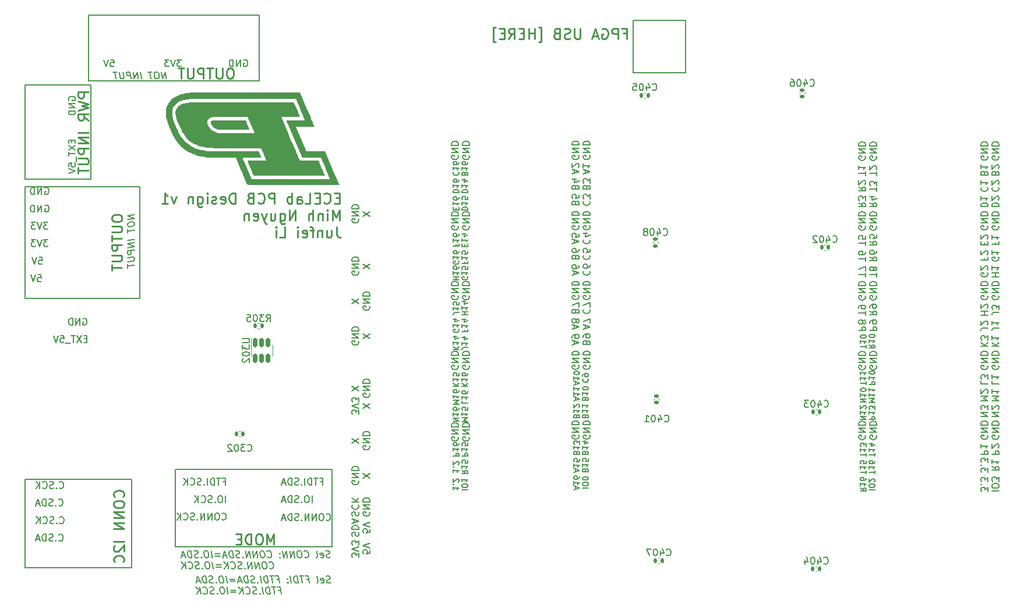
<source format=gbo>
G04 #@! TF.GenerationSoftware,KiCad,Pcbnew,(6.0.7)*
G04 #@! TF.CreationDate,2023-05-24T01:03:00-04:00*
G04 #@! TF.ProjectId,ECELab_v1,4543454c-6162-45f7-9631-2e6b69636164,rev?*
G04 #@! TF.SameCoordinates,Original*
G04 #@! TF.FileFunction,Legend,Bot*
G04 #@! TF.FilePolarity,Positive*
%FSLAX46Y46*%
G04 Gerber Fmt 4.6, Leading zero omitted, Abs format (unit mm)*
G04 Created by KiCad (PCBNEW (6.0.7)) date 2023-05-24 01:03:00*
%MOMM*%
%LPD*%
G01*
G04 APERTURE LIST*
G04 Aperture macros list*
%AMRoundRect*
0 Rectangle with rounded corners*
0 $1 Rounding radius*
0 $2 $3 $4 $5 $6 $7 $8 $9 X,Y pos of 4 corners*
0 Add a 4 corners polygon primitive as box body*
4,1,4,$2,$3,$4,$5,$6,$7,$8,$9,$2,$3,0*
0 Add four circle primitives for the rounded corners*
1,1,$1+$1,$2,$3*
1,1,$1+$1,$4,$5*
1,1,$1+$1,$6,$7*
1,1,$1+$1,$8,$9*
0 Add four rect primitives between the rounded corners*
20,1,$1+$1,$2,$3,$4,$5,0*
20,1,$1+$1,$4,$5,$6,$7,0*
20,1,$1+$1,$6,$7,$8,$9,0*
20,1,$1+$1,$8,$9,$2,$3,0*%
G04 Aperture macros list end*
%ADD10C,0.150000*%
%ADD11C,0.130000*%
%ADD12C,0.250000*%
%ADD13C,0.254000*%
%ADD14C,0.120000*%
%ADD15C,5.000000*%
%ADD16R,1.700000X1.700000*%
%ADD17O,1.700000X1.700000*%
%ADD18R,1.524000X1.524000*%
%ADD19C,1.524000*%
%ADD20C,0.650000*%
%ADD21O,1.600000X1.000000*%
%ADD22O,2.100000X1.000000*%
%ADD23RoundRect,0.140000X-0.140000X-0.170000X0.140000X-0.170000X0.140000X0.170000X-0.140000X0.170000X0*%
%ADD24RoundRect,0.140000X-0.170000X0.140000X-0.170000X-0.140000X0.170000X-0.140000X0.170000X0.140000X0*%
%ADD25RoundRect,0.140000X0.140000X0.170000X-0.140000X0.170000X-0.140000X-0.170000X0.140000X-0.170000X0*%
%ADD26RoundRect,0.150000X-0.150000X0.512500X-0.150000X-0.512500X0.150000X-0.512500X0.150000X0.512500X0*%
%ADD27RoundRect,0.135000X-0.135000X-0.185000X0.135000X-0.185000X0.135000X0.185000X-0.135000X0.185000X0*%
G04 APERTURE END LIST*
D10*
X126732186Y-141175000D02*
X149540386Y-141175000D01*
X149540386Y-141175000D02*
X149540386Y-129885800D01*
X149540386Y-129885800D02*
X126732186Y-129885800D01*
X126732186Y-129885800D02*
X126732186Y-141175000D01*
X193294000Y-64516000D02*
X200914000Y-64516000D01*
X200914000Y-64516000D02*
X200914000Y-72136000D01*
X200914000Y-72136000D02*
X193294000Y-72136000D01*
X193294000Y-72136000D02*
X193294000Y-64516000D01*
X121615200Y-88798400D02*
X104902000Y-88798400D01*
X104902000Y-88798400D02*
X104902000Y-105003600D01*
X104902000Y-105003600D02*
X121615200Y-105003600D01*
X121615200Y-105003600D02*
X121615200Y-88798400D01*
X114478600Y-73964800D02*
X104877400Y-73964800D01*
X104877400Y-73964800D02*
X104877400Y-87630000D01*
X104877400Y-87630000D02*
X114478600Y-87630000D01*
X114478600Y-87630000D02*
X114478600Y-73964800D01*
X138938000Y-73355200D02*
X114096800Y-73355200D01*
X114096800Y-73355200D02*
X114096800Y-63754000D01*
X114096800Y-63754000D02*
X138938000Y-63754000D01*
X138938000Y-63754000D02*
X138938000Y-73355200D01*
X120370600Y-131318000D02*
X104927400Y-131318000D01*
X104927400Y-131318000D02*
X104927400Y-144221200D01*
X104927400Y-144221200D02*
X120370600Y-144221200D01*
X120370600Y-144221200D02*
X120370600Y-131318000D01*
X149263136Y-142707361D02*
X149126231Y-142754980D01*
X148888136Y-142754980D01*
X148786945Y-142707361D01*
X148733374Y-142659742D01*
X148673850Y-142564504D01*
X148661945Y-142469266D01*
X148697659Y-142374028D01*
X148739326Y-142326409D01*
X148828612Y-142278790D01*
X149013136Y-142231171D01*
X149102421Y-142183552D01*
X149144088Y-142135933D01*
X149179802Y-142040695D01*
X149167897Y-141945457D01*
X149108374Y-141850219D01*
X149054802Y-141802600D01*
X148953612Y-141754980D01*
X148715516Y-141754980D01*
X148578612Y-141802600D01*
X147882183Y-142707361D02*
X147983374Y-142754980D01*
X148173850Y-142754980D01*
X148263136Y-142707361D01*
X148298850Y-142612123D01*
X148251231Y-142231171D01*
X148191707Y-142135933D01*
X148090516Y-142088314D01*
X147900040Y-142088314D01*
X147810755Y-142135933D01*
X147775040Y-142231171D01*
X147786945Y-142326409D01*
X148275040Y-142421647D01*
X147269088Y-142754980D02*
X147358374Y-142707361D01*
X147394088Y-142612123D01*
X147286945Y-141754980D01*
X145542897Y-142659742D02*
X145596469Y-142707361D01*
X145745278Y-142754980D01*
X145840516Y-142754980D01*
X145977421Y-142707361D01*
X146060755Y-142612123D01*
X146096469Y-142516885D01*
X146120278Y-142326409D01*
X146102421Y-142183552D01*
X146030993Y-141993076D01*
X145971469Y-141897838D01*
X145864326Y-141802600D01*
X145715516Y-141754980D01*
X145620278Y-141754980D01*
X145483374Y-141802600D01*
X145441707Y-141850219D01*
X144810755Y-141754980D02*
X144620278Y-141754980D01*
X144530993Y-141802600D01*
X144447659Y-141897838D01*
X144423850Y-142088314D01*
X144465516Y-142421647D01*
X144536945Y-142612123D01*
X144644088Y-142707361D01*
X144745278Y-142754980D01*
X144935755Y-142754980D01*
X145025040Y-142707361D01*
X145108374Y-142612123D01*
X145132183Y-142421647D01*
X145090516Y-142088314D01*
X145019088Y-141897838D01*
X144911945Y-141802600D01*
X144810755Y-141754980D01*
X144078612Y-142754980D02*
X143953612Y-141754980D01*
X143507183Y-142754980D01*
X143382183Y-141754980D01*
X143030993Y-142754980D02*
X142905993Y-141754980D01*
X142459564Y-142754980D01*
X142334564Y-141754980D01*
X141971469Y-142659742D02*
X141929802Y-142707361D01*
X141983374Y-142754980D01*
X142025040Y-142707361D01*
X141971469Y-142659742D01*
X141983374Y-142754980D01*
X141905993Y-142135933D02*
X141864326Y-142183552D01*
X141917897Y-142231171D01*
X141959564Y-142183552D01*
X141905993Y-142135933D01*
X141917897Y-142231171D01*
X140161945Y-142659742D02*
X140215516Y-142707361D01*
X140364326Y-142754980D01*
X140459564Y-142754980D01*
X140596469Y-142707361D01*
X140679802Y-142612123D01*
X140715516Y-142516885D01*
X140739326Y-142326409D01*
X140721469Y-142183552D01*
X140650040Y-141993076D01*
X140590516Y-141897838D01*
X140483374Y-141802600D01*
X140334564Y-141754980D01*
X140239326Y-141754980D01*
X140102421Y-141802600D01*
X140060755Y-141850219D01*
X139429802Y-141754980D02*
X139239326Y-141754980D01*
X139150040Y-141802600D01*
X139066707Y-141897838D01*
X139042897Y-142088314D01*
X139084564Y-142421647D01*
X139155993Y-142612123D01*
X139263136Y-142707361D01*
X139364326Y-142754980D01*
X139554802Y-142754980D01*
X139644088Y-142707361D01*
X139727421Y-142612123D01*
X139751231Y-142421647D01*
X139709564Y-142088314D01*
X139638136Y-141897838D01*
X139530993Y-141802600D01*
X139429802Y-141754980D01*
X138697659Y-142754980D02*
X138572659Y-141754980D01*
X138126231Y-142754980D01*
X138001231Y-141754980D01*
X137650040Y-142754980D02*
X137525040Y-141754980D01*
X137078612Y-142754980D01*
X136953612Y-141754980D01*
X136590516Y-142659742D02*
X136548850Y-142707361D01*
X136602421Y-142754980D01*
X136644088Y-142707361D01*
X136590516Y-142659742D01*
X136602421Y-142754980D01*
X136167897Y-142707361D02*
X136030993Y-142754980D01*
X135792897Y-142754980D01*
X135691707Y-142707361D01*
X135638136Y-142659742D01*
X135578612Y-142564504D01*
X135566707Y-142469266D01*
X135602421Y-142374028D01*
X135644088Y-142326409D01*
X135733374Y-142278790D01*
X135917897Y-142231171D01*
X136007183Y-142183552D01*
X136048850Y-142135933D01*
X136084564Y-142040695D01*
X136072659Y-141945457D01*
X136013136Y-141850219D01*
X135959564Y-141802600D01*
X135858374Y-141754980D01*
X135620278Y-141754980D01*
X135483374Y-141802600D01*
X135173850Y-142754980D02*
X135048850Y-141754980D01*
X134810755Y-141754980D01*
X134673850Y-141802600D01*
X134590516Y-141897838D01*
X134554802Y-141993076D01*
X134530993Y-142183552D01*
X134548850Y-142326409D01*
X134620278Y-142516885D01*
X134679802Y-142612123D01*
X134786945Y-142707361D01*
X134935755Y-142754980D01*
X135173850Y-142754980D01*
X134185755Y-142469266D02*
X133709564Y-142469266D01*
X134316707Y-142754980D02*
X133858374Y-141754980D01*
X133650040Y-142754980D01*
X133251231Y-142231171D02*
X132489326Y-142231171D01*
X132525040Y-142516885D02*
X133286945Y-142516885D01*
X132078612Y-142754980D02*
X131953612Y-141754980D01*
X131286945Y-141754980D02*
X131096469Y-141754980D01*
X131007183Y-141802600D01*
X130923850Y-141897838D01*
X130900040Y-142088314D01*
X130941707Y-142421647D01*
X131013136Y-142612123D01*
X131120278Y-142707361D01*
X131221469Y-142754980D01*
X131411945Y-142754980D01*
X131501231Y-142707361D01*
X131584564Y-142612123D01*
X131608374Y-142421647D01*
X131566707Y-142088314D01*
X131495278Y-141897838D01*
X131388136Y-141802600D01*
X131286945Y-141754980D01*
X130542897Y-142659742D02*
X130501231Y-142707361D01*
X130554802Y-142754980D01*
X130596469Y-142707361D01*
X130542897Y-142659742D01*
X130554802Y-142754980D01*
X130120278Y-142707361D02*
X129983374Y-142754980D01*
X129745278Y-142754980D01*
X129644088Y-142707361D01*
X129590516Y-142659742D01*
X129530993Y-142564504D01*
X129519088Y-142469266D01*
X129554802Y-142374028D01*
X129596469Y-142326409D01*
X129685755Y-142278790D01*
X129870278Y-142231171D01*
X129959564Y-142183552D01*
X130001231Y-142135933D01*
X130036945Y-142040695D01*
X130025040Y-141945457D01*
X129965516Y-141850219D01*
X129911945Y-141802600D01*
X129810755Y-141754980D01*
X129572659Y-141754980D01*
X129435755Y-141802600D01*
X129126231Y-142754980D02*
X129001231Y-141754980D01*
X128763136Y-141754980D01*
X128626231Y-141802600D01*
X128542897Y-141897838D01*
X128507183Y-141993076D01*
X128483374Y-142183552D01*
X128501231Y-142326409D01*
X128572659Y-142516885D01*
X128632183Y-142612123D01*
X128739326Y-142707361D01*
X128888136Y-142754980D01*
X129126231Y-142754980D01*
X128138136Y-142469266D02*
X127661945Y-142469266D01*
X128269088Y-142754980D02*
X127810755Y-141754980D01*
X127602421Y-142754980D01*
X140447659Y-144269742D02*
X140501231Y-144317361D01*
X140650040Y-144364980D01*
X140745278Y-144364980D01*
X140882183Y-144317361D01*
X140965516Y-144222123D01*
X141001231Y-144126885D01*
X141025040Y-143936409D01*
X141007183Y-143793552D01*
X140935755Y-143603076D01*
X140876231Y-143507838D01*
X140769088Y-143412600D01*
X140620278Y-143364980D01*
X140525040Y-143364980D01*
X140388136Y-143412600D01*
X140346469Y-143460219D01*
X139715516Y-143364980D02*
X139525040Y-143364980D01*
X139435755Y-143412600D01*
X139352421Y-143507838D01*
X139328612Y-143698314D01*
X139370278Y-144031647D01*
X139441707Y-144222123D01*
X139548850Y-144317361D01*
X139650040Y-144364980D01*
X139840516Y-144364980D01*
X139929802Y-144317361D01*
X140013136Y-144222123D01*
X140036945Y-144031647D01*
X139995278Y-143698314D01*
X139923850Y-143507838D01*
X139816707Y-143412600D01*
X139715516Y-143364980D01*
X138983374Y-144364980D02*
X138858374Y-143364980D01*
X138411945Y-144364980D01*
X138286945Y-143364980D01*
X137935755Y-144364980D02*
X137810755Y-143364980D01*
X137364326Y-144364980D01*
X137239326Y-143364980D01*
X136876231Y-144269742D02*
X136834564Y-144317361D01*
X136888136Y-144364980D01*
X136929802Y-144317361D01*
X136876231Y-144269742D01*
X136888136Y-144364980D01*
X136453612Y-144317361D02*
X136316707Y-144364980D01*
X136078612Y-144364980D01*
X135977421Y-144317361D01*
X135923850Y-144269742D01*
X135864326Y-144174504D01*
X135852421Y-144079266D01*
X135888136Y-143984028D01*
X135929802Y-143936409D01*
X136019088Y-143888790D01*
X136203612Y-143841171D01*
X136292897Y-143793552D01*
X136334564Y-143745933D01*
X136370278Y-143650695D01*
X136358374Y-143555457D01*
X136298850Y-143460219D01*
X136245278Y-143412600D01*
X136144088Y-143364980D01*
X135905993Y-143364980D01*
X135769088Y-143412600D01*
X134876231Y-144269742D02*
X134929802Y-144317361D01*
X135078612Y-144364980D01*
X135173850Y-144364980D01*
X135310755Y-144317361D01*
X135394088Y-144222123D01*
X135429802Y-144126885D01*
X135453612Y-143936409D01*
X135435755Y-143793552D01*
X135364326Y-143603076D01*
X135304802Y-143507838D01*
X135197659Y-143412600D01*
X135048850Y-143364980D01*
X134953612Y-143364980D01*
X134816707Y-143412600D01*
X134775040Y-143460219D01*
X134459564Y-144364980D02*
X134334564Y-143364980D01*
X133888136Y-144364980D02*
X134245278Y-143793552D01*
X133763136Y-143364980D02*
X134405993Y-143936409D01*
X133394088Y-143841171D02*
X132632183Y-143841171D01*
X132667897Y-144126885D02*
X133429802Y-144126885D01*
X132221469Y-144364980D02*
X132096469Y-143364980D01*
X131429802Y-143364980D02*
X131239326Y-143364980D01*
X131150040Y-143412600D01*
X131066707Y-143507838D01*
X131042897Y-143698314D01*
X131084564Y-144031647D01*
X131155993Y-144222123D01*
X131263136Y-144317361D01*
X131364326Y-144364980D01*
X131554802Y-144364980D01*
X131644088Y-144317361D01*
X131727421Y-144222123D01*
X131751231Y-144031647D01*
X131709564Y-143698314D01*
X131638136Y-143507838D01*
X131530993Y-143412600D01*
X131429802Y-143364980D01*
X130685755Y-144269742D02*
X130644088Y-144317361D01*
X130697659Y-144364980D01*
X130739326Y-144317361D01*
X130685755Y-144269742D01*
X130697659Y-144364980D01*
X130263136Y-144317361D02*
X130126231Y-144364980D01*
X129888136Y-144364980D01*
X129786945Y-144317361D01*
X129733374Y-144269742D01*
X129673850Y-144174504D01*
X129661945Y-144079266D01*
X129697659Y-143984028D01*
X129739326Y-143936409D01*
X129828612Y-143888790D01*
X130013136Y-143841171D01*
X130102421Y-143793552D01*
X130144088Y-143745933D01*
X130179802Y-143650695D01*
X130167897Y-143555457D01*
X130108374Y-143460219D01*
X130054802Y-143412600D01*
X129953612Y-143364980D01*
X129715516Y-143364980D01*
X129578612Y-143412600D01*
X128685755Y-144269742D02*
X128739326Y-144317361D01*
X128888136Y-144364980D01*
X128983374Y-144364980D01*
X129120278Y-144317361D01*
X129203612Y-144222123D01*
X129239326Y-144126885D01*
X129263136Y-143936409D01*
X129245278Y-143793552D01*
X129173850Y-143603076D01*
X129114326Y-143507838D01*
X129007183Y-143412600D01*
X128858374Y-143364980D01*
X128763136Y-143364980D01*
X128626231Y-143412600D01*
X128584564Y-143460219D01*
X128269088Y-144364980D02*
X128144088Y-143364980D01*
X127697659Y-144364980D02*
X128054802Y-143793552D01*
X127572659Y-143364980D02*
X128215516Y-143936409D01*
D11*
X228412095Y-130530476D02*
X228412095Y-130073333D01*
X227612095Y-130301904D02*
X228412095Y-130301904D01*
X227612095Y-129387619D02*
X227612095Y-129844761D01*
X227612095Y-129616190D02*
X228412095Y-129616190D01*
X228297809Y-129692380D01*
X228221619Y-129768571D01*
X228183523Y-129844761D01*
X228412095Y-128701904D02*
X228412095Y-128854285D01*
X228374000Y-128930476D01*
X228335904Y-128968571D01*
X228221619Y-129044761D01*
X228069238Y-129082857D01*
X227764476Y-129082857D01*
X227688285Y-129044761D01*
X227650190Y-129006666D01*
X227612095Y-128930476D01*
X227612095Y-128778095D01*
X227650190Y-128701904D01*
X227688285Y-128663809D01*
X227764476Y-128625714D01*
X227954952Y-128625714D01*
X228031142Y-128663809D01*
X228069238Y-128701904D01*
X228107333Y-128778095D01*
X228107333Y-128930476D01*
X228069238Y-129006666D01*
X228031142Y-129044761D01*
X227954952Y-129082857D01*
X227124095Y-130530476D02*
X227124095Y-130073333D01*
X226324095Y-130301904D02*
X227124095Y-130301904D01*
X226324095Y-129387619D02*
X226324095Y-129844761D01*
X226324095Y-129616190D02*
X227124095Y-129616190D01*
X227009809Y-129692380D01*
X226933619Y-129768571D01*
X226895523Y-129844761D01*
X227124095Y-128663809D02*
X227124095Y-129044761D01*
X226743142Y-129082857D01*
X226781238Y-129044761D01*
X226819333Y-128968571D01*
X226819333Y-128778095D01*
X226781238Y-128701904D01*
X226743142Y-128663809D01*
X226666952Y-128625714D01*
X226476476Y-128625714D01*
X226400285Y-128663809D01*
X226362190Y-128701904D01*
X226324095Y-128778095D01*
X226324095Y-128968571D01*
X226362190Y-129044761D01*
X226400285Y-129082857D01*
D10*
X133526190Y-137182142D02*
X133573809Y-137229761D01*
X133716666Y-137277380D01*
X133811904Y-137277380D01*
X133954761Y-137229761D01*
X134050000Y-137134523D01*
X134097619Y-137039285D01*
X134145238Y-136848809D01*
X134145238Y-136705952D01*
X134097619Y-136515476D01*
X134050000Y-136420238D01*
X133954761Y-136325000D01*
X133811904Y-136277380D01*
X133716666Y-136277380D01*
X133573809Y-136325000D01*
X133526190Y-136372619D01*
X132907142Y-136277380D02*
X132716666Y-136277380D01*
X132621428Y-136325000D01*
X132526190Y-136420238D01*
X132478571Y-136610714D01*
X132478571Y-136944047D01*
X132526190Y-137134523D01*
X132621428Y-137229761D01*
X132716666Y-137277380D01*
X132907142Y-137277380D01*
X133002380Y-137229761D01*
X133097619Y-137134523D01*
X133145238Y-136944047D01*
X133145238Y-136610714D01*
X133097619Y-136420238D01*
X133002380Y-136325000D01*
X132907142Y-136277380D01*
X132050000Y-137277380D02*
X132050000Y-136277380D01*
X131478571Y-137277380D01*
X131478571Y-136277380D01*
X131002380Y-137277380D02*
X131002380Y-136277380D01*
X130430952Y-137277380D01*
X130430952Y-136277380D01*
X129954761Y-137182142D02*
X129907142Y-137229761D01*
X129954761Y-137277380D01*
X130002380Y-137229761D01*
X129954761Y-137182142D01*
X129954761Y-137277380D01*
X129526190Y-137229761D02*
X129383333Y-137277380D01*
X129145238Y-137277380D01*
X129050000Y-137229761D01*
X129002380Y-137182142D01*
X128954761Y-137086904D01*
X128954761Y-136991666D01*
X129002380Y-136896428D01*
X129050000Y-136848809D01*
X129145238Y-136801190D01*
X129335714Y-136753571D01*
X129430952Y-136705952D01*
X129478571Y-136658333D01*
X129526190Y-136563095D01*
X129526190Y-136467857D01*
X129478571Y-136372619D01*
X129430952Y-136325000D01*
X129335714Y-136277380D01*
X129097619Y-136277380D01*
X128954761Y-136325000D01*
X127954761Y-137182142D02*
X128002380Y-137229761D01*
X128145238Y-137277380D01*
X128240476Y-137277380D01*
X128383333Y-137229761D01*
X128478571Y-137134523D01*
X128526190Y-137039285D01*
X128573809Y-136848809D01*
X128573809Y-136705952D01*
X128526190Y-136515476D01*
X128478571Y-136420238D01*
X128383333Y-136325000D01*
X128240476Y-136277380D01*
X128145238Y-136277380D01*
X128002380Y-136325000D01*
X127954761Y-136372619D01*
X127526190Y-137277380D02*
X127526190Y-136277380D01*
X126954761Y-137277380D02*
X127383333Y-136705952D01*
X126954761Y-136277380D02*
X127526190Y-136848809D01*
D11*
X168430095Y-130054285D02*
X168811047Y-130320952D01*
X168430095Y-130511428D02*
X169230095Y-130511428D01*
X169230095Y-130206666D01*
X169192000Y-130130476D01*
X169153904Y-130092380D01*
X169077714Y-130054285D01*
X168963428Y-130054285D01*
X168887238Y-130092380D01*
X168849142Y-130130476D01*
X168811047Y-130206666D01*
X168811047Y-130511428D01*
X168430095Y-129292380D02*
X168430095Y-129749523D01*
X168430095Y-129520952D02*
X169230095Y-129520952D01*
X169115809Y-129597142D01*
X169039619Y-129673333D01*
X169001523Y-129749523D01*
X169230095Y-128568571D02*
X169230095Y-128949523D01*
X168849142Y-128987619D01*
X168887238Y-128949523D01*
X168925333Y-128873333D01*
X168925333Y-128682857D01*
X168887238Y-128606666D01*
X168849142Y-128568571D01*
X168772952Y-128530476D01*
X168582476Y-128530476D01*
X168506285Y-128568571D01*
X168468190Y-128606666D01*
X168430095Y-128682857D01*
X168430095Y-128873333D01*
X168468190Y-128949523D01*
X168506285Y-128987619D01*
X167142095Y-129882857D02*
X167142095Y-130340000D01*
X167142095Y-130111428D02*
X167942095Y-130111428D01*
X167827809Y-130187619D01*
X167751619Y-130263809D01*
X167713523Y-130340000D01*
X167218285Y-129540000D02*
X167180190Y-129501904D01*
X167142095Y-129540000D01*
X167180190Y-129578095D01*
X167218285Y-129540000D01*
X167142095Y-129540000D01*
X167865904Y-129197142D02*
X167904000Y-129159047D01*
X167942095Y-129082857D01*
X167942095Y-128892380D01*
X167904000Y-128816190D01*
X167865904Y-128778095D01*
X167789714Y-128740000D01*
X167713523Y-128740000D01*
X167599238Y-128778095D01*
X167142095Y-129235238D01*
X167142095Y-128740000D01*
D10*
X246415000Y-99020285D02*
X246462619Y-99115523D01*
X246462619Y-99258380D01*
X246415000Y-99401238D01*
X246319761Y-99496476D01*
X246224523Y-99544095D01*
X246034047Y-99591714D01*
X245891190Y-99591714D01*
X245700714Y-99544095D01*
X245605476Y-99496476D01*
X245510238Y-99401238D01*
X245462619Y-99258380D01*
X245462619Y-99163142D01*
X245510238Y-99020285D01*
X245557857Y-98972666D01*
X245891190Y-98972666D01*
X245891190Y-99163142D01*
X245462619Y-98020285D02*
X245462619Y-98591714D01*
X245462619Y-98306000D02*
X246462619Y-98306000D01*
X246319761Y-98401238D01*
X246224523Y-98496476D01*
X246176904Y-98591714D01*
X244376428Y-99139333D02*
X244376428Y-99472666D01*
X243852619Y-99472666D02*
X244852619Y-99472666D01*
X244852619Y-98996476D01*
X244757380Y-98663142D02*
X244805000Y-98615523D01*
X244852619Y-98520285D01*
X244852619Y-98282190D01*
X244805000Y-98186952D01*
X244757380Y-98139333D01*
X244662142Y-98091714D01*
X244566904Y-98091714D01*
X244424047Y-98139333D01*
X243852619Y-98710761D01*
X243852619Y-98091714D01*
X245462619Y-117006666D02*
X245462619Y-117482857D01*
X246462619Y-117482857D01*
X245462619Y-116149523D02*
X245462619Y-116720952D01*
X245462619Y-116435238D02*
X246462619Y-116435238D01*
X246319761Y-116530476D01*
X246224523Y-116625714D01*
X246176904Y-116720952D01*
X243852619Y-117006666D02*
X243852619Y-117482857D01*
X244852619Y-117482857D01*
X244852619Y-116768571D02*
X244852619Y-116149523D01*
X244471666Y-116482857D01*
X244471666Y-116340000D01*
X244424047Y-116244761D01*
X244376428Y-116197142D01*
X244281190Y-116149523D01*
X244043095Y-116149523D01*
X243947857Y-116197142D01*
X243900238Y-116244761D01*
X243852619Y-116340000D01*
X243852619Y-116625714D01*
X243900238Y-116720952D01*
X243947857Y-116768571D01*
X186550428Y-111402761D02*
X186502809Y-111259904D01*
X186455190Y-111212285D01*
X186359952Y-111164666D01*
X186217095Y-111164666D01*
X186121857Y-111212285D01*
X186074238Y-111259904D01*
X186026619Y-111355142D01*
X186026619Y-111736095D01*
X187026619Y-111736095D01*
X187026619Y-111402761D01*
X186979000Y-111307523D01*
X186931380Y-111259904D01*
X186836142Y-111212285D01*
X186740904Y-111212285D01*
X186645666Y-111259904D01*
X186598047Y-111307523D01*
X186550428Y-111402761D01*
X186550428Y-111736095D01*
X186026619Y-110688476D02*
X186026619Y-110498000D01*
X186074238Y-110402761D01*
X186121857Y-110355142D01*
X186264714Y-110259904D01*
X186455190Y-110212285D01*
X186836142Y-110212285D01*
X186931380Y-110259904D01*
X186979000Y-110307523D01*
X187026619Y-110402761D01*
X187026619Y-110593238D01*
X186979000Y-110688476D01*
X186931380Y-110736095D01*
X186836142Y-110783714D01*
X186598047Y-110783714D01*
X186502809Y-110736095D01*
X186455190Y-110688476D01*
X186407571Y-110593238D01*
X186407571Y-110402761D01*
X186455190Y-110307523D01*
X186502809Y-110259904D01*
X186598047Y-110212285D01*
X184702333Y-111712285D02*
X184702333Y-111236095D01*
X184416619Y-111807523D02*
X185416619Y-111474190D01*
X184416619Y-111140857D01*
X184416619Y-110759904D02*
X184416619Y-110569428D01*
X184464238Y-110474190D01*
X184511857Y-110426571D01*
X184654714Y-110331333D01*
X184845190Y-110283714D01*
X185226142Y-110283714D01*
X185321380Y-110331333D01*
X185369000Y-110378952D01*
X185416619Y-110474190D01*
X185416619Y-110664666D01*
X185369000Y-110759904D01*
X185321380Y-110807523D01*
X185226142Y-110855142D01*
X184988047Y-110855142D01*
X184892809Y-110807523D01*
X184845190Y-110759904D01*
X184797571Y-110664666D01*
X184797571Y-110474190D01*
X184845190Y-110378952D01*
X184892809Y-110331333D01*
X184988047Y-110283714D01*
X246415000Y-124967904D02*
X246462619Y-125063142D01*
X246462619Y-125206000D01*
X246415000Y-125348857D01*
X246319761Y-125444095D01*
X246224523Y-125491714D01*
X246034047Y-125539333D01*
X245891190Y-125539333D01*
X245700714Y-125491714D01*
X245605476Y-125444095D01*
X245510238Y-125348857D01*
X245462619Y-125206000D01*
X245462619Y-125110761D01*
X245510238Y-124967904D01*
X245557857Y-124920285D01*
X245891190Y-124920285D01*
X245891190Y-125110761D01*
X245462619Y-124491714D02*
X246462619Y-124491714D01*
X245462619Y-123920285D01*
X246462619Y-123920285D01*
X245462619Y-123444095D02*
X246462619Y-123444095D01*
X246462619Y-123206000D01*
X246415000Y-123063142D01*
X246319761Y-122967904D01*
X246224523Y-122920285D01*
X246034047Y-122872666D01*
X245891190Y-122872666D01*
X245700714Y-122920285D01*
X245605476Y-122967904D01*
X245510238Y-123063142D01*
X245462619Y-123206000D01*
X245462619Y-123444095D01*
X244805000Y-124967904D02*
X244852619Y-125063142D01*
X244852619Y-125206000D01*
X244805000Y-125348857D01*
X244709761Y-125444095D01*
X244614523Y-125491714D01*
X244424047Y-125539333D01*
X244281190Y-125539333D01*
X244090714Y-125491714D01*
X243995476Y-125444095D01*
X243900238Y-125348857D01*
X243852619Y-125206000D01*
X243852619Y-125110761D01*
X243900238Y-124967904D01*
X243947857Y-124920285D01*
X244281190Y-124920285D01*
X244281190Y-125110761D01*
X243852619Y-124491714D02*
X244852619Y-124491714D01*
X243852619Y-123920285D01*
X244852619Y-123920285D01*
X243852619Y-123444095D02*
X244852619Y-123444095D01*
X244852619Y-123206000D01*
X244805000Y-123063142D01*
X244709761Y-122967904D01*
X244614523Y-122920285D01*
X244424047Y-122872666D01*
X244281190Y-122872666D01*
X244090714Y-122920285D01*
X243995476Y-122967904D01*
X243900238Y-123063142D01*
X243852619Y-123206000D01*
X243852619Y-123444095D01*
X109904761Y-132582142D02*
X109952380Y-132629761D01*
X110095238Y-132677380D01*
X110190476Y-132677380D01*
X110333333Y-132629761D01*
X110428571Y-132534523D01*
X110476190Y-132439285D01*
X110523809Y-132248809D01*
X110523809Y-132105952D01*
X110476190Y-131915476D01*
X110428571Y-131820238D01*
X110333333Y-131725000D01*
X110190476Y-131677380D01*
X110095238Y-131677380D01*
X109952380Y-131725000D01*
X109904761Y-131772619D01*
X109476190Y-132582142D02*
X109428571Y-132629761D01*
X109476190Y-132677380D01*
X109523809Y-132629761D01*
X109476190Y-132582142D01*
X109476190Y-132677380D01*
X109047619Y-132629761D02*
X108904761Y-132677380D01*
X108666666Y-132677380D01*
X108571428Y-132629761D01*
X108523809Y-132582142D01*
X108476190Y-132486904D01*
X108476190Y-132391666D01*
X108523809Y-132296428D01*
X108571428Y-132248809D01*
X108666666Y-132201190D01*
X108857142Y-132153571D01*
X108952380Y-132105952D01*
X109000000Y-132058333D01*
X109047619Y-131963095D01*
X109047619Y-131867857D01*
X109000000Y-131772619D01*
X108952380Y-131725000D01*
X108857142Y-131677380D01*
X108619047Y-131677380D01*
X108476190Y-131725000D01*
X107476190Y-132582142D02*
X107523809Y-132629761D01*
X107666666Y-132677380D01*
X107761904Y-132677380D01*
X107904761Y-132629761D01*
X108000000Y-132534523D01*
X108047619Y-132439285D01*
X108095238Y-132248809D01*
X108095238Y-132105952D01*
X108047619Y-131915476D01*
X108000000Y-131820238D01*
X107904761Y-131725000D01*
X107761904Y-131677380D01*
X107666666Y-131677380D01*
X107523809Y-131725000D01*
X107476190Y-131772619D01*
X107047619Y-132677380D02*
X107047619Y-131677380D01*
X106476190Y-132677380D02*
X106904761Y-132105952D01*
X106476190Y-131677380D02*
X107047619Y-132248809D01*
X186979000Y-94462504D02*
X187026619Y-94557742D01*
X187026619Y-94700600D01*
X186979000Y-94843457D01*
X186883761Y-94938695D01*
X186788523Y-94986314D01*
X186598047Y-95033933D01*
X186455190Y-95033933D01*
X186264714Y-94986314D01*
X186169476Y-94938695D01*
X186074238Y-94843457D01*
X186026619Y-94700600D01*
X186026619Y-94605361D01*
X186074238Y-94462504D01*
X186121857Y-94414885D01*
X186455190Y-94414885D01*
X186455190Y-94605361D01*
X186026619Y-93986314D02*
X187026619Y-93986314D01*
X186026619Y-93414885D01*
X187026619Y-93414885D01*
X186026619Y-92938695D02*
X187026619Y-92938695D01*
X187026619Y-92700600D01*
X186979000Y-92557742D01*
X186883761Y-92462504D01*
X186788523Y-92414885D01*
X186598047Y-92367266D01*
X186455190Y-92367266D01*
X186264714Y-92414885D01*
X186169476Y-92462504D01*
X186074238Y-92557742D01*
X186026619Y-92700600D01*
X186026619Y-92938695D01*
X185369000Y-94462504D02*
X185416619Y-94557742D01*
X185416619Y-94700600D01*
X185369000Y-94843457D01*
X185273761Y-94938695D01*
X185178523Y-94986314D01*
X184988047Y-95033933D01*
X184845190Y-95033933D01*
X184654714Y-94986314D01*
X184559476Y-94938695D01*
X184464238Y-94843457D01*
X184416619Y-94700600D01*
X184416619Y-94605361D01*
X184464238Y-94462504D01*
X184511857Y-94414885D01*
X184845190Y-94414885D01*
X184845190Y-94605361D01*
X184416619Y-93986314D02*
X185416619Y-93986314D01*
X184416619Y-93414885D01*
X185416619Y-93414885D01*
X184416619Y-92938695D02*
X185416619Y-92938695D01*
X185416619Y-92700600D01*
X185369000Y-92557742D01*
X185273761Y-92462504D01*
X185178523Y-92414885D01*
X184988047Y-92367266D01*
X184845190Y-92367266D01*
X184654714Y-92414885D01*
X184559476Y-92462504D01*
X184464238Y-92557742D01*
X184416619Y-92700600D01*
X184416619Y-92938695D01*
D11*
X227612095Y-132880000D02*
X228412095Y-132880000D01*
X228412095Y-132346666D02*
X228412095Y-132194285D01*
X228374000Y-132118095D01*
X228297809Y-132041904D01*
X228145428Y-132003809D01*
X227878761Y-132003809D01*
X227726380Y-132041904D01*
X227650190Y-132118095D01*
X227612095Y-132194285D01*
X227612095Y-132346666D01*
X227650190Y-132422857D01*
X227726380Y-132499047D01*
X227878761Y-132537142D01*
X228145428Y-132537142D01*
X228297809Y-132499047D01*
X228374000Y-132422857D01*
X228412095Y-132346666D01*
X228335904Y-131699047D02*
X228374000Y-131660952D01*
X228412095Y-131584761D01*
X228412095Y-131394285D01*
X228374000Y-131318095D01*
X228335904Y-131280000D01*
X228259714Y-131241904D01*
X228183523Y-131241904D01*
X228069238Y-131280000D01*
X227612095Y-131737142D01*
X227612095Y-131241904D01*
X226324095Y-132594285D02*
X226705047Y-132860952D01*
X226324095Y-133051428D02*
X227124095Y-133051428D01*
X227124095Y-132746666D01*
X227086000Y-132670476D01*
X227047904Y-132632380D01*
X226971714Y-132594285D01*
X226857428Y-132594285D01*
X226781238Y-132632380D01*
X226743142Y-132670476D01*
X226705047Y-132746666D01*
X226705047Y-133051428D01*
X226324095Y-131832380D02*
X226324095Y-132289523D01*
X226324095Y-132060952D02*
X227124095Y-132060952D01*
X227009809Y-132137142D01*
X226933619Y-132213333D01*
X226895523Y-132289523D01*
X227124095Y-131146666D02*
X227124095Y-131299047D01*
X227086000Y-131375238D01*
X227047904Y-131413333D01*
X226933619Y-131489523D01*
X226781238Y-131527619D01*
X226476476Y-131527619D01*
X226400285Y-131489523D01*
X226362190Y-131451428D01*
X226324095Y-131375238D01*
X226324095Y-131222857D01*
X226362190Y-131146666D01*
X226400285Y-131108571D01*
X226476476Y-131070476D01*
X226666952Y-131070476D01*
X226743142Y-131108571D01*
X226781238Y-131146666D01*
X226819333Y-131222857D01*
X226819333Y-131375238D01*
X226781238Y-131451428D01*
X226743142Y-131489523D01*
X226666952Y-131527619D01*
D10*
X186121857Y-101004666D02*
X186074238Y-101052285D01*
X186026619Y-101195142D01*
X186026619Y-101290380D01*
X186074238Y-101433238D01*
X186169476Y-101528476D01*
X186264714Y-101576095D01*
X186455190Y-101623714D01*
X186598047Y-101623714D01*
X186788523Y-101576095D01*
X186883761Y-101528476D01*
X186979000Y-101433238D01*
X187026619Y-101290380D01*
X187026619Y-101195142D01*
X186979000Y-101052285D01*
X186931380Y-101004666D01*
X187026619Y-100147523D02*
X187026619Y-100338000D01*
X186979000Y-100433238D01*
X186931380Y-100480857D01*
X186788523Y-100576095D01*
X186598047Y-100623714D01*
X186217095Y-100623714D01*
X186121857Y-100576095D01*
X186074238Y-100528476D01*
X186026619Y-100433238D01*
X186026619Y-100242761D01*
X186074238Y-100147523D01*
X186121857Y-100099904D01*
X186217095Y-100052285D01*
X186455190Y-100052285D01*
X186550428Y-100099904D01*
X186598047Y-100147523D01*
X186645666Y-100242761D01*
X186645666Y-100433238D01*
X186598047Y-100528476D01*
X186550428Y-100576095D01*
X186455190Y-100623714D01*
X184702333Y-101552285D02*
X184702333Y-101076095D01*
X184416619Y-101647523D02*
X185416619Y-101314190D01*
X184416619Y-100980857D01*
X185416619Y-100218952D02*
X185416619Y-100409428D01*
X185369000Y-100504666D01*
X185321380Y-100552285D01*
X185178523Y-100647523D01*
X184988047Y-100695142D01*
X184607095Y-100695142D01*
X184511857Y-100647523D01*
X184464238Y-100599904D01*
X184416619Y-100504666D01*
X184416619Y-100314190D01*
X184464238Y-100218952D01*
X184511857Y-100171333D01*
X184607095Y-100123714D01*
X184845190Y-100123714D01*
X184940428Y-100171333D01*
X184988047Y-100218952D01*
X185035666Y-100314190D01*
X185035666Y-100504666D01*
X184988047Y-100599904D01*
X184940428Y-100647523D01*
X184845190Y-100695142D01*
X106746428Y-101577380D02*
X107222619Y-101577380D01*
X107270238Y-102053571D01*
X107222619Y-102005952D01*
X107127380Y-101958333D01*
X106889285Y-101958333D01*
X106794047Y-102005952D01*
X106746428Y-102053571D01*
X106698809Y-102148809D01*
X106698809Y-102386904D01*
X106746428Y-102482142D01*
X106794047Y-102529761D01*
X106889285Y-102577380D01*
X107127380Y-102577380D01*
X107222619Y-102529761D01*
X107270238Y-102482142D01*
X106413095Y-101577380D02*
X106079761Y-102577380D01*
X105746428Y-101577380D01*
X133690476Y-131678571D02*
X134023809Y-131678571D01*
X134023809Y-132202380D02*
X134023809Y-131202380D01*
X133547619Y-131202380D01*
X133309523Y-131202380D02*
X132738095Y-131202380D01*
X133023809Y-132202380D02*
X133023809Y-131202380D01*
X132404761Y-132202380D02*
X132404761Y-131202380D01*
X132166666Y-131202380D01*
X132023809Y-131250000D01*
X131928571Y-131345238D01*
X131880952Y-131440476D01*
X131833333Y-131630952D01*
X131833333Y-131773809D01*
X131880952Y-131964285D01*
X131928571Y-132059523D01*
X132023809Y-132154761D01*
X132166666Y-132202380D01*
X132404761Y-132202380D01*
X131404761Y-132202380D02*
X131404761Y-131202380D01*
X130928571Y-132107142D02*
X130880952Y-132154761D01*
X130928571Y-132202380D01*
X130976190Y-132154761D01*
X130928571Y-132107142D01*
X130928571Y-132202380D01*
X130500000Y-132154761D02*
X130357142Y-132202380D01*
X130119047Y-132202380D01*
X130023809Y-132154761D01*
X129976190Y-132107142D01*
X129928571Y-132011904D01*
X129928571Y-131916666D01*
X129976190Y-131821428D01*
X130023809Y-131773809D01*
X130119047Y-131726190D01*
X130309523Y-131678571D01*
X130404761Y-131630952D01*
X130452380Y-131583333D01*
X130500000Y-131488095D01*
X130500000Y-131392857D01*
X130452380Y-131297619D01*
X130404761Y-131250000D01*
X130309523Y-131202380D01*
X130071428Y-131202380D01*
X129928571Y-131250000D01*
X128928571Y-132107142D02*
X128976190Y-132154761D01*
X129119047Y-132202380D01*
X129214285Y-132202380D01*
X129357142Y-132154761D01*
X129452380Y-132059523D01*
X129500000Y-131964285D01*
X129547619Y-131773809D01*
X129547619Y-131630952D01*
X129500000Y-131440476D01*
X129452380Y-131345238D01*
X129357142Y-131250000D01*
X129214285Y-131202380D01*
X129119047Y-131202380D01*
X128976190Y-131250000D01*
X128928571Y-131297619D01*
X128500000Y-132202380D02*
X128500000Y-131202380D01*
X127928571Y-132202380D02*
X128357142Y-131630952D01*
X127928571Y-131202380D02*
X128500000Y-131773809D01*
X169453000Y-125221904D02*
X169500619Y-125317142D01*
X169500619Y-125460000D01*
X169453000Y-125602857D01*
X169357761Y-125698095D01*
X169262523Y-125745714D01*
X169072047Y-125793333D01*
X168929190Y-125793333D01*
X168738714Y-125745714D01*
X168643476Y-125698095D01*
X168548238Y-125602857D01*
X168500619Y-125460000D01*
X168500619Y-125364761D01*
X168548238Y-125221904D01*
X168595857Y-125174285D01*
X168929190Y-125174285D01*
X168929190Y-125364761D01*
X168500619Y-124745714D02*
X169500619Y-124745714D01*
X168500619Y-124174285D01*
X169500619Y-124174285D01*
X168500619Y-123698095D02*
X169500619Y-123698095D01*
X169500619Y-123460000D01*
X169453000Y-123317142D01*
X169357761Y-123221904D01*
X169262523Y-123174285D01*
X169072047Y-123126666D01*
X168929190Y-123126666D01*
X168738714Y-123174285D01*
X168643476Y-123221904D01*
X168548238Y-123317142D01*
X168500619Y-123460000D01*
X168500619Y-123698095D01*
X167843000Y-125221904D02*
X167890619Y-125317142D01*
X167890619Y-125460000D01*
X167843000Y-125602857D01*
X167747761Y-125698095D01*
X167652523Y-125745714D01*
X167462047Y-125793333D01*
X167319190Y-125793333D01*
X167128714Y-125745714D01*
X167033476Y-125698095D01*
X166938238Y-125602857D01*
X166890619Y-125460000D01*
X166890619Y-125364761D01*
X166938238Y-125221904D01*
X166985857Y-125174285D01*
X167319190Y-125174285D01*
X167319190Y-125364761D01*
X166890619Y-124745714D02*
X167890619Y-124745714D01*
X166890619Y-124174285D01*
X167890619Y-124174285D01*
X166890619Y-123698095D02*
X167890619Y-123698095D01*
X167890619Y-123460000D01*
X167843000Y-123317142D01*
X167747761Y-123221904D01*
X167652523Y-123174285D01*
X167462047Y-123126666D01*
X167319190Y-123126666D01*
X167128714Y-123174285D01*
X167033476Y-123221904D01*
X166938238Y-123317142D01*
X166890619Y-123460000D01*
X166890619Y-123698095D01*
X246462619Y-107013333D02*
X245748333Y-107013333D01*
X245605476Y-107060952D01*
X245510238Y-107156190D01*
X245462619Y-107299047D01*
X245462619Y-107394285D01*
X246462619Y-106632380D02*
X246462619Y-106013333D01*
X246081666Y-106346666D01*
X246081666Y-106203809D01*
X246034047Y-106108571D01*
X245986428Y-106060952D01*
X245891190Y-106013333D01*
X245653095Y-106013333D01*
X245557857Y-106060952D01*
X245510238Y-106108571D01*
X245462619Y-106203809D01*
X245462619Y-106489523D01*
X245510238Y-106584761D01*
X245557857Y-106632380D01*
X243852619Y-107441904D02*
X244852619Y-107441904D01*
X244376428Y-107441904D02*
X244376428Y-106870476D01*
X243852619Y-106870476D02*
X244852619Y-106870476D01*
X244757380Y-106441904D02*
X244805000Y-106394285D01*
X244852619Y-106299047D01*
X244852619Y-106060952D01*
X244805000Y-105965714D01*
X244757380Y-105918095D01*
X244662142Y-105870476D01*
X244566904Y-105870476D01*
X244424047Y-105918095D01*
X243852619Y-106489523D01*
X243852619Y-105870476D01*
D11*
X186375142Y-119576761D02*
X186337047Y-119462476D01*
X186298952Y-119424380D01*
X186222761Y-119386285D01*
X186108476Y-119386285D01*
X186032285Y-119424380D01*
X185994190Y-119462476D01*
X185956095Y-119538666D01*
X185956095Y-119843428D01*
X186756095Y-119843428D01*
X186756095Y-119576761D01*
X186718000Y-119500571D01*
X186679904Y-119462476D01*
X186603714Y-119424380D01*
X186527523Y-119424380D01*
X186451333Y-119462476D01*
X186413238Y-119500571D01*
X186375142Y-119576761D01*
X186375142Y-119843428D01*
X185956095Y-118624380D02*
X185956095Y-119081523D01*
X185956095Y-118852952D02*
X186756095Y-118852952D01*
X186641809Y-118929142D01*
X186565619Y-119005333D01*
X186527523Y-119081523D01*
X186756095Y-118129142D02*
X186756095Y-118052952D01*
X186718000Y-117976761D01*
X186679904Y-117938666D01*
X186603714Y-117900571D01*
X186451333Y-117862476D01*
X186260857Y-117862476D01*
X186108476Y-117900571D01*
X186032285Y-117938666D01*
X185994190Y-117976761D01*
X185956095Y-118052952D01*
X185956095Y-118129142D01*
X185994190Y-118205333D01*
X186032285Y-118243428D01*
X186108476Y-118281523D01*
X186260857Y-118319619D01*
X186451333Y-118319619D01*
X186603714Y-118281523D01*
X186679904Y-118243428D01*
X186718000Y-118205333D01*
X186756095Y-118129142D01*
X184896666Y-119824380D02*
X184896666Y-119443428D01*
X184668095Y-119900571D02*
X185468095Y-119633904D01*
X184668095Y-119367238D01*
X184668095Y-118681523D02*
X184668095Y-119138666D01*
X184668095Y-118910095D02*
X185468095Y-118910095D01*
X185353809Y-118986285D01*
X185277619Y-119062476D01*
X185239523Y-119138666D01*
X184668095Y-117919619D02*
X184668095Y-118376761D01*
X184668095Y-118148190D02*
X185468095Y-118148190D01*
X185353809Y-118224380D01*
X185277619Y-118300571D01*
X185239523Y-118376761D01*
D10*
X169453000Y-84251704D02*
X169500619Y-84346942D01*
X169500619Y-84489800D01*
X169453000Y-84632657D01*
X169357761Y-84727895D01*
X169262523Y-84775514D01*
X169072047Y-84823133D01*
X168929190Y-84823133D01*
X168738714Y-84775514D01*
X168643476Y-84727895D01*
X168548238Y-84632657D01*
X168500619Y-84489800D01*
X168500619Y-84394561D01*
X168548238Y-84251704D01*
X168595857Y-84204085D01*
X168929190Y-84204085D01*
X168929190Y-84394561D01*
X168500619Y-83775514D02*
X169500619Y-83775514D01*
X168500619Y-83204085D01*
X169500619Y-83204085D01*
X168500619Y-82727895D02*
X169500619Y-82727895D01*
X169500619Y-82489800D01*
X169453000Y-82346942D01*
X169357761Y-82251704D01*
X169262523Y-82204085D01*
X169072047Y-82156466D01*
X168929190Y-82156466D01*
X168738714Y-82204085D01*
X168643476Y-82251704D01*
X168548238Y-82346942D01*
X168500619Y-82489800D01*
X168500619Y-82727895D01*
X167843000Y-84251704D02*
X167890619Y-84346942D01*
X167890619Y-84489800D01*
X167843000Y-84632657D01*
X167747761Y-84727895D01*
X167652523Y-84775514D01*
X167462047Y-84823133D01*
X167319190Y-84823133D01*
X167128714Y-84775514D01*
X167033476Y-84727895D01*
X166938238Y-84632657D01*
X166890619Y-84489800D01*
X166890619Y-84394561D01*
X166938238Y-84251704D01*
X166985857Y-84204085D01*
X167319190Y-84204085D01*
X167319190Y-84394561D01*
X166890619Y-83775514D02*
X167890619Y-83775514D01*
X166890619Y-83204085D01*
X167890619Y-83204085D01*
X166890619Y-82727895D02*
X167890619Y-82727895D01*
X167890619Y-82489800D01*
X167843000Y-82346942D01*
X167747761Y-82251704D01*
X167652523Y-82204085D01*
X167462047Y-82156466D01*
X167319190Y-82156466D01*
X167128714Y-82204085D01*
X167033476Y-82251704D01*
X166938238Y-82346942D01*
X166890619Y-82489800D01*
X166890619Y-82727895D01*
X113334704Y-107958000D02*
X113429942Y-107910380D01*
X113572800Y-107910380D01*
X113715657Y-107958000D01*
X113810895Y-108053238D01*
X113858514Y-108148476D01*
X113906133Y-108338952D01*
X113906133Y-108481809D01*
X113858514Y-108672285D01*
X113810895Y-108767523D01*
X113715657Y-108862761D01*
X113572800Y-108910380D01*
X113477561Y-108910380D01*
X113334704Y-108862761D01*
X113287085Y-108815142D01*
X113287085Y-108481809D01*
X113477561Y-108481809D01*
X112858514Y-108910380D02*
X112858514Y-107910380D01*
X112287085Y-108910380D01*
X112287085Y-107910380D01*
X111810895Y-108910380D02*
X111810895Y-107910380D01*
X111572800Y-107910380D01*
X111429942Y-107958000D01*
X111334704Y-108053238D01*
X111287085Y-108148476D01*
X111239466Y-108338952D01*
X111239466Y-108481809D01*
X111287085Y-108672285D01*
X111334704Y-108767523D01*
X111429942Y-108862761D01*
X111572800Y-108910380D01*
X111810895Y-108910380D01*
D11*
X227612095Y-122637428D02*
X228412095Y-122637428D01*
X228412095Y-122332666D01*
X228374000Y-122256476D01*
X228335904Y-122218380D01*
X228259714Y-122180285D01*
X228145428Y-122180285D01*
X228069238Y-122218380D01*
X228031142Y-122256476D01*
X227993047Y-122332666D01*
X227993047Y-122637428D01*
X227612095Y-121418380D02*
X227612095Y-121875523D01*
X227612095Y-121646952D02*
X228412095Y-121646952D01*
X228297809Y-121723142D01*
X228221619Y-121799333D01*
X228183523Y-121875523D01*
X228412095Y-121151714D02*
X228412095Y-120656476D01*
X228107333Y-120923142D01*
X228107333Y-120808857D01*
X228069238Y-120732666D01*
X228031142Y-120694571D01*
X227954952Y-120656476D01*
X227764476Y-120656476D01*
X227688285Y-120694571D01*
X227650190Y-120732666D01*
X227612095Y-120808857D01*
X227612095Y-121037428D01*
X227650190Y-121113619D01*
X227688285Y-121151714D01*
X226324095Y-122656476D02*
X227124095Y-122656476D01*
X226324095Y-122199333D01*
X227124095Y-122199333D01*
X226324095Y-121399333D02*
X226324095Y-121856476D01*
X226324095Y-121627904D02*
X227124095Y-121627904D01*
X227009809Y-121704095D01*
X226933619Y-121780285D01*
X226895523Y-121856476D01*
X227047904Y-121094571D02*
X227086000Y-121056476D01*
X227124095Y-120980285D01*
X227124095Y-120789809D01*
X227086000Y-120713619D01*
X227047904Y-120675523D01*
X226971714Y-120637428D01*
X226895523Y-120637428D01*
X226781238Y-120675523D01*
X226324095Y-121132666D01*
X226324095Y-120637428D01*
D10*
X169453000Y-114807904D02*
X169500619Y-114903142D01*
X169500619Y-115046000D01*
X169453000Y-115188857D01*
X169357761Y-115284095D01*
X169262523Y-115331714D01*
X169072047Y-115379333D01*
X168929190Y-115379333D01*
X168738714Y-115331714D01*
X168643476Y-115284095D01*
X168548238Y-115188857D01*
X168500619Y-115046000D01*
X168500619Y-114950761D01*
X168548238Y-114807904D01*
X168595857Y-114760285D01*
X168929190Y-114760285D01*
X168929190Y-114950761D01*
X168500619Y-114331714D02*
X169500619Y-114331714D01*
X168500619Y-113760285D01*
X169500619Y-113760285D01*
X168500619Y-113284095D02*
X169500619Y-113284095D01*
X169500619Y-113046000D01*
X169453000Y-112903142D01*
X169357761Y-112807904D01*
X169262523Y-112760285D01*
X169072047Y-112712666D01*
X168929190Y-112712666D01*
X168738714Y-112760285D01*
X168643476Y-112807904D01*
X168548238Y-112903142D01*
X168500619Y-113046000D01*
X168500619Y-113284095D01*
X167843000Y-114807904D02*
X167890619Y-114903142D01*
X167890619Y-115046000D01*
X167843000Y-115188857D01*
X167747761Y-115284095D01*
X167652523Y-115331714D01*
X167462047Y-115379333D01*
X167319190Y-115379333D01*
X167128714Y-115331714D01*
X167033476Y-115284095D01*
X166938238Y-115188857D01*
X166890619Y-115046000D01*
X166890619Y-114950761D01*
X166938238Y-114807904D01*
X166985857Y-114760285D01*
X167319190Y-114760285D01*
X167319190Y-114950761D01*
X166890619Y-114331714D02*
X167890619Y-114331714D01*
X166890619Y-113760285D01*
X167890619Y-113760285D01*
X166890619Y-113284095D02*
X167890619Y-113284095D01*
X167890619Y-113046000D01*
X167843000Y-112903142D01*
X167747761Y-112807904D01*
X167652523Y-112760285D01*
X167462047Y-112712666D01*
X167319190Y-112712666D01*
X167128714Y-112760285D01*
X167033476Y-112807904D01*
X166938238Y-112903142D01*
X166890619Y-113046000D01*
X166890619Y-113284095D01*
X186979000Y-104622504D02*
X187026619Y-104717742D01*
X187026619Y-104860600D01*
X186979000Y-105003457D01*
X186883761Y-105098695D01*
X186788523Y-105146314D01*
X186598047Y-105193933D01*
X186455190Y-105193933D01*
X186264714Y-105146314D01*
X186169476Y-105098695D01*
X186074238Y-105003457D01*
X186026619Y-104860600D01*
X186026619Y-104765361D01*
X186074238Y-104622504D01*
X186121857Y-104574885D01*
X186455190Y-104574885D01*
X186455190Y-104765361D01*
X186026619Y-104146314D02*
X187026619Y-104146314D01*
X186026619Y-103574885D01*
X187026619Y-103574885D01*
X186026619Y-103098695D02*
X187026619Y-103098695D01*
X187026619Y-102860600D01*
X186979000Y-102717742D01*
X186883761Y-102622504D01*
X186788523Y-102574885D01*
X186598047Y-102527266D01*
X186455190Y-102527266D01*
X186264714Y-102574885D01*
X186169476Y-102622504D01*
X186074238Y-102717742D01*
X186026619Y-102860600D01*
X186026619Y-103098695D01*
X185369000Y-104622504D02*
X185416619Y-104717742D01*
X185416619Y-104860600D01*
X185369000Y-105003457D01*
X185273761Y-105098695D01*
X185178523Y-105146314D01*
X184988047Y-105193933D01*
X184845190Y-105193933D01*
X184654714Y-105146314D01*
X184559476Y-105098695D01*
X184464238Y-105003457D01*
X184416619Y-104860600D01*
X184416619Y-104765361D01*
X184464238Y-104622504D01*
X184511857Y-104574885D01*
X184845190Y-104574885D01*
X184845190Y-104765361D01*
X184416619Y-104146314D02*
X185416619Y-104146314D01*
X184416619Y-103574885D01*
X185416619Y-103574885D01*
X184416619Y-103098695D02*
X185416619Y-103098695D01*
X185416619Y-102860600D01*
X185369000Y-102717742D01*
X185273761Y-102622504D01*
X185178523Y-102574885D01*
X184988047Y-102527266D01*
X184845190Y-102527266D01*
X184654714Y-102574885D01*
X184559476Y-102622504D01*
X184464238Y-102717742D01*
X184416619Y-102860600D01*
X184416619Y-103098695D01*
X245462619Y-119935523D02*
X246462619Y-119935523D01*
X245748333Y-119602190D01*
X246462619Y-119268857D01*
X245462619Y-119268857D01*
X245462619Y-118268857D02*
X245462619Y-118840285D01*
X245462619Y-118554571D02*
X246462619Y-118554571D01*
X246319761Y-118649809D01*
X246224523Y-118745047D01*
X246176904Y-118840285D01*
X243852619Y-119935523D02*
X244852619Y-119935523D01*
X244138333Y-119602190D01*
X244852619Y-119268857D01*
X243852619Y-119268857D01*
X244757380Y-118840285D02*
X244805000Y-118792666D01*
X244852619Y-118697428D01*
X244852619Y-118459333D01*
X244805000Y-118364095D01*
X244757380Y-118316476D01*
X244662142Y-118268857D01*
X244566904Y-118268857D01*
X244424047Y-118316476D01*
X243852619Y-118887904D01*
X243852619Y-118268857D01*
X155022619Y-131143333D02*
X154022619Y-130476666D01*
X155022619Y-130476666D02*
X154022619Y-131143333D01*
X153365000Y-131571904D02*
X153412619Y-131667142D01*
X153412619Y-131810000D01*
X153365000Y-131952857D01*
X153269761Y-132048095D01*
X153174523Y-132095714D01*
X152984047Y-132143333D01*
X152841190Y-132143333D01*
X152650714Y-132095714D01*
X152555476Y-132048095D01*
X152460238Y-131952857D01*
X152412619Y-131810000D01*
X152412619Y-131714761D01*
X152460238Y-131571904D01*
X152507857Y-131524285D01*
X152841190Y-131524285D01*
X152841190Y-131714761D01*
X152412619Y-131095714D02*
X153412619Y-131095714D01*
X152412619Y-130524285D01*
X153412619Y-130524285D01*
X152412619Y-130048095D02*
X153412619Y-130048095D01*
X153412619Y-129810000D01*
X153365000Y-129667142D01*
X153269761Y-129571904D01*
X153174523Y-129524285D01*
X152984047Y-129476666D01*
X152841190Y-129476666D01*
X152650714Y-129524285D01*
X152555476Y-129571904D01*
X152460238Y-129667142D01*
X152412619Y-129810000D01*
X152412619Y-130048095D01*
X245462619Y-129452666D02*
X245938809Y-129786000D01*
X245462619Y-130024095D02*
X246462619Y-130024095D01*
X246462619Y-129643142D01*
X246415000Y-129547904D01*
X246367380Y-129500285D01*
X246272142Y-129452666D01*
X246129285Y-129452666D01*
X246034047Y-129500285D01*
X245986428Y-129547904D01*
X245938809Y-129643142D01*
X245938809Y-130024095D01*
X245462619Y-128500285D02*
X245462619Y-129071714D01*
X245462619Y-128786000D02*
X246462619Y-128786000D01*
X246319761Y-128881238D01*
X246224523Y-128976476D01*
X246176904Y-129071714D01*
X244852619Y-130333619D02*
X244852619Y-129714571D01*
X244471666Y-130047904D01*
X244471666Y-129905047D01*
X244424047Y-129809809D01*
X244376428Y-129762190D01*
X244281190Y-129714571D01*
X244043095Y-129714571D01*
X243947857Y-129762190D01*
X243900238Y-129809809D01*
X243852619Y-129905047D01*
X243852619Y-130190761D01*
X243900238Y-130286000D01*
X243947857Y-130333619D01*
X243947857Y-129286000D02*
X243900238Y-129238380D01*
X243852619Y-129286000D01*
X243900238Y-129333619D01*
X243947857Y-129286000D01*
X243852619Y-129286000D01*
X244852619Y-128905047D02*
X244852619Y-128286000D01*
X244471666Y-128619333D01*
X244471666Y-128476476D01*
X244424047Y-128381238D01*
X244376428Y-128333619D01*
X244281190Y-128286000D01*
X244043095Y-128286000D01*
X243947857Y-128333619D01*
X243900238Y-128381238D01*
X243852619Y-128476476D01*
X243852619Y-128762190D01*
X243900238Y-128857428D01*
X243947857Y-128905047D01*
D11*
X168849142Y-97453333D02*
X168849142Y-97186666D01*
X168430095Y-97072380D02*
X168430095Y-97453333D01*
X169230095Y-97453333D01*
X169230095Y-97072380D01*
X168430095Y-96310476D02*
X168430095Y-96767619D01*
X168430095Y-96539047D02*
X169230095Y-96539047D01*
X169115809Y-96615238D01*
X169039619Y-96691428D01*
X169001523Y-96767619D01*
X168963428Y-95624761D02*
X168430095Y-95624761D01*
X169268190Y-95815238D02*
X168696761Y-96005714D01*
X168696761Y-95510476D01*
X167561142Y-97167619D02*
X167561142Y-97434285D01*
X167142095Y-97434285D02*
X167942095Y-97434285D01*
X167942095Y-97053333D01*
X167142095Y-96329523D02*
X167142095Y-96786666D01*
X167142095Y-96558095D02*
X167942095Y-96558095D01*
X167827809Y-96634285D01*
X167751619Y-96710476D01*
X167713523Y-96786666D01*
X167942095Y-95643809D02*
X167942095Y-95796190D01*
X167904000Y-95872380D01*
X167865904Y-95910476D01*
X167751619Y-95986666D01*
X167599238Y-96024761D01*
X167294476Y-96024761D01*
X167218285Y-95986666D01*
X167180190Y-95948571D01*
X167142095Y-95872380D01*
X167142095Y-95720000D01*
X167180190Y-95643809D01*
X167218285Y-95605714D01*
X167294476Y-95567619D01*
X167484952Y-95567619D01*
X167561142Y-95605714D01*
X167599238Y-95643809D01*
X167637333Y-95720000D01*
X167637333Y-95872380D01*
X167599238Y-95948571D01*
X167561142Y-95986666D01*
X167484952Y-96024761D01*
D10*
X109930161Y-137712942D02*
X109977780Y-137760561D01*
X110120638Y-137808180D01*
X110215876Y-137808180D01*
X110358733Y-137760561D01*
X110453971Y-137665323D01*
X110501590Y-137570085D01*
X110549209Y-137379609D01*
X110549209Y-137236752D01*
X110501590Y-137046276D01*
X110453971Y-136951038D01*
X110358733Y-136855800D01*
X110215876Y-136808180D01*
X110120638Y-136808180D01*
X109977780Y-136855800D01*
X109930161Y-136903419D01*
X109501590Y-137712942D02*
X109453971Y-137760561D01*
X109501590Y-137808180D01*
X109549209Y-137760561D01*
X109501590Y-137712942D01*
X109501590Y-137808180D01*
X109073019Y-137760561D02*
X108930161Y-137808180D01*
X108692066Y-137808180D01*
X108596828Y-137760561D01*
X108549209Y-137712942D01*
X108501590Y-137617704D01*
X108501590Y-137522466D01*
X108549209Y-137427228D01*
X108596828Y-137379609D01*
X108692066Y-137331990D01*
X108882542Y-137284371D01*
X108977780Y-137236752D01*
X109025400Y-137189133D01*
X109073019Y-137093895D01*
X109073019Y-136998657D01*
X109025400Y-136903419D01*
X108977780Y-136855800D01*
X108882542Y-136808180D01*
X108644447Y-136808180D01*
X108501590Y-136855800D01*
X107501590Y-137712942D02*
X107549209Y-137760561D01*
X107692066Y-137808180D01*
X107787304Y-137808180D01*
X107930161Y-137760561D01*
X108025400Y-137665323D01*
X108073019Y-137570085D01*
X108120638Y-137379609D01*
X108120638Y-137236752D01*
X108073019Y-137046276D01*
X108025400Y-136951038D01*
X107930161Y-136855800D01*
X107787304Y-136808180D01*
X107692066Y-136808180D01*
X107549209Y-136855800D01*
X107501590Y-136903419D01*
X107073019Y-137808180D02*
X107073019Y-136808180D01*
X106501590Y-137808180D02*
X106930161Y-137236752D01*
X106501590Y-136808180D02*
X107073019Y-137379609D01*
X245462619Y-127738095D02*
X246462619Y-127738095D01*
X246462619Y-127357142D01*
X246415000Y-127261904D01*
X246367380Y-127214285D01*
X246272142Y-127166666D01*
X246129285Y-127166666D01*
X246034047Y-127214285D01*
X245986428Y-127261904D01*
X245938809Y-127357142D01*
X245938809Y-127738095D01*
X246367380Y-126785714D02*
X246415000Y-126738095D01*
X246462619Y-126642857D01*
X246462619Y-126404761D01*
X246415000Y-126309523D01*
X246367380Y-126261904D01*
X246272142Y-126214285D01*
X246176904Y-126214285D01*
X246034047Y-126261904D01*
X245462619Y-126833333D01*
X245462619Y-126214285D01*
X243852619Y-127738095D02*
X244852619Y-127738095D01*
X244852619Y-127357142D01*
X244805000Y-127261904D01*
X244757380Y-127214285D01*
X244662142Y-127166666D01*
X244519285Y-127166666D01*
X244424047Y-127214285D01*
X244376428Y-127261904D01*
X244328809Y-127357142D01*
X244328809Y-127738095D01*
X243852619Y-126214285D02*
X243852619Y-126785714D01*
X243852619Y-126500000D02*
X244852619Y-126500000D01*
X244709761Y-126595238D01*
X244614523Y-126690476D01*
X244566904Y-126785714D01*
X227682619Y-109704095D02*
X228682619Y-109704095D01*
X228682619Y-109323142D01*
X228635000Y-109227904D01*
X228587380Y-109180285D01*
X228492142Y-109132666D01*
X228349285Y-109132666D01*
X228254047Y-109180285D01*
X228206428Y-109227904D01*
X228158809Y-109323142D01*
X228158809Y-109704095D01*
X227682619Y-108656476D02*
X227682619Y-108466000D01*
X227730238Y-108370761D01*
X227777857Y-108323142D01*
X227920714Y-108227904D01*
X228111190Y-108180285D01*
X228492142Y-108180285D01*
X228587380Y-108227904D01*
X228635000Y-108275523D01*
X228682619Y-108370761D01*
X228682619Y-108561238D01*
X228635000Y-108656476D01*
X228587380Y-108704095D01*
X228492142Y-108751714D01*
X228254047Y-108751714D01*
X228158809Y-108704095D01*
X228111190Y-108656476D01*
X228063571Y-108561238D01*
X228063571Y-108370761D01*
X228111190Y-108275523D01*
X228158809Y-108227904D01*
X228254047Y-108180285D01*
X226072619Y-109704095D02*
X227072619Y-109704095D01*
X227072619Y-109323142D01*
X227025000Y-109227904D01*
X226977380Y-109180285D01*
X226882142Y-109132666D01*
X226739285Y-109132666D01*
X226644047Y-109180285D01*
X226596428Y-109227904D01*
X226548809Y-109323142D01*
X226548809Y-109704095D01*
X226644047Y-108561238D02*
X226691666Y-108656476D01*
X226739285Y-108704095D01*
X226834523Y-108751714D01*
X226882142Y-108751714D01*
X226977380Y-108704095D01*
X227025000Y-108656476D01*
X227072619Y-108561238D01*
X227072619Y-108370761D01*
X227025000Y-108275523D01*
X226977380Y-108227904D01*
X226882142Y-108180285D01*
X226834523Y-108180285D01*
X226739285Y-108227904D01*
X226691666Y-108275523D01*
X226644047Y-108370761D01*
X226644047Y-108561238D01*
X226596428Y-108656476D01*
X226548809Y-108704095D01*
X226453571Y-108751714D01*
X226263095Y-108751714D01*
X226167857Y-108704095D01*
X226120238Y-108656476D01*
X226072619Y-108561238D01*
X226072619Y-108370761D01*
X226120238Y-108275523D01*
X226167857Y-108227904D01*
X226263095Y-108180285D01*
X226453571Y-108180285D01*
X226548809Y-108227904D01*
X226596428Y-108275523D01*
X226644047Y-108370761D01*
X228635000Y-94513304D02*
X228682619Y-94608542D01*
X228682619Y-94751400D01*
X228635000Y-94894257D01*
X228539761Y-94989495D01*
X228444523Y-95037114D01*
X228254047Y-95084733D01*
X228111190Y-95084733D01*
X227920714Y-95037114D01*
X227825476Y-94989495D01*
X227730238Y-94894257D01*
X227682619Y-94751400D01*
X227682619Y-94656161D01*
X227730238Y-94513304D01*
X227777857Y-94465685D01*
X228111190Y-94465685D01*
X228111190Y-94656161D01*
X227682619Y-94037114D02*
X228682619Y-94037114D01*
X227682619Y-93465685D01*
X228682619Y-93465685D01*
X227682619Y-92989495D02*
X228682619Y-92989495D01*
X228682619Y-92751400D01*
X228635000Y-92608542D01*
X228539761Y-92513304D01*
X228444523Y-92465685D01*
X228254047Y-92418066D01*
X228111190Y-92418066D01*
X227920714Y-92465685D01*
X227825476Y-92513304D01*
X227730238Y-92608542D01*
X227682619Y-92751400D01*
X227682619Y-92989495D01*
X227025000Y-94513304D02*
X227072619Y-94608542D01*
X227072619Y-94751400D01*
X227025000Y-94894257D01*
X226929761Y-94989495D01*
X226834523Y-95037114D01*
X226644047Y-95084733D01*
X226501190Y-95084733D01*
X226310714Y-95037114D01*
X226215476Y-94989495D01*
X226120238Y-94894257D01*
X226072619Y-94751400D01*
X226072619Y-94656161D01*
X226120238Y-94513304D01*
X226167857Y-94465685D01*
X226501190Y-94465685D01*
X226501190Y-94656161D01*
X226072619Y-94037114D02*
X227072619Y-94037114D01*
X226072619Y-93465685D01*
X227072619Y-93465685D01*
X226072619Y-92989495D02*
X227072619Y-92989495D01*
X227072619Y-92751400D01*
X227025000Y-92608542D01*
X226929761Y-92513304D01*
X226834523Y-92465685D01*
X226644047Y-92418066D01*
X226501190Y-92418066D01*
X226310714Y-92465685D01*
X226215476Y-92513304D01*
X226120238Y-92608542D01*
X226072619Y-92751400D01*
X226072619Y-92989495D01*
X186121857Y-98718666D02*
X186074238Y-98766285D01*
X186026619Y-98909142D01*
X186026619Y-99004380D01*
X186074238Y-99147238D01*
X186169476Y-99242476D01*
X186264714Y-99290095D01*
X186455190Y-99337714D01*
X186598047Y-99337714D01*
X186788523Y-99290095D01*
X186883761Y-99242476D01*
X186979000Y-99147238D01*
X187026619Y-99004380D01*
X187026619Y-98909142D01*
X186979000Y-98766285D01*
X186931380Y-98718666D01*
X187026619Y-97813904D02*
X187026619Y-98290095D01*
X186550428Y-98337714D01*
X186598047Y-98290095D01*
X186645666Y-98194857D01*
X186645666Y-97956761D01*
X186598047Y-97861523D01*
X186550428Y-97813904D01*
X186455190Y-97766285D01*
X186217095Y-97766285D01*
X186121857Y-97813904D01*
X186074238Y-97861523D01*
X186026619Y-97956761D01*
X186026619Y-98194857D01*
X186074238Y-98290095D01*
X186121857Y-98337714D01*
X184940428Y-98956761D02*
X184892809Y-98813904D01*
X184845190Y-98766285D01*
X184749952Y-98718666D01*
X184607095Y-98718666D01*
X184511857Y-98766285D01*
X184464238Y-98813904D01*
X184416619Y-98909142D01*
X184416619Y-99290095D01*
X185416619Y-99290095D01*
X185416619Y-98956761D01*
X185369000Y-98861523D01*
X185321380Y-98813904D01*
X185226142Y-98766285D01*
X185130904Y-98766285D01*
X185035666Y-98813904D01*
X184988047Y-98861523D01*
X184940428Y-98956761D01*
X184940428Y-99290095D01*
X185416619Y-97861523D02*
X185416619Y-98052000D01*
X185369000Y-98147238D01*
X185321380Y-98194857D01*
X185178523Y-98290095D01*
X184988047Y-98337714D01*
X184607095Y-98337714D01*
X184511857Y-98290095D01*
X184464238Y-98242476D01*
X184416619Y-98147238D01*
X184416619Y-97956761D01*
X184464238Y-97861523D01*
X184511857Y-97813904D01*
X184607095Y-97766285D01*
X184845190Y-97766285D01*
X184940428Y-97813904D01*
X184988047Y-97861523D01*
X185035666Y-97956761D01*
X185035666Y-98147238D01*
X184988047Y-98242476D01*
X184940428Y-98290095D01*
X184845190Y-98337714D01*
X127653895Y-70267580D02*
X127034847Y-70267580D01*
X127368180Y-70648533D01*
X127225323Y-70648533D01*
X127130085Y-70696152D01*
X127082466Y-70743771D01*
X127034847Y-70839009D01*
X127034847Y-71077104D01*
X127082466Y-71172342D01*
X127130085Y-71219961D01*
X127225323Y-71267580D01*
X127511038Y-71267580D01*
X127606276Y-71219961D01*
X127653895Y-71172342D01*
X126749133Y-70267580D02*
X126415800Y-71267580D01*
X126082466Y-70267580D01*
X125844371Y-70267580D02*
X125225323Y-70267580D01*
X125558657Y-70648533D01*
X125415800Y-70648533D01*
X125320561Y-70696152D01*
X125272942Y-70743771D01*
X125225323Y-70839009D01*
X125225323Y-71077104D01*
X125272942Y-71172342D01*
X125320561Y-71219961D01*
X125415800Y-71267580D01*
X125701514Y-71267580D01*
X125796752Y-71219961D01*
X125844371Y-71172342D01*
X169453000Y-94487904D02*
X169500619Y-94583142D01*
X169500619Y-94726000D01*
X169453000Y-94868857D01*
X169357761Y-94964095D01*
X169262523Y-95011714D01*
X169072047Y-95059333D01*
X168929190Y-95059333D01*
X168738714Y-95011714D01*
X168643476Y-94964095D01*
X168548238Y-94868857D01*
X168500619Y-94726000D01*
X168500619Y-94630761D01*
X168548238Y-94487904D01*
X168595857Y-94440285D01*
X168929190Y-94440285D01*
X168929190Y-94630761D01*
X168500619Y-94011714D02*
X169500619Y-94011714D01*
X168500619Y-93440285D01*
X169500619Y-93440285D01*
X168500619Y-92964095D02*
X169500619Y-92964095D01*
X169500619Y-92726000D01*
X169453000Y-92583142D01*
X169357761Y-92487904D01*
X169262523Y-92440285D01*
X169072047Y-92392666D01*
X168929190Y-92392666D01*
X168738714Y-92440285D01*
X168643476Y-92487904D01*
X168548238Y-92583142D01*
X168500619Y-92726000D01*
X168500619Y-92964095D01*
X167843000Y-94487904D02*
X167890619Y-94583142D01*
X167890619Y-94726000D01*
X167843000Y-94868857D01*
X167747761Y-94964095D01*
X167652523Y-95011714D01*
X167462047Y-95059333D01*
X167319190Y-95059333D01*
X167128714Y-95011714D01*
X167033476Y-94964095D01*
X166938238Y-94868857D01*
X166890619Y-94726000D01*
X166890619Y-94630761D01*
X166938238Y-94487904D01*
X166985857Y-94440285D01*
X167319190Y-94440285D01*
X167319190Y-94630761D01*
X166890619Y-94011714D02*
X167890619Y-94011714D01*
X166890619Y-93440285D01*
X167890619Y-93440285D01*
X166890619Y-92964095D02*
X167890619Y-92964095D01*
X167890619Y-92726000D01*
X167843000Y-92583142D01*
X167747761Y-92487904D01*
X167652523Y-92440285D01*
X167462047Y-92392666D01*
X167319190Y-92392666D01*
X167128714Y-92440285D01*
X167033476Y-92487904D01*
X166938238Y-92583142D01*
X166890619Y-92726000D01*
X166890619Y-92964095D01*
X108238095Y-96452380D02*
X107619047Y-96452380D01*
X107952380Y-96833333D01*
X107809523Y-96833333D01*
X107714285Y-96880952D01*
X107666666Y-96928571D01*
X107619047Y-97023809D01*
X107619047Y-97261904D01*
X107666666Y-97357142D01*
X107714285Y-97404761D01*
X107809523Y-97452380D01*
X108095238Y-97452380D01*
X108190476Y-97404761D01*
X108238095Y-97357142D01*
X107333333Y-96452380D02*
X107000000Y-97452380D01*
X106666666Y-96452380D01*
X106428571Y-96452380D02*
X105809523Y-96452380D01*
X106142857Y-96833333D01*
X106000000Y-96833333D01*
X105904761Y-96880952D01*
X105857142Y-96928571D01*
X105809523Y-97023809D01*
X105809523Y-97261904D01*
X105857142Y-97357142D01*
X105904761Y-97404761D01*
X106000000Y-97452380D01*
X106285714Y-97452380D01*
X106380952Y-97404761D01*
X106428571Y-97357142D01*
X136677304Y-70315200D02*
X136772542Y-70267580D01*
X136915400Y-70267580D01*
X137058257Y-70315200D01*
X137153495Y-70410438D01*
X137201114Y-70505676D01*
X137248733Y-70696152D01*
X137248733Y-70839009D01*
X137201114Y-71029485D01*
X137153495Y-71124723D01*
X137058257Y-71219961D01*
X136915400Y-71267580D01*
X136820161Y-71267580D01*
X136677304Y-71219961D01*
X136629685Y-71172342D01*
X136629685Y-70839009D01*
X136820161Y-70839009D01*
X136201114Y-71267580D02*
X136201114Y-70267580D01*
X135629685Y-71267580D01*
X135629685Y-70267580D01*
X135153495Y-71267580D02*
X135153495Y-70267580D01*
X134915400Y-70267580D01*
X134772542Y-70315200D01*
X134677304Y-70410438D01*
X134629685Y-70505676D01*
X134582066Y-70696152D01*
X134582066Y-70839009D01*
X134629685Y-71029485D01*
X134677304Y-71124723D01*
X134772542Y-71219961D01*
X134915400Y-71267580D01*
X135153495Y-71267580D01*
X154975000Y-118871904D02*
X155022619Y-118967142D01*
X155022619Y-119110000D01*
X154975000Y-119252857D01*
X154879761Y-119348095D01*
X154784523Y-119395714D01*
X154594047Y-119443333D01*
X154451190Y-119443333D01*
X154260714Y-119395714D01*
X154165476Y-119348095D01*
X154070238Y-119252857D01*
X154022619Y-119110000D01*
X154022619Y-119014761D01*
X154070238Y-118871904D01*
X154117857Y-118824285D01*
X154451190Y-118824285D01*
X154451190Y-119014761D01*
X154022619Y-118395714D02*
X155022619Y-118395714D01*
X154022619Y-117824285D01*
X155022619Y-117824285D01*
X154022619Y-117348095D02*
X155022619Y-117348095D01*
X155022619Y-117110000D01*
X154975000Y-116967142D01*
X154879761Y-116871904D01*
X154784523Y-116824285D01*
X154594047Y-116776666D01*
X154451190Y-116776666D01*
X154260714Y-116824285D01*
X154165476Y-116871904D01*
X154070238Y-116967142D01*
X154022619Y-117110000D01*
X154022619Y-117348095D01*
X153412619Y-118443333D02*
X152412619Y-117776666D01*
X153412619Y-117776666D02*
X152412619Y-118443333D01*
X246415000Y-114807904D02*
X246462619Y-114903142D01*
X246462619Y-115046000D01*
X246415000Y-115188857D01*
X246319761Y-115284095D01*
X246224523Y-115331714D01*
X246034047Y-115379333D01*
X245891190Y-115379333D01*
X245700714Y-115331714D01*
X245605476Y-115284095D01*
X245510238Y-115188857D01*
X245462619Y-115046000D01*
X245462619Y-114950761D01*
X245510238Y-114807904D01*
X245557857Y-114760285D01*
X245891190Y-114760285D01*
X245891190Y-114950761D01*
X245462619Y-114331714D02*
X246462619Y-114331714D01*
X245462619Y-113760285D01*
X246462619Y-113760285D01*
X245462619Y-113284095D02*
X246462619Y-113284095D01*
X246462619Y-113046000D01*
X246415000Y-112903142D01*
X246319761Y-112807904D01*
X246224523Y-112760285D01*
X246034047Y-112712666D01*
X245891190Y-112712666D01*
X245700714Y-112760285D01*
X245605476Y-112807904D01*
X245510238Y-112903142D01*
X245462619Y-113046000D01*
X245462619Y-113284095D01*
X244805000Y-114807904D02*
X244852619Y-114903142D01*
X244852619Y-115046000D01*
X244805000Y-115188857D01*
X244709761Y-115284095D01*
X244614523Y-115331714D01*
X244424047Y-115379333D01*
X244281190Y-115379333D01*
X244090714Y-115331714D01*
X243995476Y-115284095D01*
X243900238Y-115188857D01*
X243852619Y-115046000D01*
X243852619Y-114950761D01*
X243900238Y-114807904D01*
X243947857Y-114760285D01*
X244281190Y-114760285D01*
X244281190Y-114950761D01*
X243852619Y-114331714D02*
X244852619Y-114331714D01*
X243852619Y-113760285D01*
X244852619Y-113760285D01*
X243852619Y-113284095D02*
X244852619Y-113284095D01*
X244852619Y-113046000D01*
X244805000Y-112903142D01*
X244709761Y-112807904D01*
X244614523Y-112760285D01*
X244424047Y-112712666D01*
X244281190Y-112712666D01*
X244090714Y-112760285D01*
X243995476Y-112807904D01*
X243900238Y-112903142D01*
X243852619Y-113046000D01*
X243852619Y-113284095D01*
D11*
X227612095Y-117557428D02*
X228412095Y-117557428D01*
X228412095Y-117252666D01*
X228374000Y-117176476D01*
X228335904Y-117138380D01*
X228259714Y-117100285D01*
X228145428Y-117100285D01*
X228069238Y-117138380D01*
X228031142Y-117176476D01*
X227993047Y-117252666D01*
X227993047Y-117557428D01*
X227612095Y-116338380D02*
X227612095Y-116795523D01*
X227612095Y-116566952D02*
X228412095Y-116566952D01*
X228297809Y-116643142D01*
X228221619Y-116719333D01*
X228183523Y-116795523D01*
X228412095Y-115843142D02*
X228412095Y-115766952D01*
X228374000Y-115690761D01*
X228335904Y-115652666D01*
X228259714Y-115614571D01*
X228107333Y-115576476D01*
X227916857Y-115576476D01*
X227764476Y-115614571D01*
X227688285Y-115652666D01*
X227650190Y-115690761D01*
X227612095Y-115766952D01*
X227612095Y-115843142D01*
X227650190Y-115919333D01*
X227688285Y-115957428D01*
X227764476Y-115995523D01*
X227916857Y-116033619D01*
X228107333Y-116033619D01*
X228259714Y-115995523D01*
X228335904Y-115957428D01*
X228374000Y-115919333D01*
X228412095Y-115843142D01*
X227124095Y-117576476D02*
X227124095Y-117119333D01*
X226324095Y-117347904D02*
X227124095Y-117347904D01*
X226324095Y-116433619D02*
X226324095Y-116890761D01*
X226324095Y-116662190D02*
X227124095Y-116662190D01*
X227009809Y-116738380D01*
X226933619Y-116814571D01*
X226895523Y-116890761D01*
X226324095Y-115671714D02*
X226324095Y-116128857D01*
X226324095Y-115900285D02*
X227124095Y-115900285D01*
X227009809Y-115976476D01*
X226933619Y-116052666D01*
X226895523Y-116128857D01*
D10*
X227682619Y-96686666D02*
X228158809Y-97020000D01*
X227682619Y-97258095D02*
X228682619Y-97258095D01*
X228682619Y-96877142D01*
X228635000Y-96781904D01*
X228587380Y-96734285D01*
X228492142Y-96686666D01*
X228349285Y-96686666D01*
X228254047Y-96734285D01*
X228206428Y-96781904D01*
X228158809Y-96877142D01*
X228158809Y-97258095D01*
X228682619Y-95781904D02*
X228682619Y-96258095D01*
X228206428Y-96305714D01*
X228254047Y-96258095D01*
X228301666Y-96162857D01*
X228301666Y-95924761D01*
X228254047Y-95829523D01*
X228206428Y-95781904D01*
X228111190Y-95734285D01*
X227873095Y-95734285D01*
X227777857Y-95781904D01*
X227730238Y-95829523D01*
X227682619Y-95924761D01*
X227682619Y-96162857D01*
X227730238Y-96258095D01*
X227777857Y-96305714D01*
X227072619Y-97281904D02*
X227072619Y-96710476D01*
X226072619Y-96996190D02*
X227072619Y-96996190D01*
X227072619Y-95900952D02*
X227072619Y-96377142D01*
X226596428Y-96424761D01*
X226644047Y-96377142D01*
X226691666Y-96281904D01*
X226691666Y-96043809D01*
X226644047Y-95948571D01*
X226596428Y-95900952D01*
X226501190Y-95853333D01*
X226263095Y-95853333D01*
X226167857Y-95900952D01*
X226120238Y-95948571D01*
X226072619Y-96043809D01*
X226072619Y-96281904D01*
X226120238Y-96377142D01*
X226167857Y-96424761D01*
D11*
X168849142Y-99707619D02*
X168849142Y-99974285D01*
X168430095Y-99974285D02*
X169230095Y-99974285D01*
X169230095Y-99593333D01*
X168430095Y-98869523D02*
X168430095Y-99326666D01*
X168430095Y-99098095D02*
X169230095Y-99098095D01*
X169115809Y-99174285D01*
X169039619Y-99250476D01*
X169001523Y-99326666D01*
X169230095Y-98145714D02*
X169230095Y-98526666D01*
X168849142Y-98564761D01*
X168887238Y-98526666D01*
X168925333Y-98450476D01*
X168925333Y-98260000D01*
X168887238Y-98183809D01*
X168849142Y-98145714D01*
X168772952Y-98107619D01*
X168582476Y-98107619D01*
X168506285Y-98145714D01*
X168468190Y-98183809D01*
X168430095Y-98260000D01*
X168430095Y-98450476D01*
X168468190Y-98526666D01*
X168506285Y-98564761D01*
X167904000Y-99612380D02*
X167942095Y-99688571D01*
X167942095Y-99802857D01*
X167904000Y-99917142D01*
X167827809Y-99993333D01*
X167751619Y-100031428D01*
X167599238Y-100069523D01*
X167484952Y-100069523D01*
X167332571Y-100031428D01*
X167256380Y-99993333D01*
X167180190Y-99917142D01*
X167142095Y-99802857D01*
X167142095Y-99726666D01*
X167180190Y-99612380D01*
X167218285Y-99574285D01*
X167484952Y-99574285D01*
X167484952Y-99726666D01*
X167142095Y-98812380D02*
X167142095Y-99269523D01*
X167142095Y-99040952D02*
X167942095Y-99040952D01*
X167827809Y-99117142D01*
X167751619Y-99193333D01*
X167713523Y-99269523D01*
X167942095Y-98126666D02*
X167942095Y-98279047D01*
X167904000Y-98355238D01*
X167865904Y-98393333D01*
X167751619Y-98469523D01*
X167599238Y-98507619D01*
X167294476Y-98507619D01*
X167218285Y-98469523D01*
X167180190Y-98431428D01*
X167142095Y-98355238D01*
X167142095Y-98202857D01*
X167180190Y-98126666D01*
X167218285Y-98088571D01*
X167294476Y-98050476D01*
X167484952Y-98050476D01*
X167561142Y-98088571D01*
X167599238Y-98126666D01*
X167637333Y-98202857D01*
X167637333Y-98355238D01*
X167599238Y-98431428D01*
X167561142Y-98469523D01*
X167484952Y-98507619D01*
D10*
X107787304Y-91496200D02*
X107882542Y-91448580D01*
X108025400Y-91448580D01*
X108168257Y-91496200D01*
X108263495Y-91591438D01*
X108311114Y-91686676D01*
X108358733Y-91877152D01*
X108358733Y-92020009D01*
X108311114Y-92210485D01*
X108263495Y-92305723D01*
X108168257Y-92400961D01*
X108025400Y-92448580D01*
X107930161Y-92448580D01*
X107787304Y-92400961D01*
X107739685Y-92353342D01*
X107739685Y-92020009D01*
X107930161Y-92020009D01*
X107311114Y-92448580D02*
X107311114Y-91448580D01*
X106739685Y-92448580D01*
X106739685Y-91448580D01*
X106263495Y-92448580D02*
X106263495Y-91448580D01*
X106025400Y-91448580D01*
X105882542Y-91496200D01*
X105787304Y-91591438D01*
X105739685Y-91686676D01*
X105692066Y-91877152D01*
X105692066Y-92020009D01*
X105739685Y-92210485D01*
X105787304Y-92305723D01*
X105882542Y-92400961D01*
X106025400Y-92448580D01*
X106263495Y-92448580D01*
X186979000Y-114782504D02*
X187026619Y-114877742D01*
X187026619Y-115020600D01*
X186979000Y-115163457D01*
X186883761Y-115258695D01*
X186788523Y-115306314D01*
X186598047Y-115353933D01*
X186455190Y-115353933D01*
X186264714Y-115306314D01*
X186169476Y-115258695D01*
X186074238Y-115163457D01*
X186026619Y-115020600D01*
X186026619Y-114925361D01*
X186074238Y-114782504D01*
X186121857Y-114734885D01*
X186455190Y-114734885D01*
X186455190Y-114925361D01*
X186026619Y-114306314D02*
X187026619Y-114306314D01*
X186026619Y-113734885D01*
X187026619Y-113734885D01*
X186026619Y-113258695D02*
X187026619Y-113258695D01*
X187026619Y-113020600D01*
X186979000Y-112877742D01*
X186883761Y-112782504D01*
X186788523Y-112734885D01*
X186598047Y-112687266D01*
X186455190Y-112687266D01*
X186264714Y-112734885D01*
X186169476Y-112782504D01*
X186074238Y-112877742D01*
X186026619Y-113020600D01*
X186026619Y-113258695D01*
X185369000Y-114782504D02*
X185416619Y-114877742D01*
X185416619Y-115020600D01*
X185369000Y-115163457D01*
X185273761Y-115258695D01*
X185178523Y-115306314D01*
X184988047Y-115353933D01*
X184845190Y-115353933D01*
X184654714Y-115306314D01*
X184559476Y-115258695D01*
X184464238Y-115163457D01*
X184416619Y-115020600D01*
X184416619Y-114925361D01*
X184464238Y-114782504D01*
X184511857Y-114734885D01*
X184845190Y-114734885D01*
X184845190Y-114925361D01*
X184416619Y-114306314D02*
X185416619Y-114306314D01*
X184416619Y-113734885D01*
X185416619Y-113734885D01*
X184416619Y-113258695D02*
X185416619Y-113258695D01*
X185416619Y-113020600D01*
X185369000Y-112877742D01*
X185273761Y-112782504D01*
X185178523Y-112734885D01*
X184988047Y-112687266D01*
X184845190Y-112687266D01*
X184654714Y-112734885D01*
X184559476Y-112782504D01*
X184464238Y-112877742D01*
X184416619Y-113020600D01*
X184416619Y-113258695D01*
D12*
X114141171Y-75001371D02*
X112641171Y-75001371D01*
X112641171Y-75572800D01*
X112712600Y-75715657D01*
X112784028Y-75787085D01*
X112926885Y-75858514D01*
X113141171Y-75858514D01*
X113284028Y-75787085D01*
X113355457Y-75715657D01*
X113426885Y-75572800D01*
X113426885Y-75001371D01*
X112641171Y-76358514D02*
X114141171Y-76715657D01*
X113069742Y-77001371D01*
X114141171Y-77287085D01*
X112641171Y-77644228D01*
X114141171Y-79072800D02*
X113426885Y-78572800D01*
X114141171Y-78215657D02*
X112641171Y-78215657D01*
X112641171Y-78787085D01*
X112712600Y-78929942D01*
X112784028Y-79001371D01*
X112926885Y-79072800D01*
X113141171Y-79072800D01*
X113284028Y-79001371D01*
X113355457Y-78929942D01*
X113426885Y-78787085D01*
X113426885Y-78215657D01*
X114141171Y-80858514D02*
X112641171Y-80858514D01*
X114141171Y-81572800D02*
X112641171Y-81572800D01*
X114141171Y-82429942D01*
X112641171Y-82429942D01*
X114141171Y-83144228D02*
X112641171Y-83144228D01*
X112641171Y-83715657D01*
X112712600Y-83858514D01*
X112784028Y-83929942D01*
X112926885Y-84001371D01*
X113141171Y-84001371D01*
X113284028Y-83929942D01*
X113355457Y-83858514D01*
X113426885Y-83715657D01*
X113426885Y-83144228D01*
X112641171Y-84644228D02*
X113855457Y-84644228D01*
X113998314Y-84715657D01*
X114069742Y-84787085D01*
X114141171Y-84929942D01*
X114141171Y-85215657D01*
X114069742Y-85358514D01*
X113998314Y-85429942D01*
X113855457Y-85501371D01*
X112641171Y-85501371D01*
X112641171Y-86001371D02*
X112641171Y-86858514D01*
X114141171Y-86429942D02*
X112641171Y-86429942D01*
D11*
X168430095Y-92157428D02*
X169230095Y-92157428D01*
X169230095Y-91966952D01*
X169192000Y-91852666D01*
X169115809Y-91776476D01*
X169039619Y-91738380D01*
X168887238Y-91700285D01*
X168772952Y-91700285D01*
X168620571Y-91738380D01*
X168544380Y-91776476D01*
X168468190Y-91852666D01*
X168430095Y-91966952D01*
X168430095Y-92157428D01*
X168430095Y-90938380D02*
X168430095Y-91395523D01*
X168430095Y-91166952D02*
X169230095Y-91166952D01*
X169115809Y-91243142D01*
X169039619Y-91319333D01*
X169001523Y-91395523D01*
X169230095Y-90214571D02*
X169230095Y-90595523D01*
X168849142Y-90633619D01*
X168887238Y-90595523D01*
X168925333Y-90519333D01*
X168925333Y-90328857D01*
X168887238Y-90252666D01*
X168849142Y-90214571D01*
X168772952Y-90176476D01*
X168582476Y-90176476D01*
X168506285Y-90214571D01*
X168468190Y-90252666D01*
X168430095Y-90328857D01*
X168430095Y-90519333D01*
X168468190Y-90595523D01*
X168506285Y-90633619D01*
X167561142Y-92119333D02*
X167561142Y-91852666D01*
X167142095Y-91738380D02*
X167142095Y-92119333D01*
X167942095Y-92119333D01*
X167942095Y-91738380D01*
X167142095Y-90976476D02*
X167142095Y-91433619D01*
X167142095Y-91205047D02*
X167942095Y-91205047D01*
X167827809Y-91281238D01*
X167751619Y-91357428D01*
X167713523Y-91433619D01*
X167942095Y-90290761D02*
X167942095Y-90443142D01*
X167904000Y-90519333D01*
X167865904Y-90557428D01*
X167751619Y-90633619D01*
X167599238Y-90671714D01*
X167294476Y-90671714D01*
X167218285Y-90633619D01*
X167180190Y-90595523D01*
X167142095Y-90519333D01*
X167142095Y-90366952D01*
X167180190Y-90290761D01*
X167218285Y-90252666D01*
X167294476Y-90214571D01*
X167484952Y-90214571D01*
X167561142Y-90252666D01*
X167599238Y-90290761D01*
X167637333Y-90366952D01*
X167637333Y-90519333D01*
X167599238Y-90595523D01*
X167561142Y-90633619D01*
X167484952Y-90671714D01*
D10*
X245986428Y-86764761D02*
X245938809Y-86621904D01*
X245891190Y-86574285D01*
X245795952Y-86526666D01*
X245653095Y-86526666D01*
X245557857Y-86574285D01*
X245510238Y-86621904D01*
X245462619Y-86717142D01*
X245462619Y-87098095D01*
X246462619Y-87098095D01*
X246462619Y-86764761D01*
X246415000Y-86669523D01*
X246367380Y-86621904D01*
X246272142Y-86574285D01*
X246176904Y-86574285D01*
X246081666Y-86621904D01*
X246034047Y-86669523D01*
X245986428Y-86764761D01*
X245986428Y-87098095D01*
X246367380Y-86145714D02*
X246415000Y-86098095D01*
X246462619Y-86002857D01*
X246462619Y-85764761D01*
X246415000Y-85669523D01*
X246367380Y-85621904D01*
X246272142Y-85574285D01*
X246176904Y-85574285D01*
X246034047Y-85621904D01*
X245462619Y-86193333D01*
X245462619Y-85574285D01*
X244376428Y-86764761D02*
X244328809Y-86621904D01*
X244281190Y-86574285D01*
X244185952Y-86526666D01*
X244043095Y-86526666D01*
X243947857Y-86574285D01*
X243900238Y-86621904D01*
X243852619Y-86717142D01*
X243852619Y-87098095D01*
X244852619Y-87098095D01*
X244852619Y-86764761D01*
X244805000Y-86669523D01*
X244757380Y-86621904D01*
X244662142Y-86574285D01*
X244566904Y-86574285D01*
X244471666Y-86621904D01*
X244424047Y-86669523D01*
X244376428Y-86764761D01*
X244376428Y-87098095D01*
X243852619Y-85574285D02*
X243852619Y-86145714D01*
X243852619Y-85860000D02*
X244852619Y-85860000D01*
X244709761Y-85955238D01*
X244614523Y-86050476D01*
X244566904Y-86145714D01*
X228635000Y-84353304D02*
X228682619Y-84448542D01*
X228682619Y-84591400D01*
X228635000Y-84734257D01*
X228539761Y-84829495D01*
X228444523Y-84877114D01*
X228254047Y-84924733D01*
X228111190Y-84924733D01*
X227920714Y-84877114D01*
X227825476Y-84829495D01*
X227730238Y-84734257D01*
X227682619Y-84591400D01*
X227682619Y-84496161D01*
X227730238Y-84353304D01*
X227777857Y-84305685D01*
X228111190Y-84305685D01*
X228111190Y-84496161D01*
X227682619Y-83877114D02*
X228682619Y-83877114D01*
X227682619Y-83305685D01*
X228682619Y-83305685D01*
X227682619Y-82829495D02*
X228682619Y-82829495D01*
X228682619Y-82591400D01*
X228635000Y-82448542D01*
X228539761Y-82353304D01*
X228444523Y-82305685D01*
X228254047Y-82258066D01*
X228111190Y-82258066D01*
X227920714Y-82305685D01*
X227825476Y-82353304D01*
X227730238Y-82448542D01*
X227682619Y-82591400D01*
X227682619Y-82829495D01*
X227025000Y-84353304D02*
X227072619Y-84448542D01*
X227072619Y-84591400D01*
X227025000Y-84734257D01*
X226929761Y-84829495D01*
X226834523Y-84877114D01*
X226644047Y-84924733D01*
X226501190Y-84924733D01*
X226310714Y-84877114D01*
X226215476Y-84829495D01*
X226120238Y-84734257D01*
X226072619Y-84591400D01*
X226072619Y-84496161D01*
X226120238Y-84353304D01*
X226167857Y-84305685D01*
X226501190Y-84305685D01*
X226501190Y-84496161D01*
X226072619Y-83877114D02*
X227072619Y-83877114D01*
X226072619Y-83305685D01*
X227072619Y-83305685D01*
X226072619Y-82829495D02*
X227072619Y-82829495D01*
X227072619Y-82591400D01*
X227025000Y-82448542D01*
X226929761Y-82353304D01*
X226834523Y-82305685D01*
X226644047Y-82258066D01*
X226501190Y-82258066D01*
X226310714Y-82305685D01*
X226215476Y-82353304D01*
X226120238Y-82448542D01*
X226072619Y-82591400D01*
X226072619Y-82829495D01*
X245557857Y-88812666D02*
X245510238Y-88860285D01*
X245462619Y-89003142D01*
X245462619Y-89098380D01*
X245510238Y-89241238D01*
X245605476Y-89336476D01*
X245700714Y-89384095D01*
X245891190Y-89431714D01*
X246034047Y-89431714D01*
X246224523Y-89384095D01*
X246319761Y-89336476D01*
X246415000Y-89241238D01*
X246462619Y-89098380D01*
X246462619Y-89003142D01*
X246415000Y-88860285D01*
X246367380Y-88812666D01*
X246367380Y-88431714D02*
X246415000Y-88384095D01*
X246462619Y-88288857D01*
X246462619Y-88050761D01*
X246415000Y-87955523D01*
X246367380Y-87907904D01*
X246272142Y-87860285D01*
X246176904Y-87860285D01*
X246034047Y-87907904D01*
X245462619Y-88479333D01*
X245462619Y-87860285D01*
X243947857Y-88812666D02*
X243900238Y-88860285D01*
X243852619Y-89003142D01*
X243852619Y-89098380D01*
X243900238Y-89241238D01*
X243995476Y-89336476D01*
X244090714Y-89384095D01*
X244281190Y-89431714D01*
X244424047Y-89431714D01*
X244614523Y-89384095D01*
X244709761Y-89336476D01*
X244805000Y-89241238D01*
X244852619Y-89098380D01*
X244852619Y-89003142D01*
X244805000Y-88860285D01*
X244757380Y-88812666D01*
X243852619Y-87860285D02*
X243852619Y-88431714D01*
X243852619Y-88146000D02*
X244852619Y-88146000D01*
X244709761Y-88241238D01*
X244614523Y-88336476D01*
X244566904Y-88431714D01*
D12*
X141062671Y-140819171D02*
X141062671Y-139319171D01*
X140562671Y-140390600D01*
X140062671Y-139319171D01*
X140062671Y-140819171D01*
X139062671Y-139319171D02*
X138776957Y-139319171D01*
X138634100Y-139390600D01*
X138491243Y-139533457D01*
X138419814Y-139819171D01*
X138419814Y-140319171D01*
X138491243Y-140604885D01*
X138634100Y-140747742D01*
X138776957Y-140819171D01*
X139062671Y-140819171D01*
X139205528Y-140747742D01*
X139348386Y-140604885D01*
X139419814Y-140319171D01*
X139419814Y-139819171D01*
X139348386Y-139533457D01*
X139205528Y-139390600D01*
X139062671Y-139319171D01*
X137776957Y-140819171D02*
X137776957Y-139319171D01*
X137419814Y-139319171D01*
X137205528Y-139390600D01*
X137062671Y-139533457D01*
X136991243Y-139676314D01*
X136919814Y-139962028D01*
X136919814Y-140176314D01*
X136991243Y-140462028D01*
X137062671Y-140604885D01*
X137205528Y-140747742D01*
X137419814Y-140819171D01*
X137776957Y-140819171D01*
X136276957Y-140033457D02*
X135776957Y-140033457D01*
X135562671Y-140819171D02*
X136276957Y-140819171D01*
X136276957Y-139319171D01*
X135562671Y-139319171D01*
D10*
X228635000Y-104673304D02*
X228682619Y-104768542D01*
X228682619Y-104911400D01*
X228635000Y-105054257D01*
X228539761Y-105149495D01*
X228444523Y-105197114D01*
X228254047Y-105244733D01*
X228111190Y-105244733D01*
X227920714Y-105197114D01*
X227825476Y-105149495D01*
X227730238Y-105054257D01*
X227682619Y-104911400D01*
X227682619Y-104816161D01*
X227730238Y-104673304D01*
X227777857Y-104625685D01*
X228111190Y-104625685D01*
X228111190Y-104816161D01*
X227682619Y-104197114D02*
X228682619Y-104197114D01*
X227682619Y-103625685D01*
X228682619Y-103625685D01*
X227682619Y-103149495D02*
X228682619Y-103149495D01*
X228682619Y-102911400D01*
X228635000Y-102768542D01*
X228539761Y-102673304D01*
X228444523Y-102625685D01*
X228254047Y-102578066D01*
X228111190Y-102578066D01*
X227920714Y-102625685D01*
X227825476Y-102673304D01*
X227730238Y-102768542D01*
X227682619Y-102911400D01*
X227682619Y-103149495D01*
X227025000Y-104673304D02*
X227072619Y-104768542D01*
X227072619Y-104911400D01*
X227025000Y-105054257D01*
X226929761Y-105149495D01*
X226834523Y-105197114D01*
X226644047Y-105244733D01*
X226501190Y-105244733D01*
X226310714Y-105197114D01*
X226215476Y-105149495D01*
X226120238Y-105054257D01*
X226072619Y-104911400D01*
X226072619Y-104816161D01*
X226120238Y-104673304D01*
X226167857Y-104625685D01*
X226501190Y-104625685D01*
X226501190Y-104816161D01*
X226072619Y-104197114D02*
X227072619Y-104197114D01*
X226072619Y-103625685D01*
X227072619Y-103625685D01*
X226072619Y-103149495D02*
X227072619Y-103149495D01*
X227072619Y-102911400D01*
X227025000Y-102768542D01*
X226929761Y-102673304D01*
X226834523Y-102625685D01*
X226644047Y-102578066D01*
X226501190Y-102578066D01*
X226310714Y-102625685D01*
X226215476Y-102673304D01*
X226120238Y-102768542D01*
X226072619Y-102911400D01*
X226072619Y-103149495D01*
D11*
X186375142Y-122116761D02*
X186337047Y-122002476D01*
X186298952Y-121964380D01*
X186222761Y-121926285D01*
X186108476Y-121926285D01*
X186032285Y-121964380D01*
X185994190Y-122002476D01*
X185956095Y-122078666D01*
X185956095Y-122383428D01*
X186756095Y-122383428D01*
X186756095Y-122116761D01*
X186718000Y-122040571D01*
X186679904Y-122002476D01*
X186603714Y-121964380D01*
X186527523Y-121964380D01*
X186451333Y-122002476D01*
X186413238Y-122040571D01*
X186375142Y-122116761D01*
X186375142Y-122383428D01*
X185956095Y-121164380D02*
X185956095Y-121621523D01*
X185956095Y-121392952D02*
X186756095Y-121392952D01*
X186641809Y-121469142D01*
X186565619Y-121545333D01*
X186527523Y-121621523D01*
X185956095Y-120402476D02*
X185956095Y-120859619D01*
X185956095Y-120631047D02*
X186756095Y-120631047D01*
X186641809Y-120707238D01*
X186565619Y-120783428D01*
X186527523Y-120859619D01*
X185087142Y-122116761D02*
X185049047Y-122002476D01*
X185010952Y-121964380D01*
X184934761Y-121926285D01*
X184820476Y-121926285D01*
X184744285Y-121964380D01*
X184706190Y-122002476D01*
X184668095Y-122078666D01*
X184668095Y-122383428D01*
X185468095Y-122383428D01*
X185468095Y-122116761D01*
X185430000Y-122040571D01*
X185391904Y-122002476D01*
X185315714Y-121964380D01*
X185239523Y-121964380D01*
X185163333Y-122002476D01*
X185125238Y-122040571D01*
X185087142Y-122116761D01*
X185087142Y-122383428D01*
X184668095Y-121164380D02*
X184668095Y-121621523D01*
X184668095Y-121392952D02*
X185468095Y-121392952D01*
X185353809Y-121469142D01*
X185277619Y-121545333D01*
X185239523Y-121621523D01*
X185391904Y-120859619D02*
X185430000Y-120821523D01*
X185468095Y-120745333D01*
X185468095Y-120554857D01*
X185430000Y-120478666D01*
X185391904Y-120440571D01*
X185315714Y-120402476D01*
X185239523Y-120402476D01*
X185125238Y-120440571D01*
X184668095Y-120897714D01*
X184668095Y-120402476D01*
D10*
X227682619Y-106846666D02*
X228158809Y-107180000D01*
X227682619Y-107418095D02*
X228682619Y-107418095D01*
X228682619Y-107037142D01*
X228635000Y-106941904D01*
X228587380Y-106894285D01*
X228492142Y-106846666D01*
X228349285Y-106846666D01*
X228254047Y-106894285D01*
X228206428Y-106941904D01*
X228158809Y-107037142D01*
X228158809Y-107418095D01*
X227682619Y-106370476D02*
X227682619Y-106180000D01*
X227730238Y-106084761D01*
X227777857Y-106037142D01*
X227920714Y-105941904D01*
X228111190Y-105894285D01*
X228492142Y-105894285D01*
X228587380Y-105941904D01*
X228635000Y-105989523D01*
X228682619Y-106084761D01*
X228682619Y-106275238D01*
X228635000Y-106370476D01*
X228587380Y-106418095D01*
X228492142Y-106465714D01*
X228254047Y-106465714D01*
X228158809Y-106418095D01*
X228111190Y-106370476D01*
X228063571Y-106275238D01*
X228063571Y-106084761D01*
X228111190Y-105989523D01*
X228158809Y-105941904D01*
X228254047Y-105894285D01*
X227072619Y-107441904D02*
X227072619Y-106870476D01*
X226072619Y-107156190D02*
X227072619Y-107156190D01*
X226072619Y-106489523D02*
X226072619Y-106299047D01*
X226120238Y-106203809D01*
X226167857Y-106156190D01*
X226310714Y-106060952D01*
X226501190Y-106013333D01*
X226882142Y-106013333D01*
X226977380Y-106060952D01*
X227025000Y-106108571D01*
X227072619Y-106203809D01*
X227072619Y-106394285D01*
X227025000Y-106489523D01*
X226977380Y-106537142D01*
X226882142Y-106584761D01*
X226644047Y-106584761D01*
X226548809Y-106537142D01*
X226501190Y-106489523D01*
X226453571Y-106394285D01*
X226453571Y-106203809D01*
X226501190Y-106108571D01*
X226548809Y-106060952D01*
X226644047Y-106013333D01*
X186312333Y-109426285D02*
X186312333Y-108950095D01*
X186026619Y-109521523D02*
X187026619Y-109188190D01*
X186026619Y-108854857D01*
X187026619Y-108616761D02*
X187026619Y-107950095D01*
X186026619Y-108378666D01*
X184702333Y-109426285D02*
X184702333Y-108950095D01*
X184416619Y-109521523D02*
X185416619Y-109188190D01*
X184416619Y-108854857D01*
X184988047Y-108378666D02*
X185035666Y-108473904D01*
X185083285Y-108521523D01*
X185178523Y-108569142D01*
X185226142Y-108569142D01*
X185321380Y-108521523D01*
X185369000Y-108473904D01*
X185416619Y-108378666D01*
X185416619Y-108188190D01*
X185369000Y-108092952D01*
X185321380Y-108045333D01*
X185226142Y-107997714D01*
X185178523Y-107997714D01*
X185083285Y-108045333D01*
X185035666Y-108092952D01*
X184988047Y-108188190D01*
X184988047Y-108378666D01*
X184940428Y-108473904D01*
X184892809Y-108521523D01*
X184797571Y-108569142D01*
X184607095Y-108569142D01*
X184511857Y-108521523D01*
X184464238Y-108473904D01*
X184416619Y-108378666D01*
X184416619Y-108188190D01*
X184464238Y-108092952D01*
X184511857Y-108045333D01*
X184607095Y-107997714D01*
X184797571Y-107997714D01*
X184892809Y-108045333D01*
X184940428Y-108092952D01*
X184988047Y-108188190D01*
X246415000Y-84327904D02*
X246462619Y-84423142D01*
X246462619Y-84566000D01*
X246415000Y-84708857D01*
X246319761Y-84804095D01*
X246224523Y-84851714D01*
X246034047Y-84899333D01*
X245891190Y-84899333D01*
X245700714Y-84851714D01*
X245605476Y-84804095D01*
X245510238Y-84708857D01*
X245462619Y-84566000D01*
X245462619Y-84470761D01*
X245510238Y-84327904D01*
X245557857Y-84280285D01*
X245891190Y-84280285D01*
X245891190Y-84470761D01*
X245462619Y-83851714D02*
X246462619Y-83851714D01*
X245462619Y-83280285D01*
X246462619Y-83280285D01*
X245462619Y-82804095D02*
X246462619Y-82804095D01*
X246462619Y-82566000D01*
X246415000Y-82423142D01*
X246319761Y-82327904D01*
X246224523Y-82280285D01*
X246034047Y-82232666D01*
X245891190Y-82232666D01*
X245700714Y-82280285D01*
X245605476Y-82327904D01*
X245510238Y-82423142D01*
X245462619Y-82566000D01*
X245462619Y-82804095D01*
X244805000Y-84327904D02*
X244852619Y-84423142D01*
X244852619Y-84566000D01*
X244805000Y-84708857D01*
X244709761Y-84804095D01*
X244614523Y-84851714D01*
X244424047Y-84899333D01*
X244281190Y-84899333D01*
X244090714Y-84851714D01*
X243995476Y-84804095D01*
X243900238Y-84708857D01*
X243852619Y-84566000D01*
X243852619Y-84470761D01*
X243900238Y-84327904D01*
X243947857Y-84280285D01*
X244281190Y-84280285D01*
X244281190Y-84470761D01*
X243852619Y-83851714D02*
X244852619Y-83851714D01*
X243852619Y-83280285D01*
X244852619Y-83280285D01*
X243852619Y-82804095D02*
X244852619Y-82804095D01*
X244852619Y-82566000D01*
X244805000Y-82423142D01*
X244709761Y-82327904D01*
X244614523Y-82280285D01*
X244424047Y-82232666D01*
X244281190Y-82232666D01*
X244090714Y-82280285D01*
X243995476Y-82327904D01*
X243900238Y-82423142D01*
X243852619Y-82566000D01*
X243852619Y-82804095D01*
D11*
X168430095Y-122948571D02*
X169230095Y-122948571D01*
X168658666Y-122681904D01*
X169230095Y-122415238D01*
X168430095Y-122415238D01*
X168430095Y-121615238D02*
X168430095Y-122072380D01*
X168430095Y-121843809D02*
X169230095Y-121843809D01*
X169115809Y-121920000D01*
X169039619Y-121996190D01*
X169001523Y-122072380D01*
X169230095Y-120891428D02*
X169230095Y-121272380D01*
X168849142Y-121310476D01*
X168887238Y-121272380D01*
X168925333Y-121196190D01*
X168925333Y-121005714D01*
X168887238Y-120929523D01*
X168849142Y-120891428D01*
X168772952Y-120853333D01*
X168582476Y-120853333D01*
X168506285Y-120891428D01*
X168468190Y-120929523D01*
X168430095Y-121005714D01*
X168430095Y-121196190D01*
X168468190Y-121272380D01*
X168506285Y-121310476D01*
X167142095Y-122910476D02*
X167942095Y-122910476D01*
X167142095Y-122453333D01*
X167942095Y-122453333D01*
X167142095Y-121653333D02*
X167142095Y-122110476D01*
X167142095Y-121881904D02*
X167942095Y-121881904D01*
X167827809Y-121958095D01*
X167751619Y-122034285D01*
X167713523Y-122110476D01*
X167942095Y-120967619D02*
X167942095Y-121120000D01*
X167904000Y-121196190D01*
X167865904Y-121234285D01*
X167751619Y-121310476D01*
X167599238Y-121348571D01*
X167294476Y-121348571D01*
X167218285Y-121310476D01*
X167180190Y-121272380D01*
X167142095Y-121196190D01*
X167142095Y-121043809D01*
X167180190Y-120967619D01*
X167218285Y-120929523D01*
X167294476Y-120891428D01*
X167484952Y-120891428D01*
X167561142Y-120929523D01*
X167599238Y-120967619D01*
X167637333Y-121043809D01*
X167637333Y-121196190D01*
X167599238Y-121272380D01*
X167561142Y-121310476D01*
X167484952Y-121348571D01*
D10*
X154975000Y-136143904D02*
X155022619Y-136239142D01*
X155022619Y-136382000D01*
X154975000Y-136524857D01*
X154879761Y-136620095D01*
X154784523Y-136667714D01*
X154594047Y-136715333D01*
X154451190Y-136715333D01*
X154260714Y-136667714D01*
X154165476Y-136620095D01*
X154070238Y-136524857D01*
X154022619Y-136382000D01*
X154022619Y-136286761D01*
X154070238Y-136143904D01*
X154117857Y-136096285D01*
X154451190Y-136096285D01*
X154451190Y-136286761D01*
X154022619Y-135667714D02*
X155022619Y-135667714D01*
X154022619Y-135096285D01*
X155022619Y-135096285D01*
X154022619Y-134620095D02*
X155022619Y-134620095D01*
X155022619Y-134382000D01*
X154975000Y-134239142D01*
X154879761Y-134143904D01*
X154784523Y-134096285D01*
X154594047Y-134048666D01*
X154451190Y-134048666D01*
X154260714Y-134096285D01*
X154165476Y-134143904D01*
X154070238Y-134239142D01*
X154022619Y-134382000D01*
X154022619Y-134620095D01*
X152460238Y-136667714D02*
X152412619Y-136524857D01*
X152412619Y-136286761D01*
X152460238Y-136191523D01*
X152507857Y-136143904D01*
X152603095Y-136096285D01*
X152698333Y-136096285D01*
X152793571Y-136143904D01*
X152841190Y-136191523D01*
X152888809Y-136286761D01*
X152936428Y-136477238D01*
X152984047Y-136572476D01*
X153031666Y-136620095D01*
X153126904Y-136667714D01*
X153222142Y-136667714D01*
X153317380Y-136620095D01*
X153365000Y-136572476D01*
X153412619Y-136477238D01*
X153412619Y-136239142D01*
X153365000Y-136096285D01*
X152507857Y-135096285D02*
X152460238Y-135143904D01*
X152412619Y-135286761D01*
X152412619Y-135382000D01*
X152460238Y-135524857D01*
X152555476Y-135620095D01*
X152650714Y-135667714D01*
X152841190Y-135715333D01*
X152984047Y-135715333D01*
X153174523Y-135667714D01*
X153269761Y-135620095D01*
X153365000Y-135524857D01*
X153412619Y-135382000D01*
X153412619Y-135286761D01*
X153365000Y-135143904D01*
X153317380Y-135096285D01*
X152412619Y-134667714D02*
X153412619Y-134667714D01*
X152412619Y-134096285D02*
X152984047Y-134524857D01*
X153412619Y-134096285D02*
X152841190Y-134667714D01*
D11*
X168849142Y-86810761D02*
X168811047Y-86696476D01*
X168772952Y-86658380D01*
X168696761Y-86620285D01*
X168582476Y-86620285D01*
X168506285Y-86658380D01*
X168468190Y-86696476D01*
X168430095Y-86772666D01*
X168430095Y-87077428D01*
X169230095Y-87077428D01*
X169230095Y-86810761D01*
X169192000Y-86734571D01*
X169153904Y-86696476D01*
X169077714Y-86658380D01*
X169001523Y-86658380D01*
X168925333Y-86696476D01*
X168887238Y-86734571D01*
X168849142Y-86810761D01*
X168849142Y-87077428D01*
X168430095Y-85858380D02*
X168430095Y-86315523D01*
X168430095Y-86086952D02*
X169230095Y-86086952D01*
X169115809Y-86163142D01*
X169039619Y-86239333D01*
X169001523Y-86315523D01*
X169230095Y-85172666D02*
X169230095Y-85325047D01*
X169192000Y-85401238D01*
X169153904Y-85439333D01*
X169039619Y-85515523D01*
X168887238Y-85553619D01*
X168582476Y-85553619D01*
X168506285Y-85515523D01*
X168468190Y-85477428D01*
X168430095Y-85401238D01*
X168430095Y-85248857D01*
X168468190Y-85172666D01*
X168506285Y-85134571D01*
X168582476Y-85096476D01*
X168772952Y-85096476D01*
X168849142Y-85134571D01*
X168887238Y-85172666D01*
X168925333Y-85248857D01*
X168925333Y-85401238D01*
X168887238Y-85477428D01*
X168849142Y-85515523D01*
X168772952Y-85553619D01*
X167218285Y-86620285D02*
X167180190Y-86658380D01*
X167142095Y-86772666D01*
X167142095Y-86848857D01*
X167180190Y-86963142D01*
X167256380Y-87039333D01*
X167332571Y-87077428D01*
X167484952Y-87115523D01*
X167599238Y-87115523D01*
X167751619Y-87077428D01*
X167827809Y-87039333D01*
X167904000Y-86963142D01*
X167942095Y-86848857D01*
X167942095Y-86772666D01*
X167904000Y-86658380D01*
X167865904Y-86620285D01*
X167142095Y-85858380D02*
X167142095Y-86315523D01*
X167142095Y-86086952D02*
X167942095Y-86086952D01*
X167827809Y-86163142D01*
X167751619Y-86239333D01*
X167713523Y-86315523D01*
X167942095Y-85172666D02*
X167942095Y-85325047D01*
X167904000Y-85401238D01*
X167865904Y-85439333D01*
X167751619Y-85515523D01*
X167599238Y-85553619D01*
X167294476Y-85553619D01*
X167218285Y-85515523D01*
X167180190Y-85477428D01*
X167142095Y-85401238D01*
X167142095Y-85248857D01*
X167180190Y-85172666D01*
X167218285Y-85134571D01*
X167294476Y-85096476D01*
X167484952Y-85096476D01*
X167561142Y-85134571D01*
X167599238Y-85172666D01*
X167637333Y-85248857D01*
X167637333Y-85401238D01*
X167599238Y-85477428D01*
X167561142Y-85515523D01*
X167484952Y-85553619D01*
D10*
X186121857Y-96432666D02*
X186074238Y-96480285D01*
X186026619Y-96623142D01*
X186026619Y-96718380D01*
X186074238Y-96861238D01*
X186169476Y-96956476D01*
X186264714Y-97004095D01*
X186455190Y-97051714D01*
X186598047Y-97051714D01*
X186788523Y-97004095D01*
X186883761Y-96956476D01*
X186979000Y-96861238D01*
X187026619Y-96718380D01*
X187026619Y-96623142D01*
X186979000Y-96480285D01*
X186931380Y-96432666D01*
X186693285Y-95575523D02*
X186026619Y-95575523D01*
X187074238Y-95813619D02*
X186359952Y-96051714D01*
X186359952Y-95432666D01*
X184702333Y-96980285D02*
X184702333Y-96504095D01*
X184416619Y-97075523D02*
X185416619Y-96742190D01*
X184416619Y-96408857D01*
X185416619Y-95599333D02*
X185416619Y-96075523D01*
X184940428Y-96123142D01*
X184988047Y-96075523D01*
X185035666Y-95980285D01*
X185035666Y-95742190D01*
X184988047Y-95646952D01*
X184940428Y-95599333D01*
X184845190Y-95551714D01*
X184607095Y-95551714D01*
X184511857Y-95599333D01*
X184464238Y-95646952D01*
X184416619Y-95742190D01*
X184416619Y-95980285D01*
X184464238Y-96075523D01*
X184511857Y-96123142D01*
X246415000Y-104647904D02*
X246462619Y-104743142D01*
X246462619Y-104886000D01*
X246415000Y-105028857D01*
X246319761Y-105124095D01*
X246224523Y-105171714D01*
X246034047Y-105219333D01*
X245891190Y-105219333D01*
X245700714Y-105171714D01*
X245605476Y-105124095D01*
X245510238Y-105028857D01*
X245462619Y-104886000D01*
X245462619Y-104790761D01*
X245510238Y-104647904D01*
X245557857Y-104600285D01*
X245891190Y-104600285D01*
X245891190Y-104790761D01*
X245462619Y-104171714D02*
X246462619Y-104171714D01*
X245462619Y-103600285D01*
X246462619Y-103600285D01*
X245462619Y-103124095D02*
X246462619Y-103124095D01*
X246462619Y-102886000D01*
X246415000Y-102743142D01*
X246319761Y-102647904D01*
X246224523Y-102600285D01*
X246034047Y-102552666D01*
X245891190Y-102552666D01*
X245700714Y-102600285D01*
X245605476Y-102647904D01*
X245510238Y-102743142D01*
X245462619Y-102886000D01*
X245462619Y-103124095D01*
X244805000Y-104647904D02*
X244852619Y-104743142D01*
X244852619Y-104886000D01*
X244805000Y-105028857D01*
X244709761Y-105124095D01*
X244614523Y-105171714D01*
X244424047Y-105219333D01*
X244281190Y-105219333D01*
X244090714Y-105171714D01*
X243995476Y-105124095D01*
X243900238Y-105028857D01*
X243852619Y-104886000D01*
X243852619Y-104790761D01*
X243900238Y-104647904D01*
X243947857Y-104600285D01*
X244281190Y-104600285D01*
X244281190Y-104790761D01*
X243852619Y-104171714D02*
X244852619Y-104171714D01*
X243852619Y-103600285D01*
X244852619Y-103600285D01*
X243852619Y-103124095D02*
X244852619Y-103124095D01*
X244852619Y-102886000D01*
X244805000Y-102743142D01*
X244709761Y-102647904D01*
X244614523Y-102600285D01*
X244424047Y-102552666D01*
X244281190Y-102552666D01*
X244090714Y-102600285D01*
X243995476Y-102647904D01*
X243900238Y-102743142D01*
X243852619Y-102886000D01*
X243852619Y-103124095D01*
X228635000Y-114833304D02*
X228682619Y-114928542D01*
X228682619Y-115071400D01*
X228635000Y-115214257D01*
X228539761Y-115309495D01*
X228444523Y-115357114D01*
X228254047Y-115404733D01*
X228111190Y-115404733D01*
X227920714Y-115357114D01*
X227825476Y-115309495D01*
X227730238Y-115214257D01*
X227682619Y-115071400D01*
X227682619Y-114976161D01*
X227730238Y-114833304D01*
X227777857Y-114785685D01*
X228111190Y-114785685D01*
X228111190Y-114976161D01*
X227682619Y-114357114D02*
X228682619Y-114357114D01*
X227682619Y-113785685D01*
X228682619Y-113785685D01*
X227682619Y-113309495D02*
X228682619Y-113309495D01*
X228682619Y-113071400D01*
X228635000Y-112928542D01*
X228539761Y-112833304D01*
X228444523Y-112785685D01*
X228254047Y-112738066D01*
X228111190Y-112738066D01*
X227920714Y-112785685D01*
X227825476Y-112833304D01*
X227730238Y-112928542D01*
X227682619Y-113071400D01*
X227682619Y-113309495D01*
X227025000Y-114833304D02*
X227072619Y-114928542D01*
X227072619Y-115071400D01*
X227025000Y-115214257D01*
X226929761Y-115309495D01*
X226834523Y-115357114D01*
X226644047Y-115404733D01*
X226501190Y-115404733D01*
X226310714Y-115357114D01*
X226215476Y-115309495D01*
X226120238Y-115214257D01*
X226072619Y-115071400D01*
X226072619Y-114976161D01*
X226120238Y-114833304D01*
X226167857Y-114785685D01*
X226501190Y-114785685D01*
X226501190Y-114976161D01*
X226072619Y-114357114D02*
X227072619Y-114357114D01*
X226072619Y-113785685D01*
X227072619Y-113785685D01*
X226072619Y-113309495D02*
X227072619Y-113309495D01*
X227072619Y-113071400D01*
X227025000Y-112928542D01*
X226929761Y-112833304D01*
X226834523Y-112785685D01*
X226644047Y-112738066D01*
X226501190Y-112738066D01*
X226310714Y-112785685D01*
X226215476Y-112833304D01*
X226120238Y-112928542D01*
X226072619Y-113071400D01*
X226072619Y-113309495D01*
X227682619Y-91098666D02*
X228158809Y-91432000D01*
X227682619Y-91670095D02*
X228682619Y-91670095D01*
X228682619Y-91289142D01*
X228635000Y-91193904D01*
X228587380Y-91146285D01*
X228492142Y-91098666D01*
X228349285Y-91098666D01*
X228254047Y-91146285D01*
X228206428Y-91193904D01*
X228158809Y-91289142D01*
X228158809Y-91670095D01*
X228349285Y-90241523D02*
X227682619Y-90241523D01*
X228730238Y-90479619D02*
X228015952Y-90717714D01*
X228015952Y-90098666D01*
X226072619Y-91098666D02*
X226548809Y-91432000D01*
X226072619Y-91670095D02*
X227072619Y-91670095D01*
X227072619Y-91289142D01*
X227025000Y-91193904D01*
X226977380Y-91146285D01*
X226882142Y-91098666D01*
X226739285Y-91098666D01*
X226644047Y-91146285D01*
X226596428Y-91193904D01*
X226548809Y-91289142D01*
X226548809Y-91670095D01*
X227072619Y-90765333D02*
X227072619Y-90146285D01*
X226691666Y-90479619D01*
X226691666Y-90336761D01*
X226644047Y-90241523D01*
X226596428Y-90193904D01*
X226501190Y-90146285D01*
X226263095Y-90146285D01*
X226167857Y-90193904D01*
X226120238Y-90241523D01*
X226072619Y-90336761D01*
X226072619Y-90622476D01*
X226120238Y-90717714D01*
X226167857Y-90765333D01*
X134038095Y-134752380D02*
X134038095Y-133752380D01*
X133371428Y-133752380D02*
X133180952Y-133752380D01*
X133085714Y-133800000D01*
X132990476Y-133895238D01*
X132942857Y-134085714D01*
X132942857Y-134419047D01*
X132990476Y-134609523D01*
X133085714Y-134704761D01*
X133180952Y-134752380D01*
X133371428Y-134752380D01*
X133466666Y-134704761D01*
X133561904Y-134609523D01*
X133609523Y-134419047D01*
X133609523Y-134085714D01*
X133561904Y-133895238D01*
X133466666Y-133800000D01*
X133371428Y-133752380D01*
X132514285Y-134657142D02*
X132466666Y-134704761D01*
X132514285Y-134752380D01*
X132561904Y-134704761D01*
X132514285Y-134657142D01*
X132514285Y-134752380D01*
X132085714Y-134704761D02*
X131942857Y-134752380D01*
X131704761Y-134752380D01*
X131609523Y-134704761D01*
X131561904Y-134657142D01*
X131514285Y-134561904D01*
X131514285Y-134466666D01*
X131561904Y-134371428D01*
X131609523Y-134323809D01*
X131704761Y-134276190D01*
X131895238Y-134228571D01*
X131990476Y-134180952D01*
X132038095Y-134133333D01*
X132085714Y-134038095D01*
X132085714Y-133942857D01*
X132038095Y-133847619D01*
X131990476Y-133800000D01*
X131895238Y-133752380D01*
X131657142Y-133752380D01*
X131514285Y-133800000D01*
X130514285Y-134657142D02*
X130561904Y-134704761D01*
X130704761Y-134752380D01*
X130800000Y-134752380D01*
X130942857Y-134704761D01*
X131038095Y-134609523D01*
X131085714Y-134514285D01*
X131133333Y-134323809D01*
X131133333Y-134180952D01*
X131085714Y-133990476D01*
X131038095Y-133895238D01*
X130942857Y-133800000D01*
X130800000Y-133752380D01*
X130704761Y-133752380D01*
X130561904Y-133800000D01*
X130514285Y-133847619D01*
X130085714Y-134752380D02*
X130085714Y-133752380D01*
X129514285Y-134752380D02*
X129942857Y-134180952D01*
X129514285Y-133752380D02*
X130085714Y-134323809D01*
D12*
X191840285Y-66440857D02*
X192340285Y-66440857D01*
X192340285Y-67226571D02*
X192340285Y-65726571D01*
X191626000Y-65726571D01*
X191054571Y-67226571D02*
X191054571Y-65726571D01*
X190483142Y-65726571D01*
X190340285Y-65798000D01*
X190268857Y-65869428D01*
X190197428Y-66012285D01*
X190197428Y-66226571D01*
X190268857Y-66369428D01*
X190340285Y-66440857D01*
X190483142Y-66512285D01*
X191054571Y-66512285D01*
X188768857Y-65798000D02*
X188911714Y-65726571D01*
X189126000Y-65726571D01*
X189340285Y-65798000D01*
X189483142Y-65940857D01*
X189554571Y-66083714D01*
X189626000Y-66369428D01*
X189626000Y-66583714D01*
X189554571Y-66869428D01*
X189483142Y-67012285D01*
X189340285Y-67155142D01*
X189126000Y-67226571D01*
X188983142Y-67226571D01*
X188768857Y-67155142D01*
X188697428Y-67083714D01*
X188697428Y-66583714D01*
X188983142Y-66583714D01*
X188126000Y-66798000D02*
X187411714Y-66798000D01*
X188268857Y-67226571D02*
X187768857Y-65726571D01*
X187268857Y-67226571D01*
X185626000Y-65726571D02*
X185626000Y-66940857D01*
X185554571Y-67083714D01*
X185483142Y-67155142D01*
X185340285Y-67226571D01*
X185054571Y-67226571D01*
X184911714Y-67155142D01*
X184840285Y-67083714D01*
X184768857Y-66940857D01*
X184768857Y-65726571D01*
X184126000Y-67155142D02*
X183911714Y-67226571D01*
X183554571Y-67226571D01*
X183411714Y-67155142D01*
X183340285Y-67083714D01*
X183268857Y-66940857D01*
X183268857Y-66798000D01*
X183340285Y-66655142D01*
X183411714Y-66583714D01*
X183554571Y-66512285D01*
X183840285Y-66440857D01*
X183983142Y-66369428D01*
X184054571Y-66298000D01*
X184126000Y-66155142D01*
X184126000Y-66012285D01*
X184054571Y-65869428D01*
X183983142Y-65798000D01*
X183840285Y-65726571D01*
X183483142Y-65726571D01*
X183268857Y-65798000D01*
X182126000Y-66440857D02*
X181911714Y-66512285D01*
X181840285Y-66583714D01*
X181768857Y-66726571D01*
X181768857Y-66940857D01*
X181840285Y-67083714D01*
X181911714Y-67155142D01*
X182054571Y-67226571D01*
X182626000Y-67226571D01*
X182626000Y-65726571D01*
X182126000Y-65726571D01*
X181983142Y-65798000D01*
X181911714Y-65869428D01*
X181840285Y-66012285D01*
X181840285Y-66155142D01*
X181911714Y-66298000D01*
X181983142Y-66369428D01*
X182126000Y-66440857D01*
X182626000Y-66440857D01*
X179554571Y-67726571D02*
X179911714Y-67726571D01*
X179911714Y-65583714D01*
X179554571Y-65583714D01*
X178983142Y-67226571D02*
X178983142Y-65726571D01*
X178983142Y-66440857D02*
X178126000Y-66440857D01*
X178126000Y-67226571D02*
X178126000Y-65726571D01*
X177411714Y-66440857D02*
X176911714Y-66440857D01*
X176697428Y-67226571D02*
X177411714Y-67226571D01*
X177411714Y-65726571D01*
X176697428Y-65726571D01*
X175197428Y-67226571D02*
X175697428Y-66512285D01*
X176054571Y-67226571D02*
X176054571Y-65726571D01*
X175483142Y-65726571D01*
X175340285Y-65798000D01*
X175268857Y-65869428D01*
X175197428Y-66012285D01*
X175197428Y-66226571D01*
X175268857Y-66369428D01*
X175340285Y-66440857D01*
X175483142Y-66512285D01*
X176054571Y-66512285D01*
X174554571Y-66440857D02*
X174054571Y-66440857D01*
X173840285Y-67226571D02*
X174554571Y-67226571D01*
X174554571Y-65726571D01*
X173840285Y-65726571D01*
X173340285Y-67726571D02*
X172983142Y-67726571D01*
X172983142Y-65583714D01*
X173340285Y-65583714D01*
D10*
X245462619Y-91670095D02*
X246462619Y-91670095D01*
X246462619Y-91432000D01*
X246415000Y-91289142D01*
X246319761Y-91193904D01*
X246224523Y-91146285D01*
X246034047Y-91098666D01*
X245891190Y-91098666D01*
X245700714Y-91146285D01*
X245605476Y-91193904D01*
X245510238Y-91289142D01*
X245462619Y-91432000D01*
X245462619Y-91670095D01*
X246367380Y-90717714D02*
X246415000Y-90670095D01*
X246462619Y-90574857D01*
X246462619Y-90336761D01*
X246415000Y-90241523D01*
X246367380Y-90193904D01*
X246272142Y-90146285D01*
X246176904Y-90146285D01*
X246034047Y-90193904D01*
X245462619Y-90765333D01*
X245462619Y-90146285D01*
X243852619Y-91670095D02*
X244852619Y-91670095D01*
X244852619Y-91432000D01*
X244805000Y-91289142D01*
X244709761Y-91193904D01*
X244614523Y-91146285D01*
X244424047Y-91098666D01*
X244281190Y-91098666D01*
X244090714Y-91146285D01*
X243995476Y-91193904D01*
X243900238Y-91289142D01*
X243852619Y-91432000D01*
X243852619Y-91670095D01*
X243852619Y-90146285D02*
X243852619Y-90717714D01*
X243852619Y-90432000D02*
X244852619Y-90432000D01*
X244709761Y-90527238D01*
X244614523Y-90622476D01*
X244566904Y-90717714D01*
D12*
X117491771Y-93217657D02*
X117491771Y-93503371D01*
X117563200Y-93646228D01*
X117706057Y-93789085D01*
X117991771Y-93860514D01*
X118491771Y-93860514D01*
X118777485Y-93789085D01*
X118920342Y-93646228D01*
X118991771Y-93503371D01*
X118991771Y-93217657D01*
X118920342Y-93074800D01*
X118777485Y-92931942D01*
X118491771Y-92860514D01*
X117991771Y-92860514D01*
X117706057Y-92931942D01*
X117563200Y-93074800D01*
X117491771Y-93217657D01*
X117491771Y-94503371D02*
X118706057Y-94503371D01*
X118848914Y-94574800D01*
X118920342Y-94646228D01*
X118991771Y-94789085D01*
X118991771Y-95074800D01*
X118920342Y-95217657D01*
X118848914Y-95289085D01*
X118706057Y-95360514D01*
X117491771Y-95360514D01*
X117491771Y-95860514D02*
X117491771Y-96717657D01*
X118991771Y-96289085D02*
X117491771Y-96289085D01*
X118991771Y-97217657D02*
X117491771Y-97217657D01*
X117491771Y-97789085D01*
X117563200Y-97931942D01*
X117634628Y-98003371D01*
X117777485Y-98074800D01*
X117991771Y-98074800D01*
X118134628Y-98003371D01*
X118206057Y-97931942D01*
X118277485Y-97789085D01*
X118277485Y-97217657D01*
X117491771Y-98717657D02*
X118706057Y-98717657D01*
X118848914Y-98789085D01*
X118920342Y-98860514D01*
X118991771Y-99003371D01*
X118991771Y-99289085D01*
X118920342Y-99431942D01*
X118848914Y-99503371D01*
X118706057Y-99574800D01*
X117491771Y-99574800D01*
X117491771Y-100074800D02*
X117491771Y-100931942D01*
X118991771Y-100503371D02*
X117491771Y-100503371D01*
D10*
X228682619Y-101853904D02*
X228682619Y-101282476D01*
X227682619Y-101568190D02*
X228682619Y-101568190D01*
X228254047Y-100806285D02*
X228301666Y-100901523D01*
X228349285Y-100949142D01*
X228444523Y-100996761D01*
X228492142Y-100996761D01*
X228587380Y-100949142D01*
X228635000Y-100901523D01*
X228682619Y-100806285D01*
X228682619Y-100615809D01*
X228635000Y-100520571D01*
X228587380Y-100472952D01*
X228492142Y-100425333D01*
X228444523Y-100425333D01*
X228349285Y-100472952D01*
X228301666Y-100520571D01*
X228254047Y-100615809D01*
X228254047Y-100806285D01*
X228206428Y-100901523D01*
X228158809Y-100949142D01*
X228063571Y-100996761D01*
X227873095Y-100996761D01*
X227777857Y-100949142D01*
X227730238Y-100901523D01*
X227682619Y-100806285D01*
X227682619Y-100615809D01*
X227730238Y-100520571D01*
X227777857Y-100472952D01*
X227873095Y-100425333D01*
X228063571Y-100425333D01*
X228158809Y-100472952D01*
X228206428Y-100520571D01*
X228254047Y-100615809D01*
X227072619Y-101853904D02*
X227072619Y-101282476D01*
X226072619Y-101568190D02*
X227072619Y-101568190D01*
X227072619Y-101044380D02*
X227072619Y-100377714D01*
X226072619Y-100806285D01*
X227682619Y-98972666D02*
X228158809Y-99306000D01*
X227682619Y-99544095D02*
X228682619Y-99544095D01*
X228682619Y-99163142D01*
X228635000Y-99067904D01*
X228587380Y-99020285D01*
X228492142Y-98972666D01*
X228349285Y-98972666D01*
X228254047Y-99020285D01*
X228206428Y-99067904D01*
X228158809Y-99163142D01*
X228158809Y-99544095D01*
X228682619Y-98115523D02*
X228682619Y-98306000D01*
X228635000Y-98401238D01*
X228587380Y-98448857D01*
X228444523Y-98544095D01*
X228254047Y-98591714D01*
X227873095Y-98591714D01*
X227777857Y-98544095D01*
X227730238Y-98496476D01*
X227682619Y-98401238D01*
X227682619Y-98210761D01*
X227730238Y-98115523D01*
X227777857Y-98067904D01*
X227873095Y-98020285D01*
X228111190Y-98020285D01*
X228206428Y-98067904D01*
X228254047Y-98115523D01*
X228301666Y-98210761D01*
X228301666Y-98401238D01*
X228254047Y-98496476D01*
X228206428Y-98544095D01*
X228111190Y-98591714D01*
X227072619Y-99567904D02*
X227072619Y-98996476D01*
X226072619Y-99282190D02*
X227072619Y-99282190D01*
X227072619Y-98234571D02*
X227072619Y-98425047D01*
X227025000Y-98520285D01*
X226977380Y-98567904D01*
X226834523Y-98663142D01*
X226644047Y-98710761D01*
X226263095Y-98710761D01*
X226167857Y-98663142D01*
X226120238Y-98615523D01*
X226072619Y-98520285D01*
X226072619Y-98329809D01*
X226120238Y-98234571D01*
X226167857Y-98186952D01*
X226263095Y-98139333D01*
X226501190Y-98139333D01*
X226596428Y-98186952D01*
X226644047Y-98234571D01*
X226691666Y-98329809D01*
X226691666Y-98520285D01*
X226644047Y-98615523D01*
X226596428Y-98663142D01*
X226501190Y-98710761D01*
X154975000Y-106171904D02*
X155022619Y-106267142D01*
X155022619Y-106410000D01*
X154975000Y-106552857D01*
X154879761Y-106648095D01*
X154784523Y-106695714D01*
X154594047Y-106743333D01*
X154451190Y-106743333D01*
X154260714Y-106695714D01*
X154165476Y-106648095D01*
X154070238Y-106552857D01*
X154022619Y-106410000D01*
X154022619Y-106314761D01*
X154070238Y-106171904D01*
X154117857Y-106124285D01*
X154451190Y-106124285D01*
X154451190Y-106314761D01*
X154022619Y-105695714D02*
X155022619Y-105695714D01*
X154022619Y-105124285D01*
X155022619Y-105124285D01*
X154022619Y-104648095D02*
X155022619Y-104648095D01*
X155022619Y-104410000D01*
X154975000Y-104267142D01*
X154879761Y-104171904D01*
X154784523Y-104124285D01*
X154594047Y-104076666D01*
X154451190Y-104076666D01*
X154260714Y-104124285D01*
X154165476Y-104171904D01*
X154070238Y-104267142D01*
X154022619Y-104410000D01*
X154022619Y-104648095D01*
X153412619Y-105743333D02*
X152412619Y-105076666D01*
X153412619Y-105076666D02*
X152412619Y-105743333D01*
X186312333Y-86820285D02*
X186312333Y-86344095D01*
X186026619Y-86915523D02*
X187026619Y-86582190D01*
X186026619Y-86248857D01*
X186026619Y-85391714D02*
X186026619Y-85963142D01*
X186026619Y-85677428D02*
X187026619Y-85677428D01*
X186883761Y-85772666D01*
X186788523Y-85867904D01*
X186740904Y-85963142D01*
X184702333Y-86820285D02*
X184702333Y-86344095D01*
X184416619Y-86915523D02*
X185416619Y-86582190D01*
X184416619Y-86248857D01*
X185321380Y-85963142D02*
X185369000Y-85915523D01*
X185416619Y-85820285D01*
X185416619Y-85582190D01*
X185369000Y-85486952D01*
X185321380Y-85439333D01*
X185226142Y-85391714D01*
X185130904Y-85391714D01*
X184988047Y-85439333D01*
X184416619Y-86010761D01*
X184416619Y-85391714D01*
X154975000Y-126491904D02*
X155022619Y-126587142D01*
X155022619Y-126730000D01*
X154975000Y-126872857D01*
X154879761Y-126968095D01*
X154784523Y-127015714D01*
X154594047Y-127063333D01*
X154451190Y-127063333D01*
X154260714Y-127015714D01*
X154165476Y-126968095D01*
X154070238Y-126872857D01*
X154022619Y-126730000D01*
X154022619Y-126634761D01*
X154070238Y-126491904D01*
X154117857Y-126444285D01*
X154451190Y-126444285D01*
X154451190Y-126634761D01*
X154022619Y-126015714D02*
X155022619Y-126015714D01*
X154022619Y-125444285D01*
X155022619Y-125444285D01*
X154022619Y-124968095D02*
X155022619Y-124968095D01*
X155022619Y-124730000D01*
X154975000Y-124587142D01*
X154879761Y-124491904D01*
X154784523Y-124444285D01*
X154594047Y-124396666D01*
X154451190Y-124396666D01*
X154260714Y-124444285D01*
X154165476Y-124491904D01*
X154070238Y-124587142D01*
X154022619Y-124730000D01*
X154022619Y-124968095D01*
X153412619Y-126063333D02*
X152412619Y-125396666D01*
X153412619Y-125396666D02*
X152412619Y-126063333D01*
X245462619Y-122173904D02*
X246462619Y-122173904D01*
X245462619Y-121602476D01*
X246462619Y-121602476D01*
X246367380Y-121173904D02*
X246415000Y-121126285D01*
X246462619Y-121031047D01*
X246462619Y-120792952D01*
X246415000Y-120697714D01*
X246367380Y-120650095D01*
X246272142Y-120602476D01*
X246176904Y-120602476D01*
X246034047Y-120650095D01*
X245462619Y-121221523D01*
X245462619Y-120602476D01*
X243852619Y-122173904D02*
X244852619Y-122173904D01*
X243852619Y-121602476D01*
X244852619Y-121602476D01*
X244852619Y-121221523D02*
X244852619Y-120602476D01*
X244471666Y-120935809D01*
X244471666Y-120792952D01*
X244424047Y-120697714D01*
X244376428Y-120650095D01*
X244281190Y-120602476D01*
X244043095Y-120602476D01*
X243947857Y-120650095D01*
X243900238Y-120697714D01*
X243852619Y-120792952D01*
X243852619Y-121078666D01*
X243900238Y-121173904D01*
X243947857Y-121221523D01*
D11*
X168430095Y-127971428D02*
X169230095Y-127971428D01*
X169230095Y-127666666D01*
X169192000Y-127590476D01*
X169153904Y-127552380D01*
X169077714Y-127514285D01*
X168963428Y-127514285D01*
X168887238Y-127552380D01*
X168849142Y-127590476D01*
X168811047Y-127666666D01*
X168811047Y-127971428D01*
X168430095Y-126752380D02*
X168430095Y-127209523D01*
X168430095Y-126980952D02*
X169230095Y-126980952D01*
X169115809Y-127057142D01*
X169039619Y-127133333D01*
X169001523Y-127209523D01*
X169230095Y-126028571D02*
X169230095Y-126409523D01*
X168849142Y-126447619D01*
X168887238Y-126409523D01*
X168925333Y-126333333D01*
X168925333Y-126142857D01*
X168887238Y-126066666D01*
X168849142Y-126028571D01*
X168772952Y-125990476D01*
X168582476Y-125990476D01*
X168506285Y-126028571D01*
X168468190Y-126066666D01*
X168430095Y-126142857D01*
X168430095Y-126333333D01*
X168468190Y-126409523D01*
X168506285Y-126447619D01*
X167142095Y-127971428D02*
X167942095Y-127971428D01*
X167942095Y-127666666D01*
X167904000Y-127590476D01*
X167865904Y-127552380D01*
X167789714Y-127514285D01*
X167675428Y-127514285D01*
X167599238Y-127552380D01*
X167561142Y-127590476D01*
X167523047Y-127666666D01*
X167523047Y-127971428D01*
X167142095Y-126752380D02*
X167142095Y-127209523D01*
X167142095Y-126980952D02*
X167942095Y-126980952D01*
X167827809Y-127057142D01*
X167751619Y-127133333D01*
X167713523Y-127209523D01*
X167942095Y-126066666D02*
X167942095Y-126219047D01*
X167904000Y-126295238D01*
X167865904Y-126333333D01*
X167751619Y-126409523D01*
X167599238Y-126447619D01*
X167294476Y-126447619D01*
X167218285Y-126409523D01*
X167180190Y-126371428D01*
X167142095Y-126295238D01*
X167142095Y-126142857D01*
X167180190Y-126066666D01*
X167218285Y-126028571D01*
X167294476Y-125990476D01*
X167484952Y-125990476D01*
X167561142Y-126028571D01*
X167599238Y-126066666D01*
X167637333Y-126142857D01*
X167637333Y-126295238D01*
X167599238Y-126371428D01*
X167561142Y-126409523D01*
X167484952Y-126447619D01*
D10*
X246415000Y-94487904D02*
X246462619Y-94583142D01*
X246462619Y-94726000D01*
X246415000Y-94868857D01*
X246319761Y-94964095D01*
X246224523Y-95011714D01*
X246034047Y-95059333D01*
X245891190Y-95059333D01*
X245700714Y-95011714D01*
X245605476Y-94964095D01*
X245510238Y-94868857D01*
X245462619Y-94726000D01*
X245462619Y-94630761D01*
X245510238Y-94487904D01*
X245557857Y-94440285D01*
X245891190Y-94440285D01*
X245891190Y-94630761D01*
X245462619Y-94011714D02*
X246462619Y-94011714D01*
X245462619Y-93440285D01*
X246462619Y-93440285D01*
X245462619Y-92964095D02*
X246462619Y-92964095D01*
X246462619Y-92726000D01*
X246415000Y-92583142D01*
X246319761Y-92487904D01*
X246224523Y-92440285D01*
X246034047Y-92392666D01*
X245891190Y-92392666D01*
X245700714Y-92440285D01*
X245605476Y-92487904D01*
X245510238Y-92583142D01*
X245462619Y-92726000D01*
X245462619Y-92964095D01*
X244805000Y-94487904D02*
X244852619Y-94583142D01*
X244852619Y-94726000D01*
X244805000Y-94868857D01*
X244709761Y-94964095D01*
X244614523Y-95011714D01*
X244424047Y-95059333D01*
X244281190Y-95059333D01*
X244090714Y-95011714D01*
X243995476Y-94964095D01*
X243900238Y-94868857D01*
X243852619Y-94726000D01*
X243852619Y-94630761D01*
X243900238Y-94487904D01*
X243947857Y-94440285D01*
X244281190Y-94440285D01*
X244281190Y-94630761D01*
X243852619Y-94011714D02*
X244852619Y-94011714D01*
X243852619Y-93440285D01*
X244852619Y-93440285D01*
X243852619Y-92964095D02*
X244852619Y-92964095D01*
X244852619Y-92726000D01*
X244805000Y-92583142D01*
X244709761Y-92487904D01*
X244614523Y-92440285D01*
X244424047Y-92392666D01*
X244281190Y-92392666D01*
X244090714Y-92440285D01*
X243995476Y-92487904D01*
X243900238Y-92583142D01*
X243852619Y-92726000D01*
X243852619Y-92964095D01*
X109782533Y-135122142D02*
X109830152Y-135169761D01*
X109973009Y-135217380D01*
X110068247Y-135217380D01*
X110211104Y-135169761D01*
X110306342Y-135074523D01*
X110353961Y-134979285D01*
X110401580Y-134788809D01*
X110401580Y-134645952D01*
X110353961Y-134455476D01*
X110306342Y-134360238D01*
X110211104Y-134265000D01*
X110068247Y-134217380D01*
X109973009Y-134217380D01*
X109830152Y-134265000D01*
X109782533Y-134312619D01*
X109353961Y-135122142D02*
X109306342Y-135169761D01*
X109353961Y-135217380D01*
X109401580Y-135169761D01*
X109353961Y-135122142D01*
X109353961Y-135217380D01*
X108925390Y-135169761D02*
X108782533Y-135217380D01*
X108544438Y-135217380D01*
X108449200Y-135169761D01*
X108401580Y-135122142D01*
X108353961Y-135026904D01*
X108353961Y-134931666D01*
X108401580Y-134836428D01*
X108449200Y-134788809D01*
X108544438Y-134741190D01*
X108734914Y-134693571D01*
X108830152Y-134645952D01*
X108877771Y-134598333D01*
X108925390Y-134503095D01*
X108925390Y-134407857D01*
X108877771Y-134312619D01*
X108830152Y-134265000D01*
X108734914Y-134217380D01*
X108496819Y-134217380D01*
X108353961Y-134265000D01*
X107925390Y-135217380D02*
X107925390Y-134217380D01*
X107687295Y-134217380D01*
X107544438Y-134265000D01*
X107449200Y-134360238D01*
X107401580Y-134455476D01*
X107353961Y-134645952D01*
X107353961Y-134788809D01*
X107401580Y-134979285D01*
X107449200Y-135074523D01*
X107544438Y-135169761D01*
X107687295Y-135217380D01*
X107925390Y-135217380D01*
X106973009Y-134931666D02*
X106496819Y-134931666D01*
X107068247Y-135217380D02*
X106734914Y-134217380D01*
X106401580Y-135217380D01*
D11*
X168430095Y-107416476D02*
X169230095Y-107416476D01*
X168849142Y-107416476D02*
X168849142Y-106959333D01*
X168430095Y-106959333D02*
X169230095Y-106959333D01*
X168430095Y-106159333D02*
X168430095Y-106616476D01*
X168430095Y-106387904D02*
X169230095Y-106387904D01*
X169115809Y-106464095D01*
X169039619Y-106540285D01*
X169001523Y-106616476D01*
X168963428Y-105473619D02*
X168430095Y-105473619D01*
X169268190Y-105664095D02*
X168696761Y-105854571D01*
X168696761Y-105359333D01*
X167942095Y-107073619D02*
X167370666Y-107073619D01*
X167256380Y-107111714D01*
X167180190Y-107187904D01*
X167142095Y-107302190D01*
X167142095Y-107378380D01*
X167142095Y-106273619D02*
X167142095Y-106730761D01*
X167142095Y-106502190D02*
X167942095Y-106502190D01*
X167827809Y-106578380D01*
X167751619Y-106654571D01*
X167713523Y-106730761D01*
X167942095Y-105549809D02*
X167942095Y-105930761D01*
X167561142Y-105968857D01*
X167599238Y-105930761D01*
X167637333Y-105854571D01*
X167637333Y-105664095D01*
X167599238Y-105587904D01*
X167561142Y-105549809D01*
X167484952Y-105511714D01*
X167294476Y-105511714D01*
X167218285Y-105549809D01*
X167180190Y-105587904D01*
X167142095Y-105664095D01*
X167142095Y-105854571D01*
X167180190Y-105930761D01*
X167218285Y-105968857D01*
X228412095Y-127990476D02*
X228412095Y-127533333D01*
X227612095Y-127761904D02*
X228412095Y-127761904D01*
X227612095Y-126847619D02*
X227612095Y-127304761D01*
X227612095Y-127076190D02*
X228412095Y-127076190D01*
X228297809Y-127152380D01*
X228221619Y-127228571D01*
X228183523Y-127304761D01*
X228145428Y-126161904D02*
X227612095Y-126161904D01*
X228450190Y-126352380D02*
X227878761Y-126542857D01*
X227878761Y-126047619D01*
X227124095Y-127990476D02*
X227124095Y-127533333D01*
X226324095Y-127761904D02*
X227124095Y-127761904D01*
X226324095Y-126847619D02*
X226324095Y-127304761D01*
X226324095Y-127076190D02*
X227124095Y-127076190D01*
X227009809Y-127152380D01*
X226933619Y-127228571D01*
X226895523Y-127304761D01*
X227124095Y-126580952D02*
X227124095Y-126085714D01*
X226819333Y-126352380D01*
X226819333Y-126238095D01*
X226781238Y-126161904D01*
X226743142Y-126123809D01*
X226666952Y-126085714D01*
X226476476Y-126085714D01*
X226400285Y-126123809D01*
X226362190Y-126161904D01*
X226324095Y-126238095D01*
X226324095Y-126466666D01*
X226362190Y-126542857D01*
X226400285Y-126580952D01*
D10*
X120797580Y-92839632D02*
X119797580Y-92964632D01*
X120797580Y-93411060D01*
X119797580Y-93536060D01*
X119797580Y-94202727D02*
X119797580Y-94393203D01*
X119845200Y-94482489D01*
X119940438Y-94565822D01*
X120130914Y-94589632D01*
X120464247Y-94547965D01*
X120654723Y-94476536D01*
X120749961Y-94369394D01*
X120797580Y-94268203D01*
X120797580Y-94077727D01*
X120749961Y-93988441D01*
X120654723Y-93905108D01*
X120464247Y-93881298D01*
X120130914Y-93922965D01*
X119940438Y-93994394D01*
X119845200Y-94101536D01*
X119797580Y-94202727D01*
X119797580Y-94917013D02*
X119797580Y-95488441D01*
X120797580Y-95077727D02*
X119797580Y-95202727D01*
X120797580Y-96458679D02*
X119797580Y-96583679D01*
X120797580Y-96934870D02*
X119797580Y-97059870D01*
X120797580Y-97506298D01*
X119797580Y-97631298D01*
X120797580Y-97982489D02*
X119797580Y-98107489D01*
X119797580Y-98488441D01*
X119845200Y-98577727D01*
X119892819Y-98619394D01*
X119988057Y-98655108D01*
X120130914Y-98637251D01*
X120226152Y-98577727D01*
X120273771Y-98524155D01*
X120321390Y-98422965D01*
X120321390Y-98042013D01*
X119797580Y-99107489D02*
X120607104Y-99006298D01*
X120702342Y-99042013D01*
X120749961Y-99083679D01*
X120797580Y-99172965D01*
X120797580Y-99363441D01*
X120749961Y-99464632D01*
X120702342Y-99518203D01*
X120607104Y-99577727D01*
X119797580Y-99678917D01*
X119797580Y-100012251D02*
X119797580Y-100583679D01*
X120797580Y-100172965D02*
X119797580Y-100297965D01*
X245986428Y-96853333D02*
X245986428Y-97186666D01*
X245462619Y-97186666D02*
X246462619Y-97186666D01*
X246462619Y-96710476D01*
X245462619Y-95805714D02*
X245462619Y-96377142D01*
X245462619Y-96091428D02*
X246462619Y-96091428D01*
X246319761Y-96186666D01*
X246224523Y-96281904D01*
X246176904Y-96377142D01*
X244376428Y-97210476D02*
X244376428Y-96877142D01*
X243852619Y-96734285D02*
X243852619Y-97210476D01*
X244852619Y-97210476D01*
X244852619Y-96734285D01*
X244757380Y-96353333D02*
X244805000Y-96305714D01*
X244852619Y-96210476D01*
X244852619Y-95972380D01*
X244805000Y-95877142D01*
X244757380Y-95829523D01*
X244662142Y-95781904D01*
X244566904Y-95781904D01*
X244424047Y-95829523D01*
X243852619Y-96400952D01*
X243852619Y-95781904D01*
X125422567Y-73045580D02*
X125297567Y-72045580D01*
X124851139Y-73045580D01*
X124726139Y-72045580D01*
X124059472Y-72045580D02*
X123868996Y-72045580D01*
X123779710Y-72093200D01*
X123696377Y-72188438D01*
X123672567Y-72378914D01*
X123714234Y-72712247D01*
X123785663Y-72902723D01*
X123892805Y-72997961D01*
X123993996Y-73045580D01*
X124184472Y-73045580D01*
X124273758Y-72997961D01*
X124357091Y-72902723D01*
X124380901Y-72712247D01*
X124339234Y-72378914D01*
X124267805Y-72188438D01*
X124160663Y-72093200D01*
X124059472Y-72045580D01*
X123345186Y-72045580D02*
X122773758Y-72045580D01*
X123184472Y-73045580D02*
X123059472Y-72045580D01*
X121803520Y-73045580D02*
X121678520Y-72045580D01*
X121327329Y-73045580D02*
X121202329Y-72045580D01*
X120755901Y-73045580D01*
X120630901Y-72045580D01*
X120279710Y-73045580D02*
X120154710Y-72045580D01*
X119773758Y-72045580D01*
X119684472Y-72093200D01*
X119642805Y-72140819D01*
X119607091Y-72236057D01*
X119624948Y-72378914D01*
X119684472Y-72474152D01*
X119738044Y-72521771D01*
X119839234Y-72569390D01*
X120220186Y-72569390D01*
X119154710Y-72045580D02*
X119255901Y-72855104D01*
X119220186Y-72950342D01*
X119178520Y-72997961D01*
X119089234Y-73045580D01*
X118898758Y-73045580D01*
X118797567Y-72997961D01*
X118743996Y-72950342D01*
X118684472Y-72855104D01*
X118583282Y-72045580D01*
X118249948Y-72045580D02*
X117678520Y-72045580D01*
X118089234Y-73045580D02*
X117964234Y-72045580D01*
X106896428Y-99043180D02*
X107372619Y-99043180D01*
X107420238Y-99519371D01*
X107372619Y-99471752D01*
X107277380Y-99424133D01*
X107039285Y-99424133D01*
X106944047Y-99471752D01*
X106896428Y-99519371D01*
X106848809Y-99614609D01*
X106848809Y-99852704D01*
X106896428Y-99947942D01*
X106944047Y-99995561D01*
X107039285Y-100043180D01*
X107277380Y-100043180D01*
X107372619Y-99995561D01*
X107420238Y-99947942D01*
X106563095Y-99043180D02*
X106229761Y-100043180D01*
X105896428Y-99043180D01*
X155022619Y-93043333D02*
X154022619Y-92376666D01*
X155022619Y-92376666D02*
X154022619Y-93043333D01*
X153365000Y-93471904D02*
X153412619Y-93567142D01*
X153412619Y-93710000D01*
X153365000Y-93852857D01*
X153269761Y-93948095D01*
X153174523Y-93995714D01*
X152984047Y-94043333D01*
X152841190Y-94043333D01*
X152650714Y-93995714D01*
X152555476Y-93948095D01*
X152460238Y-93852857D01*
X152412619Y-93710000D01*
X152412619Y-93614761D01*
X152460238Y-93471904D01*
X152507857Y-93424285D01*
X152841190Y-93424285D01*
X152841190Y-93614761D01*
X152412619Y-92995714D02*
X153412619Y-92995714D01*
X152412619Y-92424285D01*
X153412619Y-92424285D01*
X152412619Y-91948095D02*
X153412619Y-91948095D01*
X153412619Y-91710000D01*
X153365000Y-91567142D01*
X153269761Y-91471904D01*
X153174523Y-91424285D01*
X152984047Y-91376666D01*
X152841190Y-91376666D01*
X152650714Y-91424285D01*
X152555476Y-91471904D01*
X152460238Y-91567142D01*
X152412619Y-91710000D01*
X152412619Y-91948095D01*
D11*
X186375142Y-129990761D02*
X186337047Y-129876476D01*
X186298952Y-129838380D01*
X186222761Y-129800285D01*
X186108476Y-129800285D01*
X186032285Y-129838380D01*
X185994190Y-129876476D01*
X185956095Y-129952666D01*
X185956095Y-130257428D01*
X186756095Y-130257428D01*
X186756095Y-129990761D01*
X186718000Y-129914571D01*
X186679904Y-129876476D01*
X186603714Y-129838380D01*
X186527523Y-129838380D01*
X186451333Y-129876476D01*
X186413238Y-129914571D01*
X186375142Y-129990761D01*
X186375142Y-130257428D01*
X185956095Y-129038380D02*
X185956095Y-129495523D01*
X185956095Y-129266952D02*
X186756095Y-129266952D01*
X186641809Y-129343142D01*
X186565619Y-129419333D01*
X186527523Y-129495523D01*
X186756095Y-128314571D02*
X186756095Y-128695523D01*
X186375142Y-128733619D01*
X186413238Y-128695523D01*
X186451333Y-128619333D01*
X186451333Y-128428857D01*
X186413238Y-128352666D01*
X186375142Y-128314571D01*
X186298952Y-128276476D01*
X186108476Y-128276476D01*
X186032285Y-128314571D01*
X185994190Y-128352666D01*
X185956095Y-128428857D01*
X185956095Y-128619333D01*
X185994190Y-128695523D01*
X186032285Y-128733619D01*
X184896666Y-130238380D02*
X184896666Y-129857428D01*
X184668095Y-130314571D02*
X185468095Y-130047904D01*
X184668095Y-129781238D01*
X184668095Y-129095523D02*
X184668095Y-129552666D01*
X184668095Y-129324095D02*
X185468095Y-129324095D01*
X185353809Y-129400285D01*
X185277619Y-129476476D01*
X185239523Y-129552666D01*
X185468095Y-128371714D02*
X185468095Y-128752666D01*
X185087142Y-128790761D01*
X185125238Y-128752666D01*
X185163333Y-128676476D01*
X185163333Y-128486000D01*
X185125238Y-128409809D01*
X185087142Y-128371714D01*
X185010952Y-128333619D01*
X184820476Y-128333619D01*
X184744285Y-128371714D01*
X184706190Y-128409809D01*
X184668095Y-128486000D01*
X184668095Y-128676476D01*
X184706190Y-128752666D01*
X184744285Y-128790761D01*
D10*
X155022619Y-110823333D02*
X154022619Y-110156666D01*
X155022619Y-110156666D02*
X154022619Y-110823333D01*
X153365000Y-111251904D02*
X153412619Y-111347142D01*
X153412619Y-111490000D01*
X153365000Y-111632857D01*
X153269761Y-111728095D01*
X153174523Y-111775714D01*
X152984047Y-111823333D01*
X152841190Y-111823333D01*
X152650714Y-111775714D01*
X152555476Y-111728095D01*
X152460238Y-111632857D01*
X152412619Y-111490000D01*
X152412619Y-111394761D01*
X152460238Y-111251904D01*
X152507857Y-111204285D01*
X152841190Y-111204285D01*
X152841190Y-111394761D01*
X152412619Y-110775714D02*
X153412619Y-110775714D01*
X152412619Y-110204285D01*
X153412619Y-110204285D01*
X152412619Y-109728095D02*
X153412619Y-109728095D01*
X153412619Y-109490000D01*
X153365000Y-109347142D01*
X153269761Y-109251904D01*
X153174523Y-109204285D01*
X152984047Y-109156666D01*
X152841190Y-109156666D01*
X152650714Y-109204285D01*
X152555476Y-109251904D01*
X152460238Y-109347142D01*
X152412619Y-109490000D01*
X152412619Y-109728095D01*
X245462619Y-101853904D02*
X246462619Y-101853904D01*
X245986428Y-101853904D02*
X245986428Y-101282476D01*
X245462619Y-101282476D02*
X246462619Y-101282476D01*
X245462619Y-100282476D02*
X245462619Y-100853904D01*
X245462619Y-100568190D02*
X246462619Y-100568190D01*
X246319761Y-100663428D01*
X246224523Y-100758666D01*
X246176904Y-100853904D01*
X244805000Y-101306285D02*
X244852619Y-101401523D01*
X244852619Y-101544380D01*
X244805000Y-101687238D01*
X244709761Y-101782476D01*
X244614523Y-101830095D01*
X244424047Y-101877714D01*
X244281190Y-101877714D01*
X244090714Y-101830095D01*
X243995476Y-101782476D01*
X243900238Y-101687238D01*
X243852619Y-101544380D01*
X243852619Y-101449142D01*
X243900238Y-101306285D01*
X243947857Y-101258666D01*
X244281190Y-101258666D01*
X244281190Y-101449142D01*
X244757380Y-100877714D02*
X244805000Y-100830095D01*
X244852619Y-100734857D01*
X244852619Y-100496761D01*
X244805000Y-100401523D01*
X244757380Y-100353904D01*
X244662142Y-100306285D01*
X244566904Y-100306285D01*
X244424047Y-100353904D01*
X243852619Y-100925333D01*
X243852619Y-100306285D01*
X111688571Y-81970857D02*
X111688571Y-82304190D01*
X112212380Y-82447047D02*
X112212380Y-81970857D01*
X111212380Y-81970857D01*
X111212380Y-82447047D01*
X111212380Y-82780380D02*
X112212380Y-83447047D01*
X111212380Y-83447047D02*
X112212380Y-82780380D01*
X111212380Y-83685142D02*
X111212380Y-84256571D01*
X112212380Y-83970857D02*
X111212380Y-83970857D01*
X112307619Y-84351809D02*
X112307619Y-85113714D01*
X111212380Y-85828000D02*
X111212380Y-85351809D01*
X111688571Y-85304190D01*
X111640952Y-85351809D01*
X111593333Y-85447047D01*
X111593333Y-85685142D01*
X111640952Y-85780380D01*
X111688571Y-85828000D01*
X111783809Y-85875619D01*
X112021904Y-85875619D01*
X112117142Y-85828000D01*
X112164761Y-85780380D01*
X112212380Y-85685142D01*
X112212380Y-85447047D01*
X112164761Y-85351809D01*
X112117142Y-85304190D01*
X111212380Y-86161333D02*
X112212380Y-86494666D01*
X111212380Y-86828000D01*
X149326897Y-146390361D02*
X149189993Y-146437980D01*
X148951897Y-146437980D01*
X148850707Y-146390361D01*
X148797136Y-146342742D01*
X148737612Y-146247504D01*
X148725707Y-146152266D01*
X148761421Y-146057028D01*
X148803088Y-146009409D01*
X148892374Y-145961790D01*
X149076897Y-145914171D01*
X149166183Y-145866552D01*
X149207850Y-145818933D01*
X149243564Y-145723695D01*
X149231659Y-145628457D01*
X149172136Y-145533219D01*
X149118564Y-145485600D01*
X149017374Y-145437980D01*
X148779278Y-145437980D01*
X148642374Y-145485600D01*
X147945945Y-146390361D02*
X148047136Y-146437980D01*
X148237612Y-146437980D01*
X148326897Y-146390361D01*
X148362612Y-146295123D01*
X148314993Y-145914171D01*
X148255469Y-145818933D01*
X148154278Y-145771314D01*
X147963802Y-145771314D01*
X147874516Y-145818933D01*
X147838802Y-145914171D01*
X147850707Y-146009409D01*
X148338802Y-146104647D01*
X147332850Y-146437980D02*
X147422136Y-146390361D01*
X147457850Y-146295123D01*
X147350707Y-145437980D01*
X145791183Y-145914171D02*
X146124516Y-145914171D01*
X146189993Y-146437980D02*
X146064993Y-145437980D01*
X145588802Y-145437980D01*
X145350707Y-145437980D02*
X144779278Y-145437980D01*
X145189993Y-146437980D02*
X145064993Y-145437980D01*
X144570945Y-146437980D02*
X144445945Y-145437980D01*
X144207850Y-145437980D01*
X144070945Y-145485600D01*
X143987612Y-145580838D01*
X143951897Y-145676076D01*
X143928088Y-145866552D01*
X143945945Y-146009409D01*
X144017374Y-146199885D01*
X144076897Y-146295123D01*
X144184040Y-146390361D01*
X144332850Y-146437980D01*
X144570945Y-146437980D01*
X143570945Y-146437980D02*
X143445945Y-145437980D01*
X143082850Y-146342742D02*
X143041183Y-146390361D01*
X143094755Y-146437980D01*
X143136421Y-146390361D01*
X143082850Y-146342742D01*
X143094755Y-146437980D01*
X143017374Y-145818933D02*
X142975707Y-145866552D01*
X143029278Y-145914171D01*
X143070945Y-145866552D01*
X143017374Y-145818933D01*
X143029278Y-145914171D01*
X141457850Y-145914171D02*
X141791183Y-145914171D01*
X141856659Y-146437980D02*
X141731659Y-145437980D01*
X141255469Y-145437980D01*
X141017374Y-145437980D02*
X140445945Y-145437980D01*
X140856659Y-146437980D02*
X140731659Y-145437980D01*
X140237612Y-146437980D02*
X140112612Y-145437980D01*
X139874516Y-145437980D01*
X139737612Y-145485600D01*
X139654278Y-145580838D01*
X139618564Y-145676076D01*
X139594755Y-145866552D01*
X139612612Y-146009409D01*
X139684040Y-146199885D01*
X139743564Y-146295123D01*
X139850707Y-146390361D01*
X139999516Y-146437980D01*
X140237612Y-146437980D01*
X139237612Y-146437980D02*
X139112612Y-145437980D01*
X138749516Y-146342742D02*
X138707850Y-146390361D01*
X138761421Y-146437980D01*
X138803088Y-146390361D01*
X138749516Y-146342742D01*
X138761421Y-146437980D01*
X138326897Y-146390361D02*
X138189993Y-146437980D01*
X137951897Y-146437980D01*
X137850707Y-146390361D01*
X137797136Y-146342742D01*
X137737612Y-146247504D01*
X137725707Y-146152266D01*
X137761421Y-146057028D01*
X137803088Y-146009409D01*
X137892374Y-145961790D01*
X138076897Y-145914171D01*
X138166183Y-145866552D01*
X138207850Y-145818933D01*
X138243564Y-145723695D01*
X138231659Y-145628457D01*
X138172136Y-145533219D01*
X138118564Y-145485600D01*
X138017374Y-145437980D01*
X137779278Y-145437980D01*
X137642374Y-145485600D01*
X137332850Y-146437980D02*
X137207850Y-145437980D01*
X136969755Y-145437980D01*
X136832850Y-145485600D01*
X136749516Y-145580838D01*
X136713802Y-145676076D01*
X136689993Y-145866552D01*
X136707850Y-146009409D01*
X136779278Y-146199885D01*
X136838802Y-146295123D01*
X136945945Y-146390361D01*
X137094755Y-146437980D01*
X137332850Y-146437980D01*
X136344755Y-146152266D02*
X135868564Y-146152266D01*
X136475707Y-146437980D02*
X136017374Y-145437980D01*
X135809040Y-146437980D01*
X135410231Y-145914171D02*
X134648326Y-145914171D01*
X134684040Y-146199885D02*
X135445945Y-146199885D01*
X134237612Y-146437980D02*
X134112612Y-145437980D01*
X133445945Y-145437980D02*
X133255469Y-145437980D01*
X133166183Y-145485600D01*
X133082850Y-145580838D01*
X133059040Y-145771314D01*
X133100707Y-146104647D01*
X133172136Y-146295123D01*
X133279278Y-146390361D01*
X133380469Y-146437980D01*
X133570945Y-146437980D01*
X133660231Y-146390361D01*
X133743564Y-146295123D01*
X133767374Y-146104647D01*
X133725707Y-145771314D01*
X133654278Y-145580838D01*
X133547136Y-145485600D01*
X133445945Y-145437980D01*
X132701897Y-146342742D02*
X132660231Y-146390361D01*
X132713802Y-146437980D01*
X132755469Y-146390361D01*
X132701897Y-146342742D01*
X132713802Y-146437980D01*
X132279278Y-146390361D02*
X132142374Y-146437980D01*
X131904278Y-146437980D01*
X131803088Y-146390361D01*
X131749516Y-146342742D01*
X131689993Y-146247504D01*
X131678088Y-146152266D01*
X131713802Y-146057028D01*
X131755469Y-146009409D01*
X131844755Y-145961790D01*
X132029278Y-145914171D01*
X132118564Y-145866552D01*
X132160231Y-145818933D01*
X132195945Y-145723695D01*
X132184040Y-145628457D01*
X132124516Y-145533219D01*
X132070945Y-145485600D01*
X131969755Y-145437980D01*
X131731659Y-145437980D01*
X131594755Y-145485600D01*
X131285231Y-146437980D02*
X131160231Y-145437980D01*
X130922136Y-145437980D01*
X130785231Y-145485600D01*
X130701897Y-145580838D01*
X130666183Y-145676076D01*
X130642374Y-145866552D01*
X130660231Y-146009409D01*
X130731659Y-146199885D01*
X130791183Y-146295123D01*
X130898326Y-146390361D01*
X131047136Y-146437980D01*
X131285231Y-146437980D01*
X130297136Y-146152266D02*
X129820945Y-146152266D01*
X130428088Y-146437980D02*
X129969755Y-145437980D01*
X129761421Y-146437980D01*
X141743564Y-147524171D02*
X142076897Y-147524171D01*
X142142374Y-148047980D02*
X142017374Y-147047980D01*
X141541183Y-147047980D01*
X141303088Y-147047980D02*
X140731659Y-147047980D01*
X141142374Y-148047980D02*
X141017374Y-147047980D01*
X140523326Y-148047980D02*
X140398326Y-147047980D01*
X140160231Y-147047980D01*
X140023326Y-147095600D01*
X139939993Y-147190838D01*
X139904278Y-147286076D01*
X139880469Y-147476552D01*
X139898326Y-147619409D01*
X139969755Y-147809885D01*
X140029278Y-147905123D01*
X140136421Y-148000361D01*
X140285231Y-148047980D01*
X140523326Y-148047980D01*
X139523326Y-148047980D02*
X139398326Y-147047980D01*
X139035231Y-147952742D02*
X138993564Y-148000361D01*
X139047136Y-148047980D01*
X139088802Y-148000361D01*
X139035231Y-147952742D01*
X139047136Y-148047980D01*
X138612612Y-148000361D02*
X138475707Y-148047980D01*
X138237612Y-148047980D01*
X138136421Y-148000361D01*
X138082850Y-147952742D01*
X138023326Y-147857504D01*
X138011421Y-147762266D01*
X138047136Y-147667028D01*
X138088802Y-147619409D01*
X138178088Y-147571790D01*
X138362612Y-147524171D01*
X138451897Y-147476552D01*
X138493564Y-147428933D01*
X138529278Y-147333695D01*
X138517374Y-147238457D01*
X138457850Y-147143219D01*
X138404278Y-147095600D01*
X138303088Y-147047980D01*
X138064993Y-147047980D01*
X137928088Y-147095600D01*
X137035231Y-147952742D02*
X137088802Y-148000361D01*
X137237612Y-148047980D01*
X137332850Y-148047980D01*
X137469755Y-148000361D01*
X137553088Y-147905123D01*
X137588802Y-147809885D01*
X137612612Y-147619409D01*
X137594755Y-147476552D01*
X137523326Y-147286076D01*
X137463802Y-147190838D01*
X137356659Y-147095600D01*
X137207850Y-147047980D01*
X137112612Y-147047980D01*
X136975707Y-147095600D01*
X136934040Y-147143219D01*
X136618564Y-148047980D02*
X136493564Y-147047980D01*
X136047136Y-148047980D02*
X136404278Y-147476552D01*
X135922136Y-147047980D02*
X136564993Y-147619409D01*
X135553088Y-147524171D02*
X134791183Y-147524171D01*
X134826897Y-147809885D02*
X135588802Y-147809885D01*
X134380469Y-148047980D02*
X134255469Y-147047980D01*
X133588802Y-147047980D02*
X133398326Y-147047980D01*
X133309040Y-147095600D01*
X133225707Y-147190838D01*
X133201897Y-147381314D01*
X133243564Y-147714647D01*
X133314993Y-147905123D01*
X133422136Y-148000361D01*
X133523326Y-148047980D01*
X133713802Y-148047980D01*
X133803088Y-148000361D01*
X133886421Y-147905123D01*
X133910231Y-147714647D01*
X133868564Y-147381314D01*
X133797136Y-147190838D01*
X133689993Y-147095600D01*
X133588802Y-147047980D01*
X132844755Y-147952742D02*
X132803088Y-148000361D01*
X132856659Y-148047980D01*
X132898326Y-148000361D01*
X132844755Y-147952742D01*
X132856659Y-148047980D01*
X132422136Y-148000361D02*
X132285231Y-148047980D01*
X132047136Y-148047980D01*
X131945945Y-148000361D01*
X131892374Y-147952742D01*
X131832850Y-147857504D01*
X131820945Y-147762266D01*
X131856659Y-147667028D01*
X131898326Y-147619409D01*
X131987612Y-147571790D01*
X132172136Y-147524171D01*
X132261421Y-147476552D01*
X132303088Y-147428933D01*
X132338802Y-147333695D01*
X132326897Y-147238457D01*
X132267374Y-147143219D01*
X132213802Y-147095600D01*
X132112612Y-147047980D01*
X131874516Y-147047980D01*
X131737612Y-147095600D01*
X130844755Y-147952742D02*
X130898326Y-148000361D01*
X131047136Y-148047980D01*
X131142374Y-148047980D01*
X131279278Y-148000361D01*
X131362612Y-147905123D01*
X131398326Y-147809885D01*
X131422136Y-147619409D01*
X131404278Y-147476552D01*
X131332850Y-147286076D01*
X131273326Y-147190838D01*
X131166183Y-147095600D01*
X131017374Y-147047980D01*
X130922136Y-147047980D01*
X130785231Y-147095600D01*
X130743564Y-147143219D01*
X130428088Y-148047980D02*
X130303088Y-147047980D01*
X129856659Y-148047980D02*
X130213802Y-147476552D01*
X129731659Y-147047980D02*
X130374516Y-147619409D01*
D12*
X134848942Y-71517771D02*
X134563228Y-71517771D01*
X134420371Y-71589200D01*
X134277514Y-71732057D01*
X134206085Y-72017771D01*
X134206085Y-72517771D01*
X134277514Y-72803485D01*
X134420371Y-72946342D01*
X134563228Y-73017771D01*
X134848942Y-73017771D01*
X134991800Y-72946342D01*
X135134657Y-72803485D01*
X135206085Y-72517771D01*
X135206085Y-72017771D01*
X135134657Y-71732057D01*
X134991800Y-71589200D01*
X134848942Y-71517771D01*
X133563228Y-71517771D02*
X133563228Y-72732057D01*
X133491800Y-72874914D01*
X133420371Y-72946342D01*
X133277514Y-73017771D01*
X132991800Y-73017771D01*
X132848942Y-72946342D01*
X132777514Y-72874914D01*
X132706085Y-72732057D01*
X132706085Y-71517771D01*
X132206085Y-71517771D02*
X131348942Y-71517771D01*
X131777514Y-73017771D02*
X131777514Y-71517771D01*
X130848942Y-73017771D02*
X130848942Y-71517771D01*
X130277514Y-71517771D01*
X130134657Y-71589200D01*
X130063228Y-71660628D01*
X129991800Y-71803485D01*
X129991800Y-72017771D01*
X130063228Y-72160628D01*
X130134657Y-72232057D01*
X130277514Y-72303485D01*
X130848942Y-72303485D01*
X129348942Y-71517771D02*
X129348942Y-72732057D01*
X129277514Y-72874914D01*
X129206085Y-72946342D01*
X129063228Y-73017771D01*
X128777514Y-73017771D01*
X128634657Y-72946342D01*
X128563228Y-72874914D01*
X128491800Y-72732057D01*
X128491800Y-71517771D01*
X127991800Y-71517771D02*
X127134657Y-71517771D01*
X127563228Y-73017771D02*
X127563228Y-71517771D01*
D10*
X107787304Y-88930800D02*
X107882542Y-88883180D01*
X108025400Y-88883180D01*
X108168257Y-88930800D01*
X108263495Y-89026038D01*
X108311114Y-89121276D01*
X108358733Y-89311752D01*
X108358733Y-89454609D01*
X108311114Y-89645085D01*
X108263495Y-89740323D01*
X108168257Y-89835561D01*
X108025400Y-89883180D01*
X107930161Y-89883180D01*
X107787304Y-89835561D01*
X107739685Y-89787942D01*
X107739685Y-89454609D01*
X107930161Y-89454609D01*
X107311114Y-89883180D02*
X107311114Y-88883180D01*
X106739685Y-89883180D01*
X106739685Y-88883180D01*
X106263495Y-89883180D02*
X106263495Y-88883180D01*
X106025400Y-88883180D01*
X105882542Y-88930800D01*
X105787304Y-89026038D01*
X105739685Y-89121276D01*
X105692066Y-89311752D01*
X105692066Y-89454609D01*
X105739685Y-89645085D01*
X105787304Y-89740323D01*
X105882542Y-89835561D01*
X106025400Y-89883180D01*
X106263495Y-89883180D01*
D12*
X119153714Y-133890285D02*
X119225142Y-133818857D01*
X119296571Y-133604571D01*
X119296571Y-133461714D01*
X119225142Y-133247428D01*
X119082285Y-133104571D01*
X118939428Y-133033142D01*
X118653714Y-132961714D01*
X118439428Y-132961714D01*
X118153714Y-133033142D01*
X118010857Y-133104571D01*
X117868000Y-133247428D01*
X117796571Y-133461714D01*
X117796571Y-133604571D01*
X117868000Y-133818857D01*
X117939428Y-133890285D01*
X117796571Y-134818857D02*
X117796571Y-135104571D01*
X117868000Y-135247428D01*
X118010857Y-135390285D01*
X118296571Y-135461714D01*
X118796571Y-135461714D01*
X119082285Y-135390285D01*
X119225142Y-135247428D01*
X119296571Y-135104571D01*
X119296571Y-134818857D01*
X119225142Y-134676000D01*
X119082285Y-134533142D01*
X118796571Y-134461714D01*
X118296571Y-134461714D01*
X118010857Y-134533142D01*
X117868000Y-134676000D01*
X117796571Y-134818857D01*
X119296571Y-136104571D02*
X117796571Y-136104571D01*
X119296571Y-136961714D01*
X117796571Y-136961714D01*
X119296571Y-137676000D02*
X117796571Y-137676000D01*
X119296571Y-138533142D01*
X117796571Y-138533142D01*
X119296571Y-140390285D02*
X117796571Y-140390285D01*
X117939428Y-141033142D02*
X117868000Y-141104571D01*
X117796571Y-141247428D01*
X117796571Y-141604571D01*
X117868000Y-141747428D01*
X117939428Y-141818857D01*
X118082285Y-141890285D01*
X118225142Y-141890285D01*
X118439428Y-141818857D01*
X119296571Y-140961714D01*
X119296571Y-141890285D01*
X119153714Y-143390285D02*
X119225142Y-143318857D01*
X119296571Y-143104571D01*
X119296571Y-142961714D01*
X119225142Y-142747428D01*
X119082285Y-142604571D01*
X118939428Y-142533142D01*
X118653714Y-142461714D01*
X118439428Y-142461714D01*
X118153714Y-142533142D01*
X118010857Y-142604571D01*
X117868000Y-142747428D01*
X117796571Y-142961714D01*
X117796571Y-143104571D01*
X117868000Y-143318857D01*
X117939428Y-143390285D01*
D10*
X246462619Y-109299333D02*
X245748333Y-109299333D01*
X245605476Y-109346952D01*
X245510238Y-109442190D01*
X245462619Y-109585047D01*
X245462619Y-109680285D01*
X245462619Y-108299333D02*
X245462619Y-108870761D01*
X245462619Y-108585047D02*
X246462619Y-108585047D01*
X246319761Y-108680285D01*
X246224523Y-108775523D01*
X246176904Y-108870761D01*
X244852619Y-109299333D02*
X244138333Y-109299333D01*
X243995476Y-109346952D01*
X243900238Y-109442190D01*
X243852619Y-109585047D01*
X243852619Y-109680285D01*
X244757380Y-108870761D02*
X244805000Y-108823142D01*
X244852619Y-108727904D01*
X244852619Y-108489809D01*
X244805000Y-108394571D01*
X244757380Y-108346952D01*
X244662142Y-108299333D01*
X244566904Y-108299333D01*
X244424047Y-108346952D01*
X243852619Y-108918380D01*
X243852619Y-108299333D01*
D11*
X227612095Y-120154571D02*
X228412095Y-120154571D01*
X227840666Y-119887904D01*
X228412095Y-119621238D01*
X227612095Y-119621238D01*
X227612095Y-118821238D02*
X227612095Y-119278380D01*
X227612095Y-119049809D02*
X228412095Y-119049809D01*
X228297809Y-119126000D01*
X228221619Y-119202190D01*
X228183523Y-119278380D01*
X227612095Y-118059333D02*
X227612095Y-118516476D01*
X227612095Y-118287904D02*
X228412095Y-118287904D01*
X228297809Y-118364095D01*
X228221619Y-118440285D01*
X228183523Y-118516476D01*
X226324095Y-120116476D02*
X227124095Y-120116476D01*
X226324095Y-119659333D01*
X227124095Y-119659333D01*
X226324095Y-118859333D02*
X226324095Y-119316476D01*
X226324095Y-119087904D02*
X227124095Y-119087904D01*
X227009809Y-119164095D01*
X226933619Y-119240285D01*
X226895523Y-119316476D01*
X227124095Y-118364095D02*
X227124095Y-118287904D01*
X227086000Y-118211714D01*
X227047904Y-118173619D01*
X226971714Y-118135523D01*
X226819333Y-118097428D01*
X226628857Y-118097428D01*
X226476476Y-118135523D01*
X226400285Y-118173619D01*
X226362190Y-118211714D01*
X226324095Y-118287904D01*
X226324095Y-118364095D01*
X226362190Y-118440285D01*
X226400285Y-118478380D01*
X226476476Y-118516476D01*
X226628857Y-118554571D01*
X226819333Y-118554571D01*
X226971714Y-118516476D01*
X227047904Y-118478380D01*
X227086000Y-118440285D01*
X227124095Y-118364095D01*
X168430095Y-132880000D02*
X169230095Y-132880000D01*
X169230095Y-132346666D02*
X169230095Y-132194285D01*
X169192000Y-132118095D01*
X169115809Y-132041904D01*
X168963428Y-132003809D01*
X168696761Y-132003809D01*
X168544380Y-132041904D01*
X168468190Y-132118095D01*
X168430095Y-132194285D01*
X168430095Y-132346666D01*
X168468190Y-132422857D01*
X168544380Y-132499047D01*
X168696761Y-132537142D01*
X168963428Y-132537142D01*
X169115809Y-132499047D01*
X169192000Y-132422857D01*
X169230095Y-132346666D01*
X168430095Y-131241904D02*
X168430095Y-131699047D01*
X168430095Y-131470476D02*
X169230095Y-131470476D01*
X169115809Y-131546666D01*
X169039619Y-131622857D01*
X169001523Y-131699047D01*
X167142095Y-132422857D02*
X167142095Y-132880000D01*
X167142095Y-132651428D02*
X167942095Y-132651428D01*
X167827809Y-132727619D01*
X167751619Y-132803809D01*
X167713523Y-132880000D01*
X167218285Y-132080000D02*
X167180190Y-132041904D01*
X167142095Y-132080000D01*
X167180190Y-132118095D01*
X167218285Y-132080000D01*
X167142095Y-132080000D01*
X167865904Y-131737142D02*
X167904000Y-131699047D01*
X167942095Y-131622857D01*
X167942095Y-131432380D01*
X167904000Y-131356190D01*
X167865904Y-131318095D01*
X167789714Y-131280000D01*
X167713523Y-131280000D01*
X167599238Y-131318095D01*
X167142095Y-131775238D01*
X167142095Y-131280000D01*
X227612095Y-111766285D02*
X227993047Y-112032952D01*
X227612095Y-112223428D02*
X228412095Y-112223428D01*
X228412095Y-111918666D01*
X228374000Y-111842476D01*
X228335904Y-111804380D01*
X228259714Y-111766285D01*
X228145428Y-111766285D01*
X228069238Y-111804380D01*
X228031142Y-111842476D01*
X227993047Y-111918666D01*
X227993047Y-112223428D01*
X227612095Y-111004380D02*
X227612095Y-111461523D01*
X227612095Y-111232952D02*
X228412095Y-111232952D01*
X228297809Y-111309142D01*
X228221619Y-111385333D01*
X228183523Y-111461523D01*
X228412095Y-110509142D02*
X228412095Y-110432952D01*
X228374000Y-110356761D01*
X228335904Y-110318666D01*
X228259714Y-110280571D01*
X228107333Y-110242476D01*
X227916857Y-110242476D01*
X227764476Y-110280571D01*
X227688285Y-110318666D01*
X227650190Y-110356761D01*
X227612095Y-110432952D01*
X227612095Y-110509142D01*
X227650190Y-110585333D01*
X227688285Y-110623428D01*
X227764476Y-110661523D01*
X227916857Y-110699619D01*
X228107333Y-110699619D01*
X228259714Y-110661523D01*
X228335904Y-110623428D01*
X228374000Y-110585333D01*
X228412095Y-110509142D01*
X227124095Y-112242476D02*
X227124095Y-111785333D01*
X226324095Y-112013904D02*
X227124095Y-112013904D01*
X226324095Y-111099619D02*
X226324095Y-111556761D01*
X226324095Y-111328190D02*
X227124095Y-111328190D01*
X227009809Y-111404380D01*
X226933619Y-111480571D01*
X226895523Y-111556761D01*
X227124095Y-110604380D02*
X227124095Y-110528190D01*
X227086000Y-110452000D01*
X227047904Y-110413904D01*
X226971714Y-110375809D01*
X226819333Y-110337714D01*
X226628857Y-110337714D01*
X226476476Y-110375809D01*
X226400285Y-110413904D01*
X226362190Y-110452000D01*
X226324095Y-110528190D01*
X226324095Y-110604380D01*
X226362190Y-110680571D01*
X226400285Y-110718666D01*
X226476476Y-110756761D01*
X226628857Y-110794857D01*
X226819333Y-110794857D01*
X226971714Y-110756761D01*
X227047904Y-110718666D01*
X227086000Y-110680571D01*
X227124095Y-110604380D01*
D10*
X228635000Y-124993304D02*
X228682619Y-125088542D01*
X228682619Y-125231400D01*
X228635000Y-125374257D01*
X228539761Y-125469495D01*
X228444523Y-125517114D01*
X228254047Y-125564733D01*
X228111190Y-125564733D01*
X227920714Y-125517114D01*
X227825476Y-125469495D01*
X227730238Y-125374257D01*
X227682619Y-125231400D01*
X227682619Y-125136161D01*
X227730238Y-124993304D01*
X227777857Y-124945685D01*
X228111190Y-124945685D01*
X228111190Y-125136161D01*
X227682619Y-124517114D02*
X228682619Y-124517114D01*
X227682619Y-123945685D01*
X228682619Y-123945685D01*
X227682619Y-123469495D02*
X228682619Y-123469495D01*
X228682619Y-123231400D01*
X228635000Y-123088542D01*
X228539761Y-122993304D01*
X228444523Y-122945685D01*
X228254047Y-122898066D01*
X228111190Y-122898066D01*
X227920714Y-122945685D01*
X227825476Y-122993304D01*
X227730238Y-123088542D01*
X227682619Y-123231400D01*
X227682619Y-123469495D01*
X227025000Y-124993304D02*
X227072619Y-125088542D01*
X227072619Y-125231400D01*
X227025000Y-125374257D01*
X226929761Y-125469495D01*
X226834523Y-125517114D01*
X226644047Y-125564733D01*
X226501190Y-125564733D01*
X226310714Y-125517114D01*
X226215476Y-125469495D01*
X226120238Y-125374257D01*
X226072619Y-125231400D01*
X226072619Y-125136161D01*
X226120238Y-124993304D01*
X226167857Y-124945685D01*
X226501190Y-124945685D01*
X226501190Y-125136161D01*
X226072619Y-124517114D02*
X227072619Y-124517114D01*
X226072619Y-123945685D01*
X227072619Y-123945685D01*
X226072619Y-123469495D02*
X227072619Y-123469495D01*
X227072619Y-123231400D01*
X227025000Y-123088542D01*
X226929761Y-122993304D01*
X226834523Y-122945685D01*
X226644047Y-122898066D01*
X226501190Y-122898066D01*
X226310714Y-122945685D01*
X226215476Y-122993304D01*
X226120238Y-123088542D01*
X226072619Y-123231400D01*
X226072619Y-123469495D01*
D11*
X169230095Y-112153619D02*
X168658666Y-112153619D01*
X168544380Y-112191714D01*
X168468190Y-112267904D01*
X168430095Y-112382190D01*
X168430095Y-112458380D01*
X168430095Y-111353619D02*
X168430095Y-111810761D01*
X168430095Y-111582190D02*
X169230095Y-111582190D01*
X169115809Y-111658380D01*
X169039619Y-111734571D01*
X169001523Y-111810761D01*
X168963428Y-110667904D02*
X168430095Y-110667904D01*
X169268190Y-110858380D02*
X168696761Y-111048857D01*
X168696761Y-110553619D01*
X167142095Y-112477428D02*
X167942095Y-112477428D01*
X167142095Y-112020285D02*
X167599238Y-112363142D01*
X167942095Y-112020285D02*
X167484952Y-112477428D01*
X167142095Y-111258380D02*
X167142095Y-111715523D01*
X167142095Y-111486952D02*
X167942095Y-111486952D01*
X167827809Y-111563142D01*
X167751619Y-111639333D01*
X167713523Y-111715523D01*
X167675428Y-110572666D02*
X167142095Y-110572666D01*
X167980190Y-110763142D02*
X167408761Y-110953619D01*
X167408761Y-110458380D01*
D10*
X146616666Y-134727380D02*
X146616666Y-133727380D01*
X145950000Y-133727380D02*
X145759523Y-133727380D01*
X145664285Y-133775000D01*
X145569047Y-133870238D01*
X145521428Y-134060714D01*
X145521428Y-134394047D01*
X145569047Y-134584523D01*
X145664285Y-134679761D01*
X145759523Y-134727380D01*
X145950000Y-134727380D01*
X146045238Y-134679761D01*
X146140476Y-134584523D01*
X146188095Y-134394047D01*
X146188095Y-134060714D01*
X146140476Y-133870238D01*
X146045238Y-133775000D01*
X145950000Y-133727380D01*
X145092857Y-134632142D02*
X145045238Y-134679761D01*
X145092857Y-134727380D01*
X145140476Y-134679761D01*
X145092857Y-134632142D01*
X145092857Y-134727380D01*
X144664285Y-134679761D02*
X144521428Y-134727380D01*
X144283333Y-134727380D01*
X144188095Y-134679761D01*
X144140476Y-134632142D01*
X144092857Y-134536904D01*
X144092857Y-134441666D01*
X144140476Y-134346428D01*
X144188095Y-134298809D01*
X144283333Y-134251190D01*
X144473809Y-134203571D01*
X144569047Y-134155952D01*
X144616666Y-134108333D01*
X144664285Y-134013095D01*
X144664285Y-133917857D01*
X144616666Y-133822619D01*
X144569047Y-133775000D01*
X144473809Y-133727380D01*
X144235714Y-133727380D01*
X144092857Y-133775000D01*
X143664285Y-134727380D02*
X143664285Y-133727380D01*
X143426190Y-133727380D01*
X143283333Y-133775000D01*
X143188095Y-133870238D01*
X143140476Y-133965476D01*
X143092857Y-134155952D01*
X143092857Y-134298809D01*
X143140476Y-134489285D01*
X143188095Y-134584523D01*
X143283333Y-134679761D01*
X143426190Y-134727380D01*
X143664285Y-134727380D01*
X142711904Y-134441666D02*
X142235714Y-134441666D01*
X142807142Y-134727380D02*
X142473809Y-133727380D01*
X142140476Y-134727380D01*
X228682619Y-89407904D02*
X228682619Y-88836476D01*
X227682619Y-89122190D02*
X228682619Y-89122190D01*
X228682619Y-88598380D02*
X228682619Y-87979333D01*
X228301666Y-88312666D01*
X228301666Y-88169809D01*
X228254047Y-88074571D01*
X228206428Y-88026952D01*
X228111190Y-87979333D01*
X227873095Y-87979333D01*
X227777857Y-88026952D01*
X227730238Y-88074571D01*
X227682619Y-88169809D01*
X227682619Y-88455523D01*
X227730238Y-88550761D01*
X227777857Y-88598380D01*
X226072619Y-88812666D02*
X226548809Y-89146000D01*
X226072619Y-89384095D02*
X227072619Y-89384095D01*
X227072619Y-89003142D01*
X227025000Y-88907904D01*
X226977380Y-88860285D01*
X226882142Y-88812666D01*
X226739285Y-88812666D01*
X226644047Y-88860285D01*
X226596428Y-88907904D01*
X226548809Y-89003142D01*
X226548809Y-89384095D01*
X226977380Y-88431714D02*
X227025000Y-88384095D01*
X227072619Y-88288857D01*
X227072619Y-88050761D01*
X227025000Y-87955523D01*
X226977380Y-87907904D01*
X226882142Y-87860285D01*
X226786904Y-87860285D01*
X226644047Y-87907904D01*
X226072619Y-88479333D01*
X226072619Y-87860285D01*
X186121857Y-106592666D02*
X186074238Y-106640285D01*
X186026619Y-106783142D01*
X186026619Y-106878380D01*
X186074238Y-107021238D01*
X186169476Y-107116476D01*
X186264714Y-107164095D01*
X186455190Y-107211714D01*
X186598047Y-107211714D01*
X186788523Y-107164095D01*
X186883761Y-107116476D01*
X186979000Y-107021238D01*
X187026619Y-106878380D01*
X187026619Y-106783142D01*
X186979000Y-106640285D01*
X186931380Y-106592666D01*
X187026619Y-106259333D02*
X187026619Y-105592666D01*
X186026619Y-106021238D01*
X184940428Y-106830761D02*
X184892809Y-106687904D01*
X184845190Y-106640285D01*
X184749952Y-106592666D01*
X184607095Y-106592666D01*
X184511857Y-106640285D01*
X184464238Y-106687904D01*
X184416619Y-106783142D01*
X184416619Y-107164095D01*
X185416619Y-107164095D01*
X185416619Y-106830761D01*
X185369000Y-106735523D01*
X185321380Y-106687904D01*
X185226142Y-106640285D01*
X185130904Y-106640285D01*
X185035666Y-106687904D01*
X184988047Y-106735523D01*
X184940428Y-106830761D01*
X184940428Y-107164095D01*
X185416619Y-106259333D02*
X185416619Y-105592666D01*
X184416619Y-106021238D01*
X169453000Y-104647904D02*
X169500619Y-104743142D01*
X169500619Y-104886000D01*
X169453000Y-105028857D01*
X169357761Y-105124095D01*
X169262523Y-105171714D01*
X169072047Y-105219333D01*
X168929190Y-105219333D01*
X168738714Y-105171714D01*
X168643476Y-105124095D01*
X168548238Y-105028857D01*
X168500619Y-104886000D01*
X168500619Y-104790761D01*
X168548238Y-104647904D01*
X168595857Y-104600285D01*
X168929190Y-104600285D01*
X168929190Y-104790761D01*
X168500619Y-104171714D02*
X169500619Y-104171714D01*
X168500619Y-103600285D01*
X169500619Y-103600285D01*
X168500619Y-103124095D02*
X169500619Y-103124095D01*
X169500619Y-102886000D01*
X169453000Y-102743142D01*
X169357761Y-102647904D01*
X169262523Y-102600285D01*
X169072047Y-102552666D01*
X168929190Y-102552666D01*
X168738714Y-102600285D01*
X168643476Y-102647904D01*
X168548238Y-102743142D01*
X168500619Y-102886000D01*
X168500619Y-103124095D01*
X167843000Y-104647904D02*
X167890619Y-104743142D01*
X167890619Y-104886000D01*
X167843000Y-105028857D01*
X167747761Y-105124095D01*
X167652523Y-105171714D01*
X167462047Y-105219333D01*
X167319190Y-105219333D01*
X167128714Y-105171714D01*
X167033476Y-105124095D01*
X166938238Y-105028857D01*
X166890619Y-104886000D01*
X166890619Y-104790761D01*
X166938238Y-104647904D01*
X166985857Y-104600285D01*
X167319190Y-104600285D01*
X167319190Y-104790761D01*
X166890619Y-104171714D02*
X167890619Y-104171714D01*
X166890619Y-103600285D01*
X167890619Y-103600285D01*
X166890619Y-103124095D02*
X167890619Y-103124095D01*
X167890619Y-102886000D01*
X167843000Y-102743142D01*
X167747761Y-102647904D01*
X167652523Y-102600285D01*
X167462047Y-102552666D01*
X167319190Y-102552666D01*
X167128714Y-102600285D01*
X167033476Y-102647904D01*
X166938238Y-102743142D01*
X166890619Y-102886000D01*
X166890619Y-103124095D01*
X155022619Y-138620476D02*
X155022619Y-139096666D01*
X154546428Y-139144285D01*
X154594047Y-139096666D01*
X154641666Y-139001428D01*
X154641666Y-138763333D01*
X154594047Y-138668095D01*
X154546428Y-138620476D01*
X154451190Y-138572857D01*
X154213095Y-138572857D01*
X154117857Y-138620476D01*
X154070238Y-138668095D01*
X154022619Y-138763333D01*
X154022619Y-139001428D01*
X154070238Y-139096666D01*
X154117857Y-139144285D01*
X155022619Y-138287142D02*
X154022619Y-137953809D01*
X155022619Y-137620476D01*
X152460238Y-139644285D02*
X152412619Y-139501428D01*
X152412619Y-139263333D01*
X152460238Y-139168095D01*
X152507857Y-139120476D01*
X152603095Y-139072857D01*
X152698333Y-139072857D01*
X152793571Y-139120476D01*
X152841190Y-139168095D01*
X152888809Y-139263333D01*
X152936428Y-139453809D01*
X152984047Y-139549047D01*
X153031666Y-139596666D01*
X153126904Y-139644285D01*
X153222142Y-139644285D01*
X153317380Y-139596666D01*
X153365000Y-139549047D01*
X153412619Y-139453809D01*
X153412619Y-139215714D01*
X153365000Y-139072857D01*
X152412619Y-138644285D02*
X153412619Y-138644285D01*
X153412619Y-138406190D01*
X153365000Y-138263333D01*
X153269761Y-138168095D01*
X153174523Y-138120476D01*
X152984047Y-138072857D01*
X152841190Y-138072857D01*
X152650714Y-138120476D01*
X152555476Y-138168095D01*
X152460238Y-138263333D01*
X152412619Y-138406190D01*
X152412619Y-138644285D01*
X152698333Y-137691904D02*
X152698333Y-137215714D01*
X152412619Y-137787142D02*
X153412619Y-137453809D01*
X152412619Y-137120476D01*
X186121857Y-90844666D02*
X186074238Y-90892285D01*
X186026619Y-91035142D01*
X186026619Y-91130380D01*
X186074238Y-91273238D01*
X186169476Y-91368476D01*
X186264714Y-91416095D01*
X186455190Y-91463714D01*
X186598047Y-91463714D01*
X186788523Y-91416095D01*
X186883761Y-91368476D01*
X186979000Y-91273238D01*
X187026619Y-91130380D01*
X187026619Y-91035142D01*
X186979000Y-90892285D01*
X186931380Y-90844666D01*
X187026619Y-90511333D02*
X187026619Y-89892285D01*
X186645666Y-90225619D01*
X186645666Y-90082761D01*
X186598047Y-89987523D01*
X186550428Y-89939904D01*
X186455190Y-89892285D01*
X186217095Y-89892285D01*
X186121857Y-89939904D01*
X186074238Y-89987523D01*
X186026619Y-90082761D01*
X186026619Y-90368476D01*
X186074238Y-90463714D01*
X186121857Y-90511333D01*
X184940428Y-91082761D02*
X184892809Y-90939904D01*
X184845190Y-90892285D01*
X184749952Y-90844666D01*
X184607095Y-90844666D01*
X184511857Y-90892285D01*
X184464238Y-90939904D01*
X184416619Y-91035142D01*
X184416619Y-91416095D01*
X185416619Y-91416095D01*
X185416619Y-91082761D01*
X185369000Y-90987523D01*
X185321380Y-90939904D01*
X185226142Y-90892285D01*
X185130904Y-90892285D01*
X185035666Y-90939904D01*
X184988047Y-90987523D01*
X184940428Y-91082761D01*
X184940428Y-91416095D01*
X185416619Y-89939904D02*
X185416619Y-90416095D01*
X184940428Y-90463714D01*
X184988047Y-90416095D01*
X185035666Y-90320857D01*
X185035666Y-90082761D01*
X184988047Y-89987523D01*
X184940428Y-89939904D01*
X184845190Y-89892285D01*
X184607095Y-89892285D01*
X184511857Y-89939904D01*
X184464238Y-89987523D01*
X184416619Y-90082761D01*
X184416619Y-90320857D01*
X184464238Y-90416095D01*
X184511857Y-90463714D01*
X147856071Y-131653571D02*
X148189404Y-131653571D01*
X148189404Y-132177380D02*
X148189404Y-131177380D01*
X147713214Y-131177380D01*
X147475119Y-131177380D02*
X146903690Y-131177380D01*
X147189404Y-132177380D02*
X147189404Y-131177380D01*
X146570357Y-132177380D02*
X146570357Y-131177380D01*
X146332261Y-131177380D01*
X146189404Y-131225000D01*
X146094166Y-131320238D01*
X146046547Y-131415476D01*
X145998928Y-131605952D01*
X145998928Y-131748809D01*
X146046547Y-131939285D01*
X146094166Y-132034523D01*
X146189404Y-132129761D01*
X146332261Y-132177380D01*
X146570357Y-132177380D01*
X145570357Y-132177380D02*
X145570357Y-131177380D01*
X145094166Y-132082142D02*
X145046547Y-132129761D01*
X145094166Y-132177380D01*
X145141785Y-132129761D01*
X145094166Y-132082142D01*
X145094166Y-132177380D01*
X144665595Y-132129761D02*
X144522738Y-132177380D01*
X144284642Y-132177380D01*
X144189404Y-132129761D01*
X144141785Y-132082142D01*
X144094166Y-131986904D01*
X144094166Y-131891666D01*
X144141785Y-131796428D01*
X144189404Y-131748809D01*
X144284642Y-131701190D01*
X144475119Y-131653571D01*
X144570357Y-131605952D01*
X144617976Y-131558333D01*
X144665595Y-131463095D01*
X144665595Y-131367857D01*
X144617976Y-131272619D01*
X144570357Y-131225000D01*
X144475119Y-131177380D01*
X144237023Y-131177380D01*
X144094166Y-131225000D01*
X143665595Y-132177380D02*
X143665595Y-131177380D01*
X143427500Y-131177380D01*
X143284642Y-131225000D01*
X143189404Y-131320238D01*
X143141785Y-131415476D01*
X143094166Y-131605952D01*
X143094166Y-131748809D01*
X143141785Y-131939285D01*
X143189404Y-132034523D01*
X143284642Y-132129761D01*
X143427500Y-132177380D01*
X143665595Y-132177380D01*
X142713214Y-131891666D02*
X142237023Y-131891666D01*
X142808452Y-132177380D02*
X142475119Y-131177380D01*
X142141785Y-132177380D01*
X245462619Y-111990095D02*
X246462619Y-111990095D01*
X245462619Y-111418666D02*
X246034047Y-111847238D01*
X246462619Y-111418666D02*
X245891190Y-111990095D01*
X245462619Y-110466285D02*
X245462619Y-111037714D01*
X245462619Y-110752000D02*
X246462619Y-110752000D01*
X246319761Y-110847238D01*
X246224523Y-110942476D01*
X246176904Y-111037714D01*
X243852619Y-111990095D02*
X244852619Y-111990095D01*
X243852619Y-111418666D02*
X244424047Y-111847238D01*
X244852619Y-111418666D02*
X244281190Y-111990095D01*
X244852619Y-111085333D02*
X244852619Y-110466285D01*
X244471666Y-110799619D01*
X244471666Y-110656761D01*
X244424047Y-110561523D01*
X244376428Y-110513904D01*
X244281190Y-110466285D01*
X244043095Y-110466285D01*
X243947857Y-110513904D01*
X243900238Y-110561523D01*
X243852619Y-110656761D01*
X243852619Y-110942476D01*
X243900238Y-111037714D01*
X243947857Y-111085333D01*
X148679761Y-137257142D02*
X148727380Y-137304761D01*
X148870238Y-137352380D01*
X148965476Y-137352380D01*
X149108333Y-137304761D01*
X149203571Y-137209523D01*
X149251190Y-137114285D01*
X149298809Y-136923809D01*
X149298809Y-136780952D01*
X149251190Y-136590476D01*
X149203571Y-136495238D01*
X149108333Y-136400000D01*
X148965476Y-136352380D01*
X148870238Y-136352380D01*
X148727380Y-136400000D01*
X148679761Y-136447619D01*
X148060714Y-136352380D02*
X147870238Y-136352380D01*
X147775000Y-136400000D01*
X147679761Y-136495238D01*
X147632142Y-136685714D01*
X147632142Y-137019047D01*
X147679761Y-137209523D01*
X147775000Y-137304761D01*
X147870238Y-137352380D01*
X148060714Y-137352380D01*
X148155952Y-137304761D01*
X148251190Y-137209523D01*
X148298809Y-137019047D01*
X148298809Y-136685714D01*
X148251190Y-136495238D01*
X148155952Y-136400000D01*
X148060714Y-136352380D01*
X147203571Y-137352380D02*
X147203571Y-136352380D01*
X146632142Y-137352380D01*
X146632142Y-136352380D01*
X146155952Y-137352380D02*
X146155952Y-136352380D01*
X145584523Y-137352380D01*
X145584523Y-136352380D01*
X145108333Y-137257142D02*
X145060714Y-137304761D01*
X145108333Y-137352380D01*
X145155952Y-137304761D01*
X145108333Y-137257142D01*
X145108333Y-137352380D01*
X144679761Y-137304761D02*
X144536904Y-137352380D01*
X144298809Y-137352380D01*
X144203571Y-137304761D01*
X144155952Y-137257142D01*
X144108333Y-137161904D01*
X144108333Y-137066666D01*
X144155952Y-136971428D01*
X144203571Y-136923809D01*
X144298809Y-136876190D01*
X144489285Y-136828571D01*
X144584523Y-136780952D01*
X144632142Y-136733333D01*
X144679761Y-136638095D01*
X144679761Y-136542857D01*
X144632142Y-136447619D01*
X144584523Y-136400000D01*
X144489285Y-136352380D01*
X144251190Y-136352380D01*
X144108333Y-136400000D01*
X143679761Y-137352380D02*
X143679761Y-136352380D01*
X143441666Y-136352380D01*
X143298809Y-136400000D01*
X143203571Y-136495238D01*
X143155952Y-136590476D01*
X143108333Y-136780952D01*
X143108333Y-136923809D01*
X143155952Y-137114285D01*
X143203571Y-137209523D01*
X143298809Y-137304761D01*
X143441666Y-137352380D01*
X143679761Y-137352380D01*
X142727380Y-137066666D02*
X142251190Y-137066666D01*
X142822619Y-137352380D02*
X142489285Y-136352380D01*
X142155952Y-137352380D01*
D11*
X168430095Y-89617428D02*
X169230095Y-89617428D01*
X169230095Y-89426952D01*
X169192000Y-89312666D01*
X169115809Y-89236476D01*
X169039619Y-89198380D01*
X168887238Y-89160285D01*
X168772952Y-89160285D01*
X168620571Y-89198380D01*
X168544380Y-89236476D01*
X168468190Y-89312666D01*
X168430095Y-89426952D01*
X168430095Y-89617428D01*
X168430095Y-88398380D02*
X168430095Y-88855523D01*
X168430095Y-88626952D02*
X169230095Y-88626952D01*
X169115809Y-88703142D01*
X169039619Y-88779333D01*
X169001523Y-88855523D01*
X168963428Y-87712666D02*
X168430095Y-87712666D01*
X169268190Y-87903142D02*
X168696761Y-88093619D01*
X168696761Y-87598380D01*
X167142095Y-89617428D02*
X167942095Y-89617428D01*
X167942095Y-89426952D01*
X167904000Y-89312666D01*
X167827809Y-89236476D01*
X167751619Y-89198380D01*
X167599238Y-89160285D01*
X167484952Y-89160285D01*
X167332571Y-89198380D01*
X167256380Y-89236476D01*
X167180190Y-89312666D01*
X167142095Y-89426952D01*
X167142095Y-89617428D01*
X167142095Y-88398380D02*
X167142095Y-88855523D01*
X167142095Y-88626952D02*
X167942095Y-88626952D01*
X167827809Y-88703142D01*
X167751619Y-88779333D01*
X167713523Y-88855523D01*
X167942095Y-87712666D02*
X167942095Y-87865047D01*
X167904000Y-87941238D01*
X167865904Y-87979333D01*
X167751619Y-88055523D01*
X167599238Y-88093619D01*
X167294476Y-88093619D01*
X167218285Y-88055523D01*
X167180190Y-88017428D01*
X167142095Y-87941238D01*
X167142095Y-87788857D01*
X167180190Y-87712666D01*
X167218285Y-87674571D01*
X167294476Y-87636476D01*
X167484952Y-87636476D01*
X167561142Y-87674571D01*
X167599238Y-87712666D01*
X167637333Y-87788857D01*
X167637333Y-87941238D01*
X167599238Y-88017428D01*
X167561142Y-88055523D01*
X167484952Y-88093619D01*
X186032285Y-116719333D02*
X185994190Y-116757428D01*
X185956095Y-116871714D01*
X185956095Y-116947904D01*
X185994190Y-117062190D01*
X186070380Y-117138380D01*
X186146571Y-117176476D01*
X186298952Y-117214571D01*
X186413238Y-117214571D01*
X186565619Y-117176476D01*
X186641809Y-117138380D01*
X186718000Y-117062190D01*
X186756095Y-116947904D01*
X186756095Y-116871714D01*
X186718000Y-116757428D01*
X186679904Y-116719333D01*
X185956095Y-116338380D02*
X185956095Y-116186000D01*
X185994190Y-116109809D01*
X186032285Y-116071714D01*
X186146571Y-115995523D01*
X186298952Y-115957428D01*
X186603714Y-115957428D01*
X186679904Y-115995523D01*
X186718000Y-116033619D01*
X186756095Y-116109809D01*
X186756095Y-116262190D01*
X186718000Y-116338380D01*
X186679904Y-116376476D01*
X186603714Y-116414571D01*
X186413238Y-116414571D01*
X186337047Y-116376476D01*
X186298952Y-116338380D01*
X186260857Y-116262190D01*
X186260857Y-116109809D01*
X186298952Y-116033619D01*
X186337047Y-115995523D01*
X186413238Y-115957428D01*
X184896666Y-117538380D02*
X184896666Y-117157428D01*
X184668095Y-117614571D02*
X185468095Y-117347904D01*
X184668095Y-117081238D01*
X184668095Y-116395523D02*
X184668095Y-116852666D01*
X184668095Y-116624095D02*
X185468095Y-116624095D01*
X185353809Y-116700285D01*
X185277619Y-116776476D01*
X185239523Y-116852666D01*
X185468095Y-115900285D02*
X185468095Y-115824095D01*
X185430000Y-115747904D01*
X185391904Y-115709809D01*
X185315714Y-115671714D01*
X185163333Y-115633619D01*
X184972857Y-115633619D01*
X184820476Y-115671714D01*
X184744285Y-115709809D01*
X184706190Y-115747904D01*
X184668095Y-115824095D01*
X184668095Y-115900285D01*
X184706190Y-115976476D01*
X184744285Y-116014571D01*
X184820476Y-116052666D01*
X184972857Y-116090761D01*
X185163333Y-116090761D01*
X185315714Y-116052666D01*
X185391904Y-116014571D01*
X185430000Y-115976476D01*
X185468095Y-115900285D01*
D10*
X186550428Y-88796761D02*
X186502809Y-88653904D01*
X186455190Y-88606285D01*
X186359952Y-88558666D01*
X186217095Y-88558666D01*
X186121857Y-88606285D01*
X186074238Y-88653904D01*
X186026619Y-88749142D01*
X186026619Y-89130095D01*
X187026619Y-89130095D01*
X187026619Y-88796761D01*
X186979000Y-88701523D01*
X186931380Y-88653904D01*
X186836142Y-88606285D01*
X186740904Y-88606285D01*
X186645666Y-88653904D01*
X186598047Y-88701523D01*
X186550428Y-88796761D01*
X186550428Y-89130095D01*
X187026619Y-88225333D02*
X187026619Y-87606285D01*
X186645666Y-87939619D01*
X186645666Y-87796761D01*
X186598047Y-87701523D01*
X186550428Y-87653904D01*
X186455190Y-87606285D01*
X186217095Y-87606285D01*
X186121857Y-87653904D01*
X186074238Y-87701523D01*
X186026619Y-87796761D01*
X186026619Y-88082476D01*
X186074238Y-88177714D01*
X186121857Y-88225333D01*
X184940428Y-88796761D02*
X184892809Y-88653904D01*
X184845190Y-88606285D01*
X184749952Y-88558666D01*
X184607095Y-88558666D01*
X184511857Y-88606285D01*
X184464238Y-88653904D01*
X184416619Y-88749142D01*
X184416619Y-89130095D01*
X185416619Y-89130095D01*
X185416619Y-88796761D01*
X185369000Y-88701523D01*
X185321380Y-88653904D01*
X185226142Y-88606285D01*
X185130904Y-88606285D01*
X185035666Y-88653904D01*
X184988047Y-88701523D01*
X184940428Y-88796761D01*
X184940428Y-89130095D01*
X185083285Y-87701523D02*
X184416619Y-87701523D01*
X185464238Y-87939619D02*
X184749952Y-88177714D01*
X184749952Y-87558666D01*
X155022619Y-100663333D02*
X154022619Y-99996666D01*
X155022619Y-99996666D02*
X154022619Y-100663333D01*
X153365000Y-101091904D02*
X153412619Y-101187142D01*
X153412619Y-101330000D01*
X153365000Y-101472857D01*
X153269761Y-101568095D01*
X153174523Y-101615714D01*
X152984047Y-101663333D01*
X152841190Y-101663333D01*
X152650714Y-101615714D01*
X152555476Y-101568095D01*
X152460238Y-101472857D01*
X152412619Y-101330000D01*
X152412619Y-101234761D01*
X152460238Y-101091904D01*
X152507857Y-101044285D01*
X152841190Y-101044285D01*
X152841190Y-101234761D01*
X152412619Y-100615714D02*
X153412619Y-100615714D01*
X152412619Y-100044285D01*
X153412619Y-100044285D01*
X152412619Y-99568095D02*
X153412619Y-99568095D01*
X153412619Y-99330000D01*
X153365000Y-99187142D01*
X153269761Y-99091904D01*
X153174523Y-99044285D01*
X152984047Y-98996666D01*
X152841190Y-98996666D01*
X152650714Y-99044285D01*
X152555476Y-99091904D01*
X152460238Y-99187142D01*
X152412619Y-99330000D01*
X152412619Y-99568095D01*
D11*
X168849142Y-109613619D02*
X168849142Y-109880285D01*
X168430095Y-109880285D02*
X169230095Y-109880285D01*
X169230095Y-109499333D01*
X168430095Y-108775523D02*
X168430095Y-109232666D01*
X168430095Y-109004095D02*
X169230095Y-109004095D01*
X169115809Y-109080285D01*
X169039619Y-109156476D01*
X169001523Y-109232666D01*
X168963428Y-108089809D02*
X168430095Y-108089809D01*
X169268190Y-108280285D02*
X168696761Y-108470761D01*
X168696761Y-107975523D01*
X167904000Y-109518380D02*
X167942095Y-109594571D01*
X167942095Y-109708857D01*
X167904000Y-109823142D01*
X167827809Y-109899333D01*
X167751619Y-109937428D01*
X167599238Y-109975523D01*
X167484952Y-109975523D01*
X167332571Y-109937428D01*
X167256380Y-109899333D01*
X167180190Y-109823142D01*
X167142095Y-109708857D01*
X167142095Y-109632666D01*
X167180190Y-109518380D01*
X167218285Y-109480285D01*
X167484952Y-109480285D01*
X167484952Y-109632666D01*
X167142095Y-108718380D02*
X167142095Y-109175523D01*
X167142095Y-108946952D02*
X167942095Y-108946952D01*
X167827809Y-109023142D01*
X167751619Y-109099333D01*
X167713523Y-109175523D01*
X167675428Y-108032666D02*
X167142095Y-108032666D01*
X167980190Y-108223142D02*
X167408761Y-108413619D01*
X167408761Y-107918380D01*
D13*
X150602042Y-90401502D02*
X150094042Y-90401502D01*
X149876328Y-91199788D02*
X150602042Y-91199788D01*
X150602042Y-89675788D01*
X149876328Y-89675788D01*
X148352328Y-91054645D02*
X148424900Y-91127217D01*
X148642614Y-91199788D01*
X148787757Y-91199788D01*
X149005471Y-91127217D01*
X149150614Y-90982074D01*
X149223185Y-90836931D01*
X149295757Y-90546645D01*
X149295757Y-90328931D01*
X149223185Y-90038645D01*
X149150614Y-89893502D01*
X149005471Y-89748360D01*
X148787757Y-89675788D01*
X148642614Y-89675788D01*
X148424900Y-89748360D01*
X148352328Y-89820931D01*
X147699185Y-90401502D02*
X147191185Y-90401502D01*
X146973471Y-91199788D02*
X147699185Y-91199788D01*
X147699185Y-89675788D01*
X146973471Y-89675788D01*
X145594614Y-91199788D02*
X146320328Y-91199788D01*
X146320328Y-89675788D01*
X144433471Y-91199788D02*
X144433471Y-90401502D01*
X144506042Y-90256360D01*
X144651185Y-90183788D01*
X144941471Y-90183788D01*
X145086614Y-90256360D01*
X144433471Y-91127217D02*
X144578614Y-91199788D01*
X144941471Y-91199788D01*
X145086614Y-91127217D01*
X145159185Y-90982074D01*
X145159185Y-90836931D01*
X145086614Y-90691788D01*
X144941471Y-90619217D01*
X144578614Y-90619217D01*
X144433471Y-90546645D01*
X143707757Y-91199788D02*
X143707757Y-89675788D01*
X143707757Y-90256360D02*
X143562614Y-90183788D01*
X143272328Y-90183788D01*
X143127185Y-90256360D01*
X143054614Y-90328931D01*
X142982042Y-90474074D01*
X142982042Y-90909502D01*
X143054614Y-91054645D01*
X143127185Y-91127217D01*
X143272328Y-91199788D01*
X143562614Y-91199788D01*
X143707757Y-91127217D01*
X141167757Y-91199788D02*
X141167757Y-89675788D01*
X140587185Y-89675788D01*
X140442042Y-89748360D01*
X140369471Y-89820931D01*
X140296900Y-89966074D01*
X140296900Y-90183788D01*
X140369471Y-90328931D01*
X140442042Y-90401502D01*
X140587185Y-90474074D01*
X141167757Y-90474074D01*
X138772900Y-91054645D02*
X138845471Y-91127217D01*
X139063185Y-91199788D01*
X139208328Y-91199788D01*
X139426042Y-91127217D01*
X139571185Y-90982074D01*
X139643757Y-90836931D01*
X139716328Y-90546645D01*
X139716328Y-90328931D01*
X139643757Y-90038645D01*
X139571185Y-89893502D01*
X139426042Y-89748360D01*
X139208328Y-89675788D01*
X139063185Y-89675788D01*
X138845471Y-89748360D01*
X138772900Y-89820931D01*
X137611757Y-90401502D02*
X137394042Y-90474074D01*
X137321471Y-90546645D01*
X137248900Y-90691788D01*
X137248900Y-90909502D01*
X137321471Y-91054645D01*
X137394042Y-91127217D01*
X137539185Y-91199788D01*
X138119757Y-91199788D01*
X138119757Y-89675788D01*
X137611757Y-89675788D01*
X137466614Y-89748360D01*
X137394042Y-89820931D01*
X137321471Y-89966074D01*
X137321471Y-90111217D01*
X137394042Y-90256360D01*
X137466614Y-90328931D01*
X137611757Y-90401502D01*
X138119757Y-90401502D01*
X135434614Y-91199788D02*
X135434614Y-89675788D01*
X135071757Y-89675788D01*
X134854042Y-89748360D01*
X134708900Y-89893502D01*
X134636328Y-90038645D01*
X134563757Y-90328931D01*
X134563757Y-90546645D01*
X134636328Y-90836931D01*
X134708900Y-90982074D01*
X134854042Y-91127217D01*
X135071757Y-91199788D01*
X135434614Y-91199788D01*
X133330042Y-91127217D02*
X133475185Y-91199788D01*
X133765471Y-91199788D01*
X133910614Y-91127217D01*
X133983185Y-90982074D01*
X133983185Y-90401502D01*
X133910614Y-90256360D01*
X133765471Y-90183788D01*
X133475185Y-90183788D01*
X133330042Y-90256360D01*
X133257471Y-90401502D01*
X133257471Y-90546645D01*
X133983185Y-90691788D01*
X132676900Y-91127217D02*
X132531757Y-91199788D01*
X132241471Y-91199788D01*
X132096328Y-91127217D01*
X132023757Y-90982074D01*
X132023757Y-90909502D01*
X132096328Y-90764360D01*
X132241471Y-90691788D01*
X132459185Y-90691788D01*
X132604328Y-90619217D01*
X132676900Y-90474074D01*
X132676900Y-90401502D01*
X132604328Y-90256360D01*
X132459185Y-90183788D01*
X132241471Y-90183788D01*
X132096328Y-90256360D01*
X131370614Y-91199788D02*
X131370614Y-90183788D01*
X131370614Y-89675788D02*
X131443185Y-89748360D01*
X131370614Y-89820931D01*
X131298042Y-89748360D01*
X131370614Y-89675788D01*
X131370614Y-89820931D01*
X129991757Y-90183788D02*
X129991757Y-91417502D01*
X130064328Y-91562645D01*
X130136900Y-91635217D01*
X130282042Y-91707788D01*
X130499757Y-91707788D01*
X130644900Y-91635217D01*
X129991757Y-91127217D02*
X130136900Y-91199788D01*
X130427185Y-91199788D01*
X130572328Y-91127217D01*
X130644900Y-91054645D01*
X130717471Y-90909502D01*
X130717471Y-90474074D01*
X130644900Y-90328931D01*
X130572328Y-90256360D01*
X130427185Y-90183788D01*
X130136900Y-90183788D01*
X129991757Y-90256360D01*
X129266042Y-90183788D02*
X129266042Y-91199788D01*
X129266042Y-90328931D02*
X129193471Y-90256360D01*
X129048328Y-90183788D01*
X128830614Y-90183788D01*
X128685471Y-90256360D01*
X128612900Y-90401502D01*
X128612900Y-91199788D01*
X126871185Y-90183788D02*
X126508328Y-91199788D01*
X126145471Y-90183788D01*
X124766614Y-91199788D02*
X125637471Y-91199788D01*
X125202042Y-91199788D02*
X125202042Y-89675788D01*
X125347185Y-89893502D01*
X125492328Y-90038645D01*
X125637471Y-90111217D01*
X150602042Y-93653428D02*
X150602042Y-92129428D01*
X150094042Y-93218000D01*
X149586042Y-92129428D01*
X149586042Y-93653428D01*
X148860328Y-93653428D02*
X148860328Y-92637428D01*
X148860328Y-92129428D02*
X148932900Y-92202000D01*
X148860328Y-92274571D01*
X148787757Y-92202000D01*
X148860328Y-92129428D01*
X148860328Y-92274571D01*
X148134614Y-92637428D02*
X148134614Y-93653428D01*
X148134614Y-92782571D02*
X148062042Y-92710000D01*
X147916900Y-92637428D01*
X147699185Y-92637428D01*
X147554042Y-92710000D01*
X147481471Y-92855142D01*
X147481471Y-93653428D01*
X146755757Y-93653428D02*
X146755757Y-92129428D01*
X146102614Y-93653428D02*
X146102614Y-92855142D01*
X146175185Y-92710000D01*
X146320328Y-92637428D01*
X146538042Y-92637428D01*
X146683185Y-92710000D01*
X146755757Y-92782571D01*
X144215757Y-93653428D02*
X144215757Y-92129428D01*
X143344900Y-93653428D01*
X143344900Y-92129428D01*
X141966042Y-92637428D02*
X141966042Y-93871142D01*
X142038614Y-94016285D01*
X142111185Y-94088857D01*
X142256328Y-94161428D01*
X142474042Y-94161428D01*
X142619185Y-94088857D01*
X141966042Y-93580857D02*
X142111185Y-93653428D01*
X142401471Y-93653428D01*
X142546614Y-93580857D01*
X142619185Y-93508285D01*
X142691757Y-93363142D01*
X142691757Y-92927714D01*
X142619185Y-92782571D01*
X142546614Y-92710000D01*
X142401471Y-92637428D01*
X142111185Y-92637428D01*
X141966042Y-92710000D01*
X140587185Y-92637428D02*
X140587185Y-93653428D01*
X141240328Y-92637428D02*
X141240328Y-93435714D01*
X141167757Y-93580857D01*
X141022614Y-93653428D01*
X140804900Y-93653428D01*
X140659757Y-93580857D01*
X140587185Y-93508285D01*
X140006614Y-92637428D02*
X139643757Y-93653428D01*
X139280900Y-92637428D02*
X139643757Y-93653428D01*
X139788900Y-94016285D01*
X139861471Y-94088857D01*
X140006614Y-94161428D01*
X138119757Y-93580857D02*
X138264900Y-93653428D01*
X138555185Y-93653428D01*
X138700328Y-93580857D01*
X138772900Y-93435714D01*
X138772900Y-92855142D01*
X138700328Y-92710000D01*
X138555185Y-92637428D01*
X138264900Y-92637428D01*
X138119757Y-92710000D01*
X138047185Y-92855142D01*
X138047185Y-93000285D01*
X138772900Y-93145428D01*
X137394042Y-92637428D02*
X137394042Y-93653428D01*
X137394042Y-92782571D02*
X137321471Y-92710000D01*
X137176328Y-92637428D01*
X136958614Y-92637428D01*
X136813471Y-92710000D01*
X136740900Y-92855142D01*
X136740900Y-93653428D01*
X150166614Y-94583068D02*
X150166614Y-95671640D01*
X150239185Y-95889354D01*
X150384328Y-96034497D01*
X150602042Y-96107068D01*
X150747185Y-96107068D01*
X148787757Y-95091068D02*
X148787757Y-96107068D01*
X149440900Y-95091068D02*
X149440900Y-95889354D01*
X149368328Y-96034497D01*
X149223185Y-96107068D01*
X149005471Y-96107068D01*
X148860328Y-96034497D01*
X148787757Y-95961925D01*
X148062042Y-95091068D02*
X148062042Y-96107068D01*
X148062042Y-95236211D02*
X147989471Y-95163640D01*
X147844328Y-95091068D01*
X147626614Y-95091068D01*
X147481471Y-95163640D01*
X147408900Y-95308782D01*
X147408900Y-96107068D01*
X146900900Y-95091068D02*
X146320328Y-95091068D01*
X146683185Y-96107068D02*
X146683185Y-94800782D01*
X146610614Y-94655640D01*
X146465471Y-94583068D01*
X146320328Y-94583068D01*
X145231757Y-96034497D02*
X145376900Y-96107068D01*
X145667185Y-96107068D01*
X145812328Y-96034497D01*
X145884900Y-95889354D01*
X145884900Y-95308782D01*
X145812328Y-95163640D01*
X145667185Y-95091068D01*
X145376900Y-95091068D01*
X145231757Y-95163640D01*
X145159185Y-95308782D01*
X145159185Y-95453925D01*
X145884900Y-95599068D01*
X144506042Y-96107068D02*
X144506042Y-95091068D01*
X144506042Y-94583068D02*
X144578614Y-94655640D01*
X144506042Y-94728211D01*
X144433471Y-94655640D01*
X144506042Y-94583068D01*
X144506042Y-94728211D01*
X141893471Y-96107068D02*
X142619185Y-96107068D01*
X142619185Y-94583068D01*
X141385471Y-96107068D02*
X141385471Y-95091068D01*
X141385471Y-94583068D02*
X141458042Y-94655640D01*
X141385471Y-94728211D01*
X141312900Y-94655640D01*
X141385471Y-94583068D01*
X141385471Y-94728211D01*
D10*
X155022619Y-141668476D02*
X155022619Y-142144666D01*
X154546428Y-142192285D01*
X154594047Y-142144666D01*
X154641666Y-142049428D01*
X154641666Y-141811333D01*
X154594047Y-141716095D01*
X154546428Y-141668476D01*
X154451190Y-141620857D01*
X154213095Y-141620857D01*
X154117857Y-141668476D01*
X154070238Y-141716095D01*
X154022619Y-141811333D01*
X154022619Y-142049428D01*
X154070238Y-142144666D01*
X154117857Y-142192285D01*
X155022619Y-141335142D02*
X154022619Y-141001809D01*
X155022619Y-140668476D01*
X153412619Y-142716095D02*
X153412619Y-142097047D01*
X153031666Y-142430380D01*
X153031666Y-142287523D01*
X152984047Y-142192285D01*
X152936428Y-142144666D01*
X152841190Y-142097047D01*
X152603095Y-142097047D01*
X152507857Y-142144666D01*
X152460238Y-142192285D01*
X152412619Y-142287523D01*
X152412619Y-142573238D01*
X152460238Y-142668476D01*
X152507857Y-142716095D01*
X153412619Y-141811333D02*
X152412619Y-141478000D01*
X153412619Y-141144666D01*
X153412619Y-140906571D02*
X153412619Y-140287523D01*
X153031666Y-140620857D01*
X153031666Y-140478000D01*
X152984047Y-140382761D01*
X152936428Y-140335142D01*
X152841190Y-140287523D01*
X152603095Y-140287523D01*
X152507857Y-140335142D01*
X152460238Y-140382761D01*
X152412619Y-140478000D01*
X152412619Y-140763714D01*
X152460238Y-140858952D01*
X152507857Y-140906571D01*
X108238095Y-93937780D02*
X107619047Y-93937780D01*
X107952380Y-94318733D01*
X107809523Y-94318733D01*
X107714285Y-94366352D01*
X107666666Y-94413971D01*
X107619047Y-94509209D01*
X107619047Y-94747304D01*
X107666666Y-94842542D01*
X107714285Y-94890161D01*
X107809523Y-94937780D01*
X108095238Y-94937780D01*
X108190476Y-94890161D01*
X108238095Y-94842542D01*
X107333333Y-93937780D02*
X107000000Y-94937780D01*
X106666666Y-93937780D01*
X106428571Y-93937780D02*
X105809523Y-93937780D01*
X106142857Y-94318733D01*
X106000000Y-94318733D01*
X105904761Y-94366352D01*
X105857142Y-94413971D01*
X105809523Y-94509209D01*
X105809523Y-94747304D01*
X105857142Y-94842542D01*
X105904761Y-94890161D01*
X106000000Y-94937780D01*
X106285714Y-94937780D01*
X106380952Y-94890161D01*
X106428571Y-94842542D01*
X117309876Y-70267580D02*
X117786066Y-70267580D01*
X117833685Y-70743771D01*
X117786066Y-70696152D01*
X117690828Y-70648533D01*
X117452733Y-70648533D01*
X117357495Y-70696152D01*
X117309876Y-70743771D01*
X117262257Y-70839009D01*
X117262257Y-71077104D01*
X117309876Y-71172342D01*
X117357495Y-71219961D01*
X117452733Y-71267580D01*
X117690828Y-71267580D01*
X117786066Y-71219961D01*
X117833685Y-71172342D01*
X116976542Y-70267580D02*
X116643209Y-71267580D01*
X116309876Y-70267580D01*
X228682619Y-87121904D02*
X228682619Y-86550476D01*
X227682619Y-86836190D02*
X228682619Y-86836190D01*
X228587380Y-86264761D02*
X228635000Y-86217142D01*
X228682619Y-86121904D01*
X228682619Y-85883809D01*
X228635000Y-85788571D01*
X228587380Y-85740952D01*
X228492142Y-85693333D01*
X228396904Y-85693333D01*
X228254047Y-85740952D01*
X227682619Y-86312380D01*
X227682619Y-85693333D01*
X227072619Y-87121904D02*
X227072619Y-86550476D01*
X226072619Y-86836190D02*
X227072619Y-86836190D01*
X226072619Y-85693333D02*
X226072619Y-86264761D01*
X226072619Y-85979047D02*
X227072619Y-85979047D01*
X226929761Y-86074285D01*
X226834523Y-86169523D01*
X226786904Y-86264761D01*
D11*
X168430095Y-117811428D02*
X169230095Y-117811428D01*
X168430095Y-117354285D02*
X168887238Y-117697142D01*
X169230095Y-117354285D02*
X168772952Y-117811428D01*
X168430095Y-116592380D02*
X168430095Y-117049523D01*
X168430095Y-116820952D02*
X169230095Y-116820952D01*
X169115809Y-116897142D01*
X169039619Y-116973333D01*
X169001523Y-117049523D01*
X169230095Y-115906666D02*
X169230095Y-116059047D01*
X169192000Y-116135238D01*
X169153904Y-116173333D01*
X169039619Y-116249523D01*
X168887238Y-116287619D01*
X168582476Y-116287619D01*
X168506285Y-116249523D01*
X168468190Y-116211428D01*
X168430095Y-116135238D01*
X168430095Y-115982857D01*
X168468190Y-115906666D01*
X168506285Y-115868571D01*
X168582476Y-115830476D01*
X168772952Y-115830476D01*
X168849142Y-115868571D01*
X168887238Y-115906666D01*
X168925333Y-115982857D01*
X168925333Y-116135238D01*
X168887238Y-116211428D01*
X168849142Y-116249523D01*
X168772952Y-116287619D01*
X167142095Y-117811428D02*
X167942095Y-117811428D01*
X167142095Y-117354285D02*
X167599238Y-117697142D01*
X167942095Y-117354285D02*
X167484952Y-117811428D01*
X167142095Y-116592380D02*
X167142095Y-117049523D01*
X167142095Y-116820952D02*
X167942095Y-116820952D01*
X167827809Y-116897142D01*
X167751619Y-116973333D01*
X167713523Y-117049523D01*
X167942095Y-115868571D02*
X167942095Y-116249523D01*
X167561142Y-116287619D01*
X167599238Y-116249523D01*
X167637333Y-116173333D01*
X167637333Y-115982857D01*
X167599238Y-115906666D01*
X167561142Y-115868571D01*
X167484952Y-115830476D01*
X167294476Y-115830476D01*
X167218285Y-115868571D01*
X167180190Y-115906666D01*
X167142095Y-115982857D01*
X167142095Y-116173333D01*
X167180190Y-116249523D01*
X167218285Y-116287619D01*
X185956095Y-132626000D02*
X186756095Y-132626000D01*
X186756095Y-132092666D02*
X186756095Y-131940285D01*
X186718000Y-131864095D01*
X186641809Y-131787904D01*
X186489428Y-131749809D01*
X186222761Y-131749809D01*
X186070380Y-131787904D01*
X185994190Y-131864095D01*
X185956095Y-131940285D01*
X185956095Y-132092666D01*
X185994190Y-132168857D01*
X186070380Y-132245047D01*
X186222761Y-132283142D01*
X186489428Y-132283142D01*
X186641809Y-132245047D01*
X186718000Y-132168857D01*
X186756095Y-132092666D01*
X186756095Y-131254571D02*
X186756095Y-131178380D01*
X186718000Y-131102190D01*
X186679904Y-131064095D01*
X186603714Y-131026000D01*
X186451333Y-130987904D01*
X186260857Y-130987904D01*
X186108476Y-131026000D01*
X186032285Y-131064095D01*
X185994190Y-131102190D01*
X185956095Y-131178380D01*
X185956095Y-131254571D01*
X185994190Y-131330761D01*
X186032285Y-131368857D01*
X186108476Y-131406952D01*
X186260857Y-131445047D01*
X186451333Y-131445047D01*
X186603714Y-131406952D01*
X186679904Y-131368857D01*
X186718000Y-131330761D01*
X186756095Y-131254571D01*
X184896666Y-132778380D02*
X184896666Y-132397428D01*
X184668095Y-132854571D02*
X185468095Y-132587904D01*
X184668095Y-132321238D01*
X184668095Y-131635523D02*
X184668095Y-132092666D01*
X184668095Y-131864095D02*
X185468095Y-131864095D01*
X185353809Y-131940285D01*
X185277619Y-132016476D01*
X185239523Y-132092666D01*
X185468095Y-130949809D02*
X185468095Y-131102190D01*
X185430000Y-131178380D01*
X185391904Y-131216476D01*
X185277619Y-131292666D01*
X185125238Y-131330761D01*
X184820476Y-131330761D01*
X184744285Y-131292666D01*
X184706190Y-131254571D01*
X184668095Y-131178380D01*
X184668095Y-131026000D01*
X184706190Y-130949809D01*
X184744285Y-130911714D01*
X184820476Y-130873619D01*
X185010952Y-130873619D01*
X185087142Y-130911714D01*
X185125238Y-130949809D01*
X185163333Y-131026000D01*
X185163333Y-131178380D01*
X185125238Y-131254571D01*
X185087142Y-131292666D01*
X185010952Y-131330761D01*
D10*
X186979000Y-124942504D02*
X187026619Y-125037742D01*
X187026619Y-125180600D01*
X186979000Y-125323457D01*
X186883761Y-125418695D01*
X186788523Y-125466314D01*
X186598047Y-125513933D01*
X186455190Y-125513933D01*
X186264714Y-125466314D01*
X186169476Y-125418695D01*
X186074238Y-125323457D01*
X186026619Y-125180600D01*
X186026619Y-125085361D01*
X186074238Y-124942504D01*
X186121857Y-124894885D01*
X186455190Y-124894885D01*
X186455190Y-125085361D01*
X186026619Y-124466314D02*
X187026619Y-124466314D01*
X186026619Y-123894885D01*
X187026619Y-123894885D01*
X186026619Y-123418695D02*
X187026619Y-123418695D01*
X187026619Y-123180600D01*
X186979000Y-123037742D01*
X186883761Y-122942504D01*
X186788523Y-122894885D01*
X186598047Y-122847266D01*
X186455190Y-122847266D01*
X186264714Y-122894885D01*
X186169476Y-122942504D01*
X186074238Y-123037742D01*
X186026619Y-123180600D01*
X186026619Y-123418695D01*
X185369000Y-124942504D02*
X185416619Y-125037742D01*
X185416619Y-125180600D01*
X185369000Y-125323457D01*
X185273761Y-125418695D01*
X185178523Y-125466314D01*
X184988047Y-125513933D01*
X184845190Y-125513933D01*
X184654714Y-125466314D01*
X184559476Y-125418695D01*
X184464238Y-125323457D01*
X184416619Y-125180600D01*
X184416619Y-125085361D01*
X184464238Y-124942504D01*
X184511857Y-124894885D01*
X184845190Y-124894885D01*
X184845190Y-125085361D01*
X184416619Y-124466314D02*
X185416619Y-124466314D01*
X184416619Y-123894885D01*
X185416619Y-123894885D01*
X184416619Y-123418695D02*
X185416619Y-123418695D01*
X185416619Y-123180600D01*
X185369000Y-123037742D01*
X185273761Y-122942504D01*
X185178523Y-122894885D01*
X184988047Y-122847266D01*
X184845190Y-122847266D01*
X184654714Y-122894885D01*
X184559476Y-122942504D01*
X184464238Y-123037742D01*
X184416619Y-123180600D01*
X184416619Y-123418695D01*
D11*
X168430095Y-119894285D02*
X168430095Y-120275238D01*
X169230095Y-120275238D01*
X168430095Y-119208571D02*
X168430095Y-119665714D01*
X168430095Y-119437142D02*
X169230095Y-119437142D01*
X169115809Y-119513333D01*
X169039619Y-119589523D01*
X169001523Y-119665714D01*
X169230095Y-118522857D02*
X169230095Y-118675238D01*
X169192000Y-118751428D01*
X169153904Y-118789523D01*
X169039619Y-118865714D01*
X168887238Y-118903809D01*
X168582476Y-118903809D01*
X168506285Y-118865714D01*
X168468190Y-118827619D01*
X168430095Y-118751428D01*
X168430095Y-118599047D01*
X168468190Y-118522857D01*
X168506285Y-118484761D01*
X168582476Y-118446666D01*
X168772952Y-118446666D01*
X168849142Y-118484761D01*
X168887238Y-118522857D01*
X168925333Y-118599047D01*
X168925333Y-118751428D01*
X168887238Y-118827619D01*
X168849142Y-118865714D01*
X168772952Y-118903809D01*
X167142095Y-120408571D02*
X167942095Y-120408571D01*
X167370666Y-120141904D01*
X167942095Y-119875238D01*
X167142095Y-119875238D01*
X167142095Y-119075238D02*
X167142095Y-119532380D01*
X167142095Y-119303809D02*
X167942095Y-119303809D01*
X167827809Y-119380000D01*
X167751619Y-119456190D01*
X167713523Y-119532380D01*
X167942095Y-118389523D02*
X167942095Y-118541904D01*
X167904000Y-118618095D01*
X167865904Y-118656190D01*
X167751619Y-118732380D01*
X167599238Y-118770476D01*
X167294476Y-118770476D01*
X167218285Y-118732380D01*
X167180190Y-118694285D01*
X167142095Y-118618095D01*
X167142095Y-118465714D01*
X167180190Y-118389523D01*
X167218285Y-118351428D01*
X167294476Y-118313333D01*
X167484952Y-118313333D01*
X167561142Y-118351428D01*
X167599238Y-118389523D01*
X167637333Y-118465714D01*
X167637333Y-118618095D01*
X167599238Y-118694285D01*
X167561142Y-118732380D01*
X167484952Y-118770476D01*
D10*
X245462619Y-133080000D02*
X246462619Y-133080000D01*
X246462619Y-132413333D02*
X246462619Y-132222857D01*
X246415000Y-132127619D01*
X246319761Y-132032380D01*
X246129285Y-131984761D01*
X245795952Y-131984761D01*
X245605476Y-132032380D01*
X245510238Y-132127619D01*
X245462619Y-132222857D01*
X245462619Y-132413333D01*
X245510238Y-132508571D01*
X245605476Y-132603809D01*
X245795952Y-132651428D01*
X246129285Y-132651428D01*
X246319761Y-132603809D01*
X246415000Y-132508571D01*
X246462619Y-132413333D01*
X246462619Y-131651428D02*
X246462619Y-131032380D01*
X246081666Y-131365714D01*
X246081666Y-131222857D01*
X246034047Y-131127619D01*
X245986428Y-131080000D01*
X245891190Y-131032380D01*
X245653095Y-131032380D01*
X245557857Y-131080000D01*
X245510238Y-131127619D01*
X245462619Y-131222857D01*
X245462619Y-131508571D01*
X245510238Y-131603809D01*
X245557857Y-131651428D01*
X244852619Y-133127619D02*
X244852619Y-132508571D01*
X244471666Y-132841904D01*
X244471666Y-132699047D01*
X244424047Y-132603809D01*
X244376428Y-132556190D01*
X244281190Y-132508571D01*
X244043095Y-132508571D01*
X243947857Y-132556190D01*
X243900238Y-132603809D01*
X243852619Y-132699047D01*
X243852619Y-132984761D01*
X243900238Y-133080000D01*
X243947857Y-133127619D01*
X243947857Y-132080000D02*
X243900238Y-132032380D01*
X243852619Y-132080000D01*
X243900238Y-132127619D01*
X243947857Y-132080000D01*
X243852619Y-132080000D01*
X244852619Y-131699047D02*
X244852619Y-131080000D01*
X244471666Y-131413333D01*
X244471666Y-131270476D01*
X244424047Y-131175238D01*
X244376428Y-131127619D01*
X244281190Y-131080000D01*
X244043095Y-131080000D01*
X243947857Y-131127619D01*
X243900238Y-131175238D01*
X243852619Y-131270476D01*
X243852619Y-131556190D01*
X243900238Y-131651428D01*
X243947857Y-131699047D01*
D11*
X169192000Y-101898380D02*
X169230095Y-101974571D01*
X169230095Y-102088857D01*
X169192000Y-102203142D01*
X169115809Y-102279333D01*
X169039619Y-102317428D01*
X168887238Y-102355523D01*
X168772952Y-102355523D01*
X168620571Y-102317428D01*
X168544380Y-102279333D01*
X168468190Y-102203142D01*
X168430095Y-102088857D01*
X168430095Y-102012666D01*
X168468190Y-101898380D01*
X168506285Y-101860285D01*
X168772952Y-101860285D01*
X168772952Y-102012666D01*
X168430095Y-101098380D02*
X168430095Y-101555523D01*
X168430095Y-101326952D02*
X169230095Y-101326952D01*
X169115809Y-101403142D01*
X169039619Y-101479333D01*
X169001523Y-101555523D01*
X169230095Y-100374571D02*
X169230095Y-100755523D01*
X168849142Y-100793619D01*
X168887238Y-100755523D01*
X168925333Y-100679333D01*
X168925333Y-100488857D01*
X168887238Y-100412666D01*
X168849142Y-100374571D01*
X168772952Y-100336476D01*
X168582476Y-100336476D01*
X168506285Y-100374571D01*
X168468190Y-100412666D01*
X168430095Y-100488857D01*
X168430095Y-100679333D01*
X168468190Y-100755523D01*
X168506285Y-100793619D01*
X167142095Y-102336476D02*
X167942095Y-102336476D01*
X167561142Y-102336476D02*
X167561142Y-101879333D01*
X167142095Y-101879333D02*
X167942095Y-101879333D01*
X167142095Y-101079333D02*
X167142095Y-101536476D01*
X167142095Y-101307904D02*
X167942095Y-101307904D01*
X167827809Y-101384095D01*
X167751619Y-101460285D01*
X167713523Y-101536476D01*
X167942095Y-100393619D02*
X167942095Y-100546000D01*
X167904000Y-100622190D01*
X167865904Y-100660285D01*
X167751619Y-100736476D01*
X167599238Y-100774571D01*
X167294476Y-100774571D01*
X167218285Y-100736476D01*
X167180190Y-100698380D01*
X167142095Y-100622190D01*
X167142095Y-100469809D01*
X167180190Y-100393619D01*
X167218285Y-100355523D01*
X167294476Y-100317428D01*
X167484952Y-100317428D01*
X167561142Y-100355523D01*
X167599238Y-100393619D01*
X167637333Y-100469809D01*
X167637333Y-100622190D01*
X167599238Y-100698380D01*
X167561142Y-100736476D01*
X167484952Y-100774571D01*
D10*
X155022619Y-120983333D02*
X154022619Y-120316666D01*
X155022619Y-120316666D02*
X154022619Y-120983333D01*
X153412619Y-121888095D02*
X153412619Y-121269047D01*
X153031666Y-121602380D01*
X153031666Y-121459523D01*
X152984047Y-121364285D01*
X152936428Y-121316666D01*
X152841190Y-121269047D01*
X152603095Y-121269047D01*
X152507857Y-121316666D01*
X152460238Y-121364285D01*
X152412619Y-121459523D01*
X152412619Y-121745238D01*
X152460238Y-121840476D01*
X152507857Y-121888095D01*
X153412619Y-120983333D02*
X152412619Y-120650000D01*
X153412619Y-120316666D01*
X153412619Y-120078571D02*
X153412619Y-119459523D01*
X153031666Y-119792857D01*
X153031666Y-119650000D01*
X152984047Y-119554761D01*
X152936428Y-119507142D01*
X152841190Y-119459523D01*
X152603095Y-119459523D01*
X152507857Y-119507142D01*
X152460238Y-119554761D01*
X152412619Y-119650000D01*
X152412619Y-119935714D01*
X152460238Y-120030952D01*
X152507857Y-120078571D01*
X109807933Y-140252942D02*
X109855552Y-140300561D01*
X109998409Y-140348180D01*
X110093647Y-140348180D01*
X110236504Y-140300561D01*
X110331742Y-140205323D01*
X110379361Y-140110085D01*
X110426980Y-139919609D01*
X110426980Y-139776752D01*
X110379361Y-139586276D01*
X110331742Y-139491038D01*
X110236504Y-139395800D01*
X110093647Y-139348180D01*
X109998409Y-139348180D01*
X109855552Y-139395800D01*
X109807933Y-139443419D01*
X109379361Y-140252942D02*
X109331742Y-140300561D01*
X109379361Y-140348180D01*
X109426980Y-140300561D01*
X109379361Y-140252942D01*
X109379361Y-140348180D01*
X108950790Y-140300561D02*
X108807933Y-140348180D01*
X108569838Y-140348180D01*
X108474600Y-140300561D01*
X108426980Y-140252942D01*
X108379361Y-140157704D01*
X108379361Y-140062466D01*
X108426980Y-139967228D01*
X108474600Y-139919609D01*
X108569838Y-139871990D01*
X108760314Y-139824371D01*
X108855552Y-139776752D01*
X108903171Y-139729133D01*
X108950790Y-139633895D01*
X108950790Y-139538657D01*
X108903171Y-139443419D01*
X108855552Y-139395800D01*
X108760314Y-139348180D01*
X108522219Y-139348180D01*
X108379361Y-139395800D01*
X107950790Y-140348180D02*
X107950790Y-139348180D01*
X107712695Y-139348180D01*
X107569838Y-139395800D01*
X107474600Y-139491038D01*
X107426980Y-139586276D01*
X107379361Y-139776752D01*
X107379361Y-139919609D01*
X107426980Y-140110085D01*
X107474600Y-140205323D01*
X107569838Y-140300561D01*
X107712695Y-140348180D01*
X107950790Y-140348180D01*
X106998409Y-140062466D02*
X106522219Y-140062466D01*
X107093647Y-140348180D02*
X106760314Y-139348180D01*
X106426980Y-140348180D01*
D11*
X186375142Y-127450761D02*
X186337047Y-127336476D01*
X186298952Y-127298380D01*
X186222761Y-127260285D01*
X186108476Y-127260285D01*
X186032285Y-127298380D01*
X185994190Y-127336476D01*
X185956095Y-127412666D01*
X185956095Y-127717428D01*
X186756095Y-127717428D01*
X186756095Y-127450761D01*
X186718000Y-127374571D01*
X186679904Y-127336476D01*
X186603714Y-127298380D01*
X186527523Y-127298380D01*
X186451333Y-127336476D01*
X186413238Y-127374571D01*
X186375142Y-127450761D01*
X186375142Y-127717428D01*
X185956095Y-126498380D02*
X185956095Y-126955523D01*
X185956095Y-126726952D02*
X186756095Y-126726952D01*
X186641809Y-126803142D01*
X186565619Y-126879333D01*
X186527523Y-126955523D01*
X186489428Y-125812666D02*
X185956095Y-125812666D01*
X186794190Y-126003142D02*
X186222761Y-126193619D01*
X186222761Y-125698380D01*
X185087142Y-127450761D02*
X185049047Y-127336476D01*
X185010952Y-127298380D01*
X184934761Y-127260285D01*
X184820476Y-127260285D01*
X184744285Y-127298380D01*
X184706190Y-127336476D01*
X184668095Y-127412666D01*
X184668095Y-127717428D01*
X185468095Y-127717428D01*
X185468095Y-127450761D01*
X185430000Y-127374571D01*
X185391904Y-127336476D01*
X185315714Y-127298380D01*
X185239523Y-127298380D01*
X185163333Y-127336476D01*
X185125238Y-127374571D01*
X185087142Y-127450761D01*
X185087142Y-127717428D01*
X184668095Y-126498380D02*
X184668095Y-126955523D01*
X184668095Y-126726952D02*
X185468095Y-126726952D01*
X185353809Y-126803142D01*
X185277619Y-126879333D01*
X185239523Y-126955523D01*
X185468095Y-126231714D02*
X185468095Y-125736476D01*
X1851633
... [52758 chars truncated]
</source>
